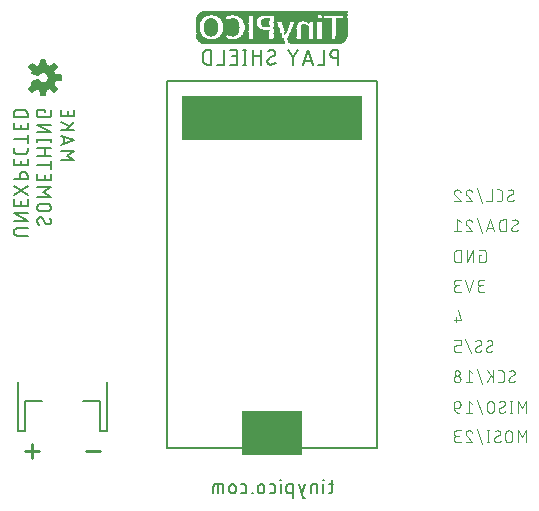
<source format=gbo>
G75*
%MOIN*%
%OFA0B0*%
%FSLAX25Y25*%
%IPPOS*%
%LPD*%
%AMOC8*
5,1,8,0,0,1.08239X$1,22.5*
%
%ADD10C,0.00600*%
%ADD11C,0.00400*%
%ADD12R,0.15260X0.00028*%
%ADD13R,0.27104X0.00028*%
%ADD14R,0.15540X0.00028*%
%ADD15R,0.00868X0.00028*%
%ADD16R,0.27384X0.00028*%
%ADD17R,0.16772X0.00028*%
%ADD18R,0.27496X0.00028*%
%ADD19R,0.16996X0.00028*%
%ADD20R,0.27580X0.00028*%
%ADD21R,0.17164X0.00028*%
%ADD22R,0.27664X0.00028*%
%ADD23R,0.17304X0.00028*%
%ADD24R,0.27720X0.00028*%
%ADD25R,0.17444X0.00028*%
%ADD26R,0.27804X0.00028*%
%ADD27R,0.17556X0.00028*%
%ADD28R,0.27860X0.00028*%
%ADD29R,0.17668X0.00028*%
%ADD30R,0.27916X0.00028*%
%ADD31R,0.17752X0.00028*%
%ADD32R,0.27944X0.00028*%
%ADD33R,0.17836X0.00028*%
%ADD34R,0.28000X0.00028*%
%ADD35R,0.17948X0.00028*%
%ADD36R,0.28028X0.00028*%
%ADD37R,0.18032X0.00028*%
%ADD38R,0.28084X0.00028*%
%ADD39R,0.18060X0.00028*%
%ADD40R,0.28084X0.00028*%
%ADD41R,0.18144X0.00028*%
%ADD42R,0.28140X0.00028*%
%ADD43R,0.18200X0.00028*%
%ADD44R,0.28168X0.00028*%
%ADD45R,0.18284X0.00028*%
%ADD46R,0.28196X0.00028*%
%ADD47R,0.18340X0.00028*%
%ADD48R,0.18396X0.00028*%
%ADD49R,0.28252X0.00028*%
%ADD50R,0.18452X0.00028*%
%ADD51R,0.28280X0.00028*%
%ADD52R,0.18508X0.00028*%
%ADD53R,0.28308X0.00028*%
%ADD54R,0.18564X0.00028*%
%ADD55R,0.28336X0.00028*%
%ADD56R,0.18620X0.00028*%
%ADD57R,0.18648X0.00028*%
%ADD58R,0.28364X0.00028*%
%ADD59R,0.18704X0.00028*%
%ADD60R,0.28364X0.00028*%
%ADD61R,0.18760X0.00028*%
%ADD62R,0.28392X0.00028*%
%ADD63R,0.18788X0.00028*%
%ADD64R,0.18816X0.00028*%
%ADD65R,0.28448X0.00028*%
%ADD66R,0.18872X0.00028*%
%ADD67R,0.28476X0.00028*%
%ADD68R,0.18900X0.00028*%
%ADD69R,0.28448X0.00028*%
%ADD70R,0.18956X0.00028*%
%ADD71R,0.28476X0.00028*%
%ADD72R,0.18984X0.00028*%
%ADD73R,0.28504X0.00028*%
%ADD74R,0.19040X0.00028*%
%ADD75R,0.19068X0.00028*%
%ADD76R,0.28532X0.00028*%
%ADD77R,0.19096X0.00028*%
%ADD78R,0.19152X0.00028*%
%ADD79R,0.28560X0.00028*%
%ADD80R,0.28588X0.00028*%
%ADD81R,0.19208X0.00028*%
%ADD82R,0.28560X0.00028*%
%ADD83R,0.19236X0.00028*%
%ADD84R,0.19264X0.00028*%
%ADD85R,0.19292X0.00028*%
%ADD86R,0.28616X0.00028*%
%ADD87R,0.19320X0.00028*%
%ADD88R,0.19348X0.00028*%
%ADD89R,0.19404X0.00028*%
%ADD90R,0.28644X0.00028*%
%ADD91R,0.19404X0.00028*%
%ADD92R,0.28644X0.00028*%
%ADD93R,0.19432X0.00028*%
%ADD94R,0.19460X0.00028*%
%ADD95R,0.19488X0.00028*%
%ADD96R,0.16352X0.00028*%
%ADD97R,0.06244X0.00028*%
%ADD98R,0.04200X0.00028*%
%ADD99R,0.19516X0.00028*%
%ADD100R,0.16128X0.00028*%
%ADD101R,0.05740X0.00028*%
%ADD102R,0.04004X0.00028*%
%ADD103R,0.19544X0.00028*%
%ADD104R,0.15932X0.00028*%
%ADD105R,0.05348X0.00028*%
%ADD106R,0.03780X0.00028*%
%ADD107R,0.19572X0.00028*%
%ADD108R,0.15764X0.00028*%
%ADD109R,0.05068X0.00028*%
%ADD110R,0.03696X0.00028*%
%ADD111R,0.03556X0.00028*%
%ADD112R,0.03164X0.00028*%
%ADD113R,0.01512X0.00028*%
%ADD114R,0.02576X0.00028*%
%ADD115R,0.02996X0.00028*%
%ADD116R,0.03136X0.00028*%
%ADD117R,0.05432X0.00028*%
%ADD118R,0.04172X0.00028*%
%ADD119R,0.04816X0.00028*%
%ADD120R,0.03556X0.00028*%
%ADD121R,0.03584X0.00028*%
%ADD122R,0.03024X0.00028*%
%ADD123R,0.04032X0.00028*%
%ADD124R,0.04592X0.00028*%
%ADD125R,0.03472X0.00028*%
%ADD126R,0.03108X0.00028*%
%ADD127R,0.03948X0.00028*%
%ADD128R,0.04396X0.00028*%
%ADD129R,0.03388X0.00028*%
%ADD130R,0.03612X0.00028*%
%ADD131R,0.03864X0.00028*%
%ADD132R,0.03332X0.00028*%
%ADD133R,0.03612X0.00028*%
%ADD134R,0.03164X0.00028*%
%ADD135R,0.01512X0.00028*%
%ADD136R,0.02576X0.00028*%
%ADD137R,0.03024X0.00028*%
%ADD138R,0.03080X0.00028*%
%ADD139R,0.05432X0.00028*%
%ADD140R,0.04032X0.00028*%
%ADD141R,0.03248X0.00028*%
%ADD142R,0.03640X0.00028*%
%ADD143R,0.03080X0.00028*%
%ADD144R,0.03192X0.00028*%
%ADD145R,0.03640X0.00028*%
%ADD146R,0.03724X0.00028*%
%ADD147R,0.03668X0.00028*%
%ADD148R,0.03052X0.00028*%
%ADD149R,0.03500X0.00028*%
%ADD150R,0.02968X0.00028*%
%ADD151R,0.03444X0.00028*%
%ADD152R,0.03220X0.00028*%
%ADD153R,0.02940X0.00028*%
%ADD154R,0.03696X0.00028*%
%ADD155R,0.02968X0.00028*%
%ADD156R,0.03332X0.00028*%
%ADD157R,0.03108X0.00028*%
%ADD158R,0.02884X0.00028*%
%ADD159R,0.03276X0.00028*%
%ADD160R,0.02856X0.00028*%
%ADD161R,0.03248X0.00028*%
%ADD162R,0.02800X0.00028*%
%ADD163R,0.02912X0.00028*%
%ADD164R,0.02828X0.00028*%
%ADD165R,0.02744X0.00028*%
%ADD166R,0.03752X0.00028*%
%ADD167R,0.02716X0.00028*%
%ADD168R,0.02884X0.00028*%
%ADD169R,0.02660X0.00028*%
%ADD170R,0.02688X0.00028*%
%ADD171R,0.03752X0.00028*%
%ADD172R,0.02940X0.00028*%
%ADD173R,0.03052X0.00028*%
%ADD174R,0.02660X0.00028*%
%ADD175R,0.02632X0.00028*%
%ADD176R,0.02604X0.00028*%
%ADD177R,0.03780X0.00028*%
%ADD178R,0.02940X0.00028*%
%ADD179R,0.02548X0.00028*%
%ADD180R,0.02548X0.00028*%
%ADD181R,0.02828X0.00028*%
%ADD182R,0.02912X0.00028*%
%ADD183R,0.02492X0.00028*%
%ADD184R,0.02520X0.00028*%
%ADD185R,0.02856X0.00028*%
%ADD186R,0.02464X0.00028*%
%ADD187R,0.03808X0.00028*%
%ADD188R,0.02828X0.00028*%
%ADD189R,0.02828X0.00028*%
%ADD190R,0.02464X0.00028*%
%ADD191R,0.03808X0.00028*%
%ADD192R,0.02408X0.00028*%
%ADD193R,0.02436X0.00028*%
%ADD194R,0.02772X0.00028*%
%ADD195R,0.02380X0.00028*%
%ADD196R,0.02352X0.00028*%
%ADD197R,0.03836X0.00028*%
%ADD198R,0.02324X0.00028*%
%ADD199R,0.02296X0.00028*%
%ADD200R,0.03836X0.00028*%
%ADD201R,0.02744X0.00028*%
%ADD202R,0.02296X0.00028*%
%ADD203R,0.02268X0.00028*%
%ADD204R,0.02212X0.00028*%
%ADD205R,0.02240X0.00028*%
%ADD206R,0.02184X0.00028*%
%ADD207R,0.02212X0.00028*%
%ADD208R,0.02156X0.00028*%
%ADD209R,0.02128X0.00028*%
%ADD210R,0.02128X0.00028*%
%ADD211R,0.03864X0.00028*%
%ADD212R,0.02436X0.00028*%
%ADD213R,0.02100X0.00028*%
%ADD214R,0.02128X0.00028*%
%ADD215R,0.02100X0.00028*%
%ADD216R,0.02632X0.00028*%
%ADD217R,0.02072X0.00028*%
%ADD218R,0.00728X0.00028*%
%ADD219R,0.02044X0.00028*%
%ADD220R,0.00616X0.00028*%
%ADD221R,0.01148X0.00028*%
%ADD222R,0.02016X0.00028*%
%ADD223R,0.01008X0.00028*%
%ADD224R,0.01428X0.00028*%
%ADD225R,0.01288X0.00028*%
%ADD226R,0.02604X0.00028*%
%ADD227R,0.02688X0.00028*%
%ADD228R,0.01680X0.00028*%
%ADD229R,0.01988X0.00028*%
%ADD230R,0.02576X0.00028*%
%ADD231R,0.01876X0.00028*%
%ADD232R,0.01960X0.00028*%
%ADD233R,0.01680X0.00028*%
%ADD234R,0.01848X0.00028*%
%ADD235R,0.01932X0.00028*%
%ADD236R,0.01904X0.00028*%
%ADD237R,0.02184X0.00028*%
%ADD238R,0.02240X0.00028*%
%ADD239R,0.02520X0.00028*%
%ADD240R,0.02184X0.00028*%
%ADD241R,0.01904X0.00028*%
%ADD242R,0.02352X0.00028*%
%ADD243R,0.01848X0.00028*%
%ADD244R,0.02520X0.00028*%
%ADD245R,0.02156X0.00028*%
%ADD246R,0.01848X0.00028*%
%ADD247R,0.01820X0.00028*%
%ADD248R,0.02492X0.00028*%
%ADD249R,0.01792X0.00028*%
%ADD250R,0.01820X0.00028*%
%ADD251R,0.02464X0.00028*%
%ADD252R,0.03192X0.00028*%
%ADD253R,0.01764X0.00028*%
%ADD254R,0.02464X0.00028*%
%ADD255R,0.02576X0.00028*%
%ADD256R,0.02072X0.00028*%
%ADD257R,0.03304X0.00028*%
%ADD258R,0.01820X0.00028*%
%ADD259R,0.02856X0.00028*%
%ADD260R,0.01736X0.00028*%
%ADD261R,0.01792X0.00028*%
%ADD262R,0.01736X0.00028*%
%ADD263R,0.05264X0.00028*%
%ADD264R,0.01708X0.00028*%
%ADD265R,0.05292X0.00028*%
%ADD266R,0.01988X0.00028*%
%ADD267R,0.05320X0.00028*%
%ADD268R,0.05348X0.00028*%
%ADD269R,0.01652X0.00028*%
%ADD270R,0.02380X0.00028*%
%ADD271R,0.00028X0.00028*%
%ADD272R,0.02492X0.00028*%
%ADD273R,0.01960X0.00028*%
%ADD274R,0.05376X0.00028*%
%ADD275R,0.01624X0.00028*%
%ADD276R,0.00084X0.00028*%
%ADD277R,0.05348X0.00028*%
%ADD278R,0.03360X0.00028*%
%ADD279R,0.01624X0.00028*%
%ADD280R,0.05376X0.00028*%
%ADD281R,0.03416X0.00028*%
%ADD282R,0.01596X0.00028*%
%ADD283R,0.00112X0.00028*%
%ADD284R,0.05376X0.00028*%
%ADD285R,0.05404X0.00028*%
%ADD286R,0.01568X0.00028*%
%ADD287R,0.00140X0.00028*%
%ADD288R,0.01876X0.00028*%
%ADD289R,0.03528X0.00028*%
%ADD290R,0.02324X0.00028*%
%ADD291R,0.00168X0.00028*%
%ADD292R,0.01876X0.00028*%
%ADD293R,0.03584X0.00028*%
%ADD294R,0.01540X0.00028*%
%ADD295R,0.00168X0.00028*%
%ADD296R,0.01540X0.00028*%
%ADD297R,0.00196X0.00028*%
%ADD298R,0.01512X0.00028*%
%ADD299R,0.00224X0.00028*%
%ADD300R,0.05460X0.00028*%
%ADD301R,0.01484X0.00028*%
%ADD302R,0.00252X0.00028*%
%ADD303R,0.02240X0.00028*%
%ADD304R,0.00280X0.00028*%
%ADD305R,0.01792X0.00028*%
%ADD306R,0.05460X0.00028*%
%ADD307R,0.01456X0.00028*%
%ADD308R,0.00280X0.00028*%
%ADD309R,0.05488X0.00028*%
%ADD310R,0.01456X0.00028*%
%ADD311R,0.00336X0.00028*%
%ADD312R,0.01764X0.00028*%
%ADD313R,0.03920X0.00028*%
%ADD314R,0.01428X0.00028*%
%ADD315R,0.00364X0.00028*%
%ADD316R,0.03976X0.00028*%
%ADD317R,0.01400X0.00028*%
%ADD318R,0.02184X0.00028*%
%ADD319R,0.00392X0.00028*%
%ADD320R,0.05488X0.00028*%
%ADD321R,0.03976X0.00028*%
%ADD322R,0.01400X0.00028*%
%ADD323R,0.00392X0.00028*%
%ADD324R,0.00420X0.00028*%
%ADD325R,0.05516X0.00028*%
%ADD326R,0.01372X0.00028*%
%ADD327R,0.00448X0.00028*%
%ADD328R,0.04088X0.00028*%
%ADD329R,0.00476X0.00028*%
%ADD330R,0.04144X0.00028*%
%ADD331R,0.01344X0.00028*%
%ADD332R,0.00504X0.00028*%
%ADD333R,0.00532X0.00028*%
%ADD334R,0.02212X0.00028*%
%ADD335R,0.05516X0.00028*%
%ADD336R,0.04172X0.00028*%
%ADD337R,0.01344X0.00028*%
%ADD338R,0.00532X0.00028*%
%ADD339R,0.01316X0.00028*%
%ADD340R,0.05544X0.00028*%
%ADD341R,0.00588X0.00028*%
%ADD342R,0.04256X0.00028*%
%ADD343R,0.02016X0.00028*%
%ADD344R,0.00644X0.00028*%
%ADD345R,0.02156X0.00028*%
%ADD346R,0.05544X0.00028*%
%ADD347R,0.04312X0.00028*%
%ADD348R,0.01288X0.00028*%
%ADD349R,0.00644X0.00028*%
%ADD350R,0.04312X0.00028*%
%ADD351R,0.01260X0.00028*%
%ADD352R,0.00700X0.00028*%
%ADD353R,0.04368X0.00028*%
%ADD354R,0.00756X0.00028*%
%ADD355R,0.01568X0.00028*%
%ADD356R,0.04424X0.00028*%
%ADD357R,0.01232X0.00028*%
%ADD358R,0.00756X0.00028*%
%ADD359R,0.04424X0.00028*%
%ADD360R,0.01232X0.00028*%
%ADD361R,0.00784X0.00028*%
%ADD362R,0.05572X0.00028*%
%ADD363R,0.00812X0.00028*%
%ADD364R,0.04480X0.00028*%
%ADD365R,0.00840X0.00028*%
%ADD366R,0.01540X0.00028*%
%ADD367R,0.01876X0.00028*%
%ADD368R,0.00868X0.00028*%
%ADD369R,0.02044X0.00028*%
%ADD370R,0.01540X0.00028*%
%ADD371R,0.05572X0.00028*%
%ADD372R,0.04480X0.00028*%
%ADD373R,0.01204X0.00028*%
%ADD374R,0.01204X0.00028*%
%ADD375R,0.00896X0.00028*%
%ADD376R,0.04508X0.00028*%
%ADD377R,0.00924X0.00028*%
%ADD378R,0.04536X0.00028*%
%ADD379R,0.00952X0.00028*%
%ADD380R,0.01176X0.00028*%
%ADD381R,0.04228X0.00028*%
%ADD382R,0.00980X0.00028*%
%ADD383R,0.01820X0.00028*%
%ADD384R,0.01008X0.00028*%
%ADD385R,0.03220X0.00028*%
%ADD386R,0.04564X0.00028*%
%ADD387R,0.01176X0.00028*%
%ADD388R,0.04592X0.00028*%
%ADD389R,0.01036X0.00028*%
%ADD390R,0.01064X0.00028*%
%ADD391R,0.01484X0.00028*%
%ADD392R,0.01092X0.00028*%
%ADD393R,0.01120X0.00028*%
%ADD394R,0.01484X0.00028*%
%ADD395R,0.04620X0.00028*%
%ADD396R,0.01148X0.00028*%
%ADD397R,0.01120X0.00028*%
%ADD398R,0.04620X0.00028*%
%ADD399R,0.04648X0.00028*%
%ADD400R,0.02212X0.00028*%
%ADD401R,0.04648X0.00028*%
%ADD402R,0.01456X0.00028*%
%ADD403R,0.04676X0.00028*%
%ADD404R,0.02548X0.00028*%
%ADD405R,0.01596X0.00028*%
%ADD406R,0.01764X0.00028*%
%ADD407R,0.01456X0.00028*%
%ADD408R,0.04704X0.00028*%
%ADD409R,0.04704X0.00028*%
%ADD410R,0.05600X0.00028*%
%ADD411R,0.02520X0.00028*%
%ADD412R,0.01512X0.00028*%
%ADD413R,0.05600X0.00028*%
%ADD414R,0.01372X0.00028*%
%ADD415R,0.01428X0.00028*%
%ADD416R,0.02156X0.00028*%
%ADD417R,0.01260X0.00028*%
%ADD418R,0.02716X0.00028*%
%ADD419R,0.04564X0.00028*%
%ADD420R,0.02772X0.00028*%
%ADD421R,0.04508X0.00028*%
%ADD422R,0.04452X0.00028*%
%ADD423R,0.02492X0.00028*%
%ADD424R,0.00028X0.00028*%
%ADD425R,0.00112X0.00028*%
%ADD426R,0.01148X0.00028*%
%ADD427R,0.04340X0.00028*%
%ADD428R,0.00196X0.00028*%
%ADD429R,0.01092X0.00028*%
%ADD430R,0.01148X0.00028*%
%ADD431R,0.00392X0.00028*%
%ADD432R,0.00420X0.00028*%
%ADD433R,0.01036X0.00028*%
%ADD434R,0.04200X0.00028*%
%ADD435R,0.01316X0.00028*%
%ADD436R,0.04116X0.00028*%
%ADD437R,0.00700X0.00028*%
%ADD438R,0.01428X0.00028*%
%ADD439R,0.00980X0.00028*%
%ADD440R,0.01708X0.00028*%
%ADD441R,0.01120X0.00028*%
%ADD442R,0.00896X0.00028*%
%ADD443R,0.02800X0.00028*%
%ADD444R,0.05404X0.00028*%
%ADD445R,0.08652X0.00028*%
%ADD446R,0.08848X0.00028*%
%ADD447R,0.08764X0.00028*%
%ADD448R,0.08932X0.00028*%
%ADD449R,0.08876X0.00028*%
%ADD450R,0.09072X0.00028*%
%ADD451R,0.03612X0.00028*%
%ADD452R,0.09016X0.00028*%
%ADD453R,0.09212X0.00028*%
%ADD454R,0.09268X0.00028*%
%ADD455R,0.09464X0.00028*%
%ADD456R,0.19124X0.00028*%
%ADD457R,0.05320X0.00028*%
%ADD458R,0.19124X0.00028*%
%ADD459R,0.05320X0.00028*%
%ADD460R,0.03360X0.00028*%
%ADD461R,0.03304X0.00028*%
%ADD462R,0.05292X0.00028*%
%ADD463R,0.03192X0.00028*%
%ADD464R,0.02884X0.00028*%
%ADD465R,0.01904X0.00028*%
%ADD466R,0.16800X0.00028*%
%ADD467R,0.01176X0.00028*%
%ADD468R,0.14532X0.00028*%
%ADD469R,0.00812X0.00028*%
%ADD470R,0.14504X0.00028*%
%ADD471R,0.00840X0.00028*%
%ADD472R,0.14504X0.00028*%
%ADD473R,0.01652X0.00028*%
%ADD474R,0.02128X0.00028*%
%ADD475R,0.01848X0.00028*%
%ADD476R,0.02268X0.00028*%
%ADD477R,0.02548X0.00028*%
%ADD478R,0.03220X0.00028*%
%ADD479R,0.03248X0.00028*%
%ADD480R,0.03612X0.00028*%
%ADD481R,0.03724X0.00028*%
%ADD482R,0.03920X0.00028*%
%ADD483R,0.04060X0.00028*%
%ADD484R,0.04256X0.00028*%
%ADD485R,0.04284X0.00028*%
%ADD486R,0.08512X0.00028*%
%ADD487R,0.09828X0.00028*%
%ADD488R,0.05096X0.00028*%
%ADD489R,0.08512X0.00028*%
%ADD490R,0.27356X0.00028*%
%ADD491R,0.27608X0.00028*%
%ADD492R,0.08540X0.00028*%
%ADD493R,0.06300X0.00028*%
%ADD494R,0.49840X0.00028*%
%ADD495R,0.49812X0.00028*%
%ADD496R,0.49784X0.00028*%
%ADD497R,0.49756X0.00028*%
%ADD498R,0.49728X0.00028*%
%ADD499R,0.49700X0.00028*%
%ADD500R,0.49672X0.00028*%
%ADD501R,0.49644X0.00028*%
%ADD502R,0.49616X0.00028*%
%ADD503R,0.49588X0.00028*%
%ADD504R,0.49560X0.00028*%
%ADD505R,0.49532X0.00028*%
%ADD506R,0.49504X0.00028*%
%ADD507R,0.49448X0.00028*%
%ADD508R,0.49420X0.00028*%
%ADD509R,0.49392X0.00028*%
%ADD510R,0.49364X0.00028*%
%ADD511R,0.49336X0.00028*%
%ADD512R,0.49308X0.00028*%
%ADD513R,0.49252X0.00028*%
%ADD514R,0.49224X0.00028*%
%ADD515R,0.49196X0.00028*%
%ADD516R,0.49140X0.00028*%
%ADD517R,0.49112X0.00028*%
%ADD518R,0.49056X0.00028*%
%ADD519R,0.49000X0.00028*%
%ADD520R,0.48972X0.00028*%
%ADD521R,0.48916X0.00028*%
%ADD522R,0.48860X0.00028*%
%ADD523R,0.48804X0.00028*%
%ADD524R,0.48748X0.00028*%
%ADD525R,0.48692X0.00028*%
%ADD526R,0.48608X0.00028*%
%ADD527R,0.48524X0.00028*%
%ADD528R,0.48468X0.00028*%
%ADD529R,0.48356X0.00028*%
%ADD530R,0.48244X0.00028*%
%ADD531R,0.48104X0.00028*%
%ADD532R,0.47908X0.00028*%
%ADD533C,0.00500*%
%ADD534C,0.01000*%
%ADD535C,0.00800*%
%ADD536R,0.60000X0.15000*%
%ADD537R,0.20000X0.15000*%
%ADD538C,0.00591*%
D10*
X0084304Y0011450D02*
X0084304Y0013750D01*
X0084306Y0013805D01*
X0084312Y0013859D01*
X0084322Y0013913D01*
X0084335Y0013966D01*
X0084352Y0014018D01*
X0084373Y0014069D01*
X0084398Y0014118D01*
X0084426Y0014165D01*
X0084457Y0014210D01*
X0084491Y0014252D01*
X0084529Y0014292D01*
X0084569Y0014330D01*
X0084611Y0014364D01*
X0084656Y0014395D01*
X0084703Y0014423D01*
X0084752Y0014448D01*
X0084803Y0014469D01*
X0084855Y0014486D01*
X0084908Y0014499D01*
X0084962Y0014509D01*
X0085016Y0014515D01*
X0085071Y0014517D01*
X0087371Y0014517D01*
X0087371Y0011450D01*
X0085837Y0011450D02*
X0085837Y0014517D01*
X0089651Y0013494D02*
X0089651Y0012472D01*
X0089653Y0012409D01*
X0089659Y0012346D01*
X0089668Y0012284D01*
X0089682Y0012223D01*
X0089699Y0012162D01*
X0089720Y0012103D01*
X0089745Y0012045D01*
X0089773Y0011988D01*
X0089804Y0011934D01*
X0089839Y0011882D01*
X0089877Y0011831D01*
X0089918Y0011783D01*
X0089962Y0011738D01*
X0090008Y0011696D01*
X0090057Y0011656D01*
X0090108Y0011620D01*
X0090162Y0011587D01*
X0090217Y0011557D01*
X0090275Y0011531D01*
X0090333Y0011508D01*
X0090393Y0011489D01*
X0090454Y0011474D01*
X0090516Y0011462D01*
X0090579Y0011454D01*
X0090642Y0011450D01*
X0090704Y0011450D01*
X0090767Y0011454D01*
X0090830Y0011462D01*
X0090892Y0011474D01*
X0090953Y0011489D01*
X0091013Y0011508D01*
X0091071Y0011531D01*
X0091129Y0011557D01*
X0091184Y0011587D01*
X0091238Y0011620D01*
X0091289Y0011656D01*
X0091338Y0011696D01*
X0091384Y0011738D01*
X0091428Y0011783D01*
X0091469Y0011831D01*
X0091507Y0011882D01*
X0091542Y0011934D01*
X0091573Y0011988D01*
X0091601Y0012045D01*
X0091626Y0012103D01*
X0091647Y0012162D01*
X0091664Y0012223D01*
X0091678Y0012284D01*
X0091687Y0012346D01*
X0091693Y0012409D01*
X0091695Y0012472D01*
X0091696Y0012472D02*
X0091696Y0013494D01*
X0091695Y0013494D02*
X0091693Y0013557D01*
X0091687Y0013620D01*
X0091678Y0013682D01*
X0091664Y0013743D01*
X0091647Y0013804D01*
X0091626Y0013863D01*
X0091601Y0013921D01*
X0091573Y0013978D01*
X0091542Y0014032D01*
X0091507Y0014084D01*
X0091469Y0014135D01*
X0091428Y0014183D01*
X0091384Y0014228D01*
X0091338Y0014270D01*
X0091289Y0014310D01*
X0091238Y0014346D01*
X0091184Y0014379D01*
X0091129Y0014409D01*
X0091071Y0014435D01*
X0091013Y0014458D01*
X0090953Y0014477D01*
X0090892Y0014492D01*
X0090830Y0014504D01*
X0090767Y0014512D01*
X0090704Y0014516D01*
X0090642Y0014516D01*
X0090579Y0014512D01*
X0090516Y0014504D01*
X0090454Y0014492D01*
X0090393Y0014477D01*
X0090333Y0014458D01*
X0090275Y0014435D01*
X0090217Y0014409D01*
X0090162Y0014379D01*
X0090108Y0014346D01*
X0090057Y0014310D01*
X0090008Y0014270D01*
X0089962Y0014228D01*
X0089918Y0014183D01*
X0089877Y0014135D01*
X0089839Y0014084D01*
X0089804Y0014032D01*
X0089773Y0013978D01*
X0089745Y0013921D01*
X0089720Y0013863D01*
X0089699Y0013804D01*
X0089682Y0013743D01*
X0089668Y0013682D01*
X0089659Y0013620D01*
X0089653Y0013557D01*
X0089651Y0013494D01*
X0093488Y0014517D02*
X0094510Y0014517D01*
X0094565Y0014515D01*
X0094619Y0014509D01*
X0094673Y0014499D01*
X0094726Y0014486D01*
X0094778Y0014469D01*
X0094829Y0014448D01*
X0094878Y0014423D01*
X0094925Y0014395D01*
X0094970Y0014364D01*
X0095012Y0014330D01*
X0095052Y0014292D01*
X0095090Y0014252D01*
X0095124Y0014210D01*
X0095155Y0014165D01*
X0095183Y0014118D01*
X0095208Y0014069D01*
X0095229Y0014018D01*
X0095246Y0013966D01*
X0095259Y0013913D01*
X0095269Y0013859D01*
X0095275Y0013805D01*
X0095277Y0013750D01*
X0095277Y0012217D01*
X0095275Y0012162D01*
X0095269Y0012108D01*
X0095259Y0012054D01*
X0095246Y0012001D01*
X0095229Y0011949D01*
X0095208Y0011898D01*
X0095183Y0011849D01*
X0095155Y0011802D01*
X0095124Y0011757D01*
X0095090Y0011715D01*
X0095052Y0011675D01*
X0095012Y0011637D01*
X0094970Y0011603D01*
X0094925Y0011572D01*
X0094878Y0011544D01*
X0094829Y0011519D01*
X0094778Y0011498D01*
X0094726Y0011481D01*
X0094673Y0011468D01*
X0094619Y0011458D01*
X0094565Y0011452D01*
X0094510Y0011450D01*
X0093488Y0011450D01*
X0097098Y0011450D02*
X0097353Y0011450D01*
X0097353Y0011706D01*
X0097098Y0011706D01*
X0097098Y0011450D01*
X0099167Y0012472D02*
X0099167Y0013494D01*
X0099169Y0013557D01*
X0099175Y0013620D01*
X0099184Y0013682D01*
X0099198Y0013743D01*
X0099215Y0013804D01*
X0099236Y0013863D01*
X0099261Y0013921D01*
X0099289Y0013978D01*
X0099320Y0014032D01*
X0099355Y0014084D01*
X0099393Y0014135D01*
X0099434Y0014183D01*
X0099478Y0014228D01*
X0099524Y0014270D01*
X0099573Y0014310D01*
X0099624Y0014346D01*
X0099678Y0014379D01*
X0099733Y0014409D01*
X0099791Y0014435D01*
X0099849Y0014458D01*
X0099909Y0014477D01*
X0099970Y0014492D01*
X0100032Y0014504D01*
X0100095Y0014512D01*
X0100158Y0014516D01*
X0100220Y0014516D01*
X0100283Y0014512D01*
X0100346Y0014504D01*
X0100408Y0014492D01*
X0100469Y0014477D01*
X0100529Y0014458D01*
X0100587Y0014435D01*
X0100645Y0014409D01*
X0100700Y0014379D01*
X0100754Y0014346D01*
X0100805Y0014310D01*
X0100854Y0014270D01*
X0100900Y0014228D01*
X0100944Y0014183D01*
X0100985Y0014135D01*
X0101023Y0014084D01*
X0101058Y0014032D01*
X0101089Y0013978D01*
X0101117Y0013921D01*
X0101142Y0013863D01*
X0101163Y0013804D01*
X0101180Y0013743D01*
X0101194Y0013682D01*
X0101203Y0013620D01*
X0101209Y0013557D01*
X0101211Y0013494D01*
X0101211Y0012472D01*
X0101209Y0012409D01*
X0101203Y0012346D01*
X0101194Y0012284D01*
X0101180Y0012223D01*
X0101163Y0012162D01*
X0101142Y0012103D01*
X0101117Y0012045D01*
X0101089Y0011988D01*
X0101058Y0011934D01*
X0101023Y0011882D01*
X0100985Y0011831D01*
X0100944Y0011783D01*
X0100900Y0011738D01*
X0100854Y0011696D01*
X0100805Y0011656D01*
X0100754Y0011620D01*
X0100700Y0011587D01*
X0100645Y0011557D01*
X0100587Y0011531D01*
X0100529Y0011508D01*
X0100469Y0011489D01*
X0100408Y0011474D01*
X0100346Y0011462D01*
X0100283Y0011454D01*
X0100220Y0011450D01*
X0100158Y0011450D01*
X0100095Y0011454D01*
X0100032Y0011462D01*
X0099970Y0011474D01*
X0099909Y0011489D01*
X0099849Y0011508D01*
X0099791Y0011531D01*
X0099733Y0011557D01*
X0099678Y0011587D01*
X0099624Y0011620D01*
X0099573Y0011656D01*
X0099524Y0011696D01*
X0099478Y0011738D01*
X0099434Y0011783D01*
X0099393Y0011831D01*
X0099355Y0011882D01*
X0099320Y0011934D01*
X0099289Y0011988D01*
X0099261Y0012045D01*
X0099236Y0012103D01*
X0099215Y0012162D01*
X0099198Y0012223D01*
X0099184Y0012284D01*
X0099175Y0012346D01*
X0099169Y0012409D01*
X0099167Y0012472D01*
X0103004Y0011450D02*
X0104026Y0011450D01*
X0104081Y0011452D01*
X0104135Y0011458D01*
X0104189Y0011468D01*
X0104242Y0011481D01*
X0104294Y0011498D01*
X0104345Y0011519D01*
X0104394Y0011544D01*
X0104441Y0011572D01*
X0104486Y0011603D01*
X0104528Y0011637D01*
X0104568Y0011675D01*
X0104606Y0011715D01*
X0104640Y0011757D01*
X0104671Y0011802D01*
X0104699Y0011849D01*
X0104724Y0011898D01*
X0104745Y0011949D01*
X0104762Y0012001D01*
X0104775Y0012054D01*
X0104785Y0012108D01*
X0104791Y0012162D01*
X0104793Y0012217D01*
X0104793Y0013750D01*
X0104791Y0013805D01*
X0104785Y0013859D01*
X0104775Y0013913D01*
X0104762Y0013966D01*
X0104745Y0014018D01*
X0104724Y0014069D01*
X0104699Y0014118D01*
X0104671Y0014165D01*
X0104640Y0014210D01*
X0104606Y0014252D01*
X0104568Y0014292D01*
X0104528Y0014330D01*
X0104486Y0014364D01*
X0104441Y0014395D01*
X0104394Y0014423D01*
X0104345Y0014448D01*
X0104294Y0014469D01*
X0104242Y0014486D01*
X0104189Y0014499D01*
X0104135Y0014509D01*
X0104081Y0014515D01*
X0104026Y0014517D01*
X0103004Y0014517D01*
X0106741Y0014517D02*
X0106741Y0011450D01*
X0108654Y0012217D02*
X0108654Y0013750D01*
X0108653Y0013750D02*
X0108655Y0013805D01*
X0108661Y0013859D01*
X0108671Y0013913D01*
X0108684Y0013966D01*
X0108701Y0014018D01*
X0108722Y0014069D01*
X0108747Y0014118D01*
X0108775Y0014165D01*
X0108806Y0014210D01*
X0108840Y0014252D01*
X0108878Y0014292D01*
X0108918Y0014330D01*
X0108960Y0014364D01*
X0109005Y0014395D01*
X0109052Y0014423D01*
X0109101Y0014448D01*
X0109152Y0014469D01*
X0109204Y0014486D01*
X0109257Y0014499D01*
X0109311Y0014509D01*
X0109365Y0014515D01*
X0109420Y0014517D01*
X0110698Y0014517D01*
X0110698Y0009917D01*
X0110698Y0011450D02*
X0109420Y0011450D01*
X0109368Y0011452D01*
X0109316Y0011457D01*
X0109264Y0011466D01*
X0109213Y0011478D01*
X0109163Y0011494D01*
X0109114Y0011513D01*
X0109067Y0011536D01*
X0109021Y0011562D01*
X0108978Y0011590D01*
X0108936Y0011622D01*
X0108896Y0011656D01*
X0108859Y0011693D01*
X0108825Y0011733D01*
X0108793Y0011775D01*
X0108765Y0011818D01*
X0108739Y0011864D01*
X0108717Y0011911D01*
X0108697Y0011960D01*
X0108681Y0012010D01*
X0108669Y0012061D01*
X0108660Y0012113D01*
X0108655Y0012165D01*
X0108653Y0012217D01*
X0112739Y0014517D02*
X0114272Y0009917D01*
X0114783Y0009917D01*
X0113761Y0011450D02*
X0114783Y0014517D01*
X0116795Y0013750D02*
X0116795Y0011450D01*
X0118839Y0011450D02*
X0118839Y0014517D01*
X0117562Y0014517D01*
X0117507Y0014515D01*
X0117453Y0014509D01*
X0117399Y0014499D01*
X0117346Y0014486D01*
X0117294Y0014469D01*
X0117243Y0014448D01*
X0117194Y0014423D01*
X0117147Y0014395D01*
X0117102Y0014364D01*
X0117060Y0014330D01*
X0117020Y0014292D01*
X0116982Y0014252D01*
X0116948Y0014210D01*
X0116917Y0014165D01*
X0116889Y0014118D01*
X0116864Y0014069D01*
X0116843Y0014018D01*
X0116826Y0013966D01*
X0116813Y0013913D01*
X0116803Y0013859D01*
X0116797Y0013805D01*
X0116795Y0013750D01*
X0120937Y0014517D02*
X0120937Y0011450D01*
X0122713Y0011450D02*
X0122968Y0011450D01*
X0123023Y0011452D01*
X0123077Y0011458D01*
X0123131Y0011468D01*
X0123184Y0011481D01*
X0123236Y0011498D01*
X0123287Y0011519D01*
X0123336Y0011544D01*
X0123383Y0011572D01*
X0123428Y0011603D01*
X0123470Y0011637D01*
X0123510Y0011675D01*
X0123548Y0011715D01*
X0123582Y0011757D01*
X0123613Y0011802D01*
X0123641Y0011849D01*
X0123666Y0011898D01*
X0123687Y0011949D01*
X0123704Y0012001D01*
X0123717Y0012054D01*
X0123727Y0012108D01*
X0123733Y0012162D01*
X0123735Y0012217D01*
X0123735Y0016050D01*
X0124246Y0014517D02*
X0122713Y0014517D01*
X0121065Y0015794D02*
X0120809Y0015794D01*
X0120809Y0016050D01*
X0121065Y0016050D01*
X0121065Y0015794D01*
X0106869Y0015794D02*
X0106613Y0015794D01*
X0106613Y0016050D01*
X0106869Y0016050D01*
X0106869Y0015794D01*
X0022350Y0097352D02*
X0019028Y0097352D01*
X0019028Y0097351D02*
X0018958Y0097353D01*
X0018887Y0097359D01*
X0018818Y0097368D01*
X0018749Y0097382D01*
X0018680Y0097399D01*
X0018613Y0097420D01*
X0018547Y0097445D01*
X0018483Y0097473D01*
X0018420Y0097505D01*
X0018359Y0097540D01*
X0018300Y0097579D01*
X0018243Y0097620D01*
X0018189Y0097665D01*
X0018137Y0097713D01*
X0018088Y0097763D01*
X0018041Y0097817D01*
X0017998Y0097872D01*
X0017958Y0097930D01*
X0017921Y0097990D01*
X0017888Y0098052D01*
X0017858Y0098116D01*
X0017831Y0098181D01*
X0017808Y0098247D01*
X0017789Y0098315D01*
X0017774Y0098384D01*
X0017762Y0098453D01*
X0017754Y0098523D01*
X0017750Y0098594D01*
X0017750Y0098664D01*
X0017754Y0098735D01*
X0017762Y0098805D01*
X0017774Y0098874D01*
X0017789Y0098943D01*
X0017808Y0099011D01*
X0017831Y0099077D01*
X0017858Y0099142D01*
X0017888Y0099206D01*
X0017921Y0099268D01*
X0017958Y0099328D01*
X0017998Y0099386D01*
X0018041Y0099441D01*
X0018088Y0099495D01*
X0018137Y0099545D01*
X0018189Y0099593D01*
X0018243Y0099638D01*
X0018300Y0099679D01*
X0018359Y0099718D01*
X0018420Y0099753D01*
X0018483Y0099785D01*
X0018547Y0099813D01*
X0018613Y0099838D01*
X0018680Y0099859D01*
X0018749Y0099876D01*
X0018818Y0099890D01*
X0018887Y0099899D01*
X0018958Y0099905D01*
X0019028Y0099907D01*
X0022350Y0099907D01*
X0022350Y0102344D02*
X0017750Y0102344D01*
X0017750Y0104899D02*
X0022350Y0104899D01*
X0022350Y0107347D02*
X0017750Y0107347D01*
X0017750Y0109391D01*
X0017750Y0110980D02*
X0022350Y0114047D01*
X0022350Y0116156D02*
X0017750Y0116156D01*
X0019794Y0116156D02*
X0019794Y0117434D01*
X0019796Y0117504D01*
X0019802Y0117575D01*
X0019811Y0117644D01*
X0019825Y0117713D01*
X0019842Y0117782D01*
X0019863Y0117849D01*
X0019888Y0117915D01*
X0019916Y0117979D01*
X0019948Y0118042D01*
X0019983Y0118103D01*
X0020022Y0118162D01*
X0020063Y0118219D01*
X0020108Y0118273D01*
X0020156Y0118325D01*
X0020206Y0118374D01*
X0020260Y0118421D01*
X0020315Y0118464D01*
X0020373Y0118504D01*
X0020433Y0118541D01*
X0020495Y0118574D01*
X0020559Y0118604D01*
X0020624Y0118631D01*
X0020690Y0118654D01*
X0020758Y0118673D01*
X0020827Y0118688D01*
X0020896Y0118700D01*
X0020966Y0118708D01*
X0021037Y0118712D01*
X0021107Y0118712D01*
X0021178Y0118708D01*
X0021248Y0118700D01*
X0021317Y0118688D01*
X0021386Y0118673D01*
X0021454Y0118654D01*
X0021520Y0118631D01*
X0021585Y0118604D01*
X0021649Y0118574D01*
X0021711Y0118541D01*
X0021771Y0118504D01*
X0021829Y0118464D01*
X0021884Y0118421D01*
X0021938Y0118374D01*
X0021988Y0118325D01*
X0022036Y0118273D01*
X0022081Y0118219D01*
X0022122Y0118162D01*
X0022161Y0118103D01*
X0022196Y0118042D01*
X0022228Y0117979D01*
X0022256Y0117915D01*
X0022281Y0117849D01*
X0022302Y0117782D01*
X0022319Y0117713D01*
X0022333Y0117644D01*
X0022342Y0117575D01*
X0022348Y0117504D01*
X0022350Y0117434D01*
X0022350Y0116156D01*
X0017750Y0114047D02*
X0022350Y0110980D01*
X0022350Y0109391D02*
X0022350Y0107347D01*
X0020306Y0107347D02*
X0020306Y0108880D01*
X0017750Y0104899D02*
X0022350Y0102344D01*
X0026572Y0103495D02*
X0026635Y0103493D01*
X0026698Y0103487D01*
X0026761Y0103478D01*
X0026823Y0103464D01*
X0026884Y0103447D01*
X0026944Y0103426D01*
X0027002Y0103402D01*
X0027059Y0103374D01*
X0027114Y0103342D01*
X0027167Y0103307D01*
X0027218Y0103269D01*
X0027266Y0103228D01*
X0027312Y0103185D01*
X0027355Y0103138D01*
X0027395Y0103089D01*
X0027432Y0103038D01*
X0027466Y0102984D01*
X0027467Y0102984D02*
X0028233Y0101578D01*
X0030150Y0102090D02*
X0030148Y0102172D01*
X0030143Y0102254D01*
X0030134Y0102336D01*
X0030122Y0102417D01*
X0030106Y0102498D01*
X0030087Y0102578D01*
X0030064Y0102657D01*
X0030038Y0102735D01*
X0030009Y0102812D01*
X0029976Y0102887D01*
X0029940Y0102961D01*
X0029902Y0103034D01*
X0029860Y0103105D01*
X0029815Y0103173D01*
X0029767Y0103240D01*
X0028234Y0101578D02*
X0028268Y0101524D01*
X0028305Y0101473D01*
X0028345Y0101424D01*
X0028388Y0101377D01*
X0028434Y0101334D01*
X0028482Y0101293D01*
X0028533Y0101255D01*
X0028586Y0101220D01*
X0028641Y0101188D01*
X0028698Y0101160D01*
X0028756Y0101136D01*
X0028816Y0101115D01*
X0028877Y0101098D01*
X0028939Y0101084D01*
X0029002Y0101075D01*
X0029065Y0101069D01*
X0029128Y0101067D01*
X0029128Y0101068D02*
X0029190Y0101070D01*
X0029251Y0101075D01*
X0029312Y0101085D01*
X0029373Y0101098D01*
X0029432Y0101114D01*
X0029490Y0101134D01*
X0029547Y0101158D01*
X0029603Y0101185D01*
X0029657Y0101215D01*
X0029709Y0101249D01*
X0029758Y0101286D01*
X0029806Y0101325D01*
X0029851Y0101367D01*
X0029893Y0101412D01*
X0029933Y0101460D01*
X0029969Y0101509D01*
X0030003Y0101561D01*
X0030033Y0101615D01*
X0030060Y0101671D01*
X0030084Y0101728D01*
X0030104Y0101786D01*
X0030120Y0101845D01*
X0030133Y0101906D01*
X0030143Y0101967D01*
X0030148Y0102028D01*
X0030150Y0102090D01*
X0026189Y0100940D02*
X0026126Y0101004D01*
X0026067Y0101072D01*
X0026010Y0101141D01*
X0025956Y0101213D01*
X0025905Y0101287D01*
X0025857Y0101363D01*
X0025813Y0101440D01*
X0025772Y0101520D01*
X0025734Y0101601D01*
X0025699Y0101684D01*
X0025668Y0101768D01*
X0025641Y0101854D01*
X0025617Y0101940D01*
X0025596Y0102028D01*
X0025580Y0102116D01*
X0025567Y0102205D01*
X0025557Y0102294D01*
X0025552Y0102383D01*
X0025550Y0102473D01*
X0025552Y0102535D01*
X0025557Y0102596D01*
X0025567Y0102657D01*
X0025580Y0102718D01*
X0025596Y0102777D01*
X0025616Y0102835D01*
X0025640Y0102892D01*
X0025667Y0102948D01*
X0025697Y0103002D01*
X0025731Y0103054D01*
X0025767Y0103103D01*
X0025807Y0103151D01*
X0025849Y0103196D01*
X0025894Y0103238D01*
X0025942Y0103278D01*
X0025991Y0103314D01*
X0026043Y0103348D01*
X0026097Y0103378D01*
X0026153Y0103405D01*
X0026210Y0103429D01*
X0026268Y0103449D01*
X0026327Y0103465D01*
X0026388Y0103478D01*
X0026449Y0103488D01*
X0026510Y0103493D01*
X0026572Y0103495D01*
X0026828Y0105464D02*
X0028872Y0105464D01*
X0028872Y0105463D02*
X0028942Y0105465D01*
X0029013Y0105471D01*
X0029082Y0105480D01*
X0029151Y0105494D01*
X0029220Y0105511D01*
X0029287Y0105532D01*
X0029353Y0105557D01*
X0029417Y0105585D01*
X0029480Y0105617D01*
X0029541Y0105652D01*
X0029600Y0105691D01*
X0029657Y0105732D01*
X0029711Y0105777D01*
X0029763Y0105825D01*
X0029812Y0105875D01*
X0029859Y0105929D01*
X0029902Y0105984D01*
X0029942Y0106042D01*
X0029979Y0106102D01*
X0030012Y0106164D01*
X0030042Y0106228D01*
X0030069Y0106293D01*
X0030092Y0106359D01*
X0030111Y0106427D01*
X0030126Y0106496D01*
X0030138Y0106565D01*
X0030146Y0106635D01*
X0030150Y0106706D01*
X0030150Y0106776D01*
X0030146Y0106847D01*
X0030138Y0106917D01*
X0030126Y0106986D01*
X0030111Y0107055D01*
X0030092Y0107123D01*
X0030069Y0107189D01*
X0030042Y0107254D01*
X0030012Y0107318D01*
X0029979Y0107380D01*
X0029942Y0107440D01*
X0029902Y0107498D01*
X0029859Y0107553D01*
X0029812Y0107607D01*
X0029763Y0107657D01*
X0029711Y0107705D01*
X0029657Y0107750D01*
X0029600Y0107791D01*
X0029541Y0107830D01*
X0029480Y0107865D01*
X0029417Y0107897D01*
X0029353Y0107925D01*
X0029287Y0107950D01*
X0029220Y0107971D01*
X0029151Y0107988D01*
X0029082Y0108002D01*
X0029013Y0108011D01*
X0028942Y0108017D01*
X0028872Y0108019D01*
X0026828Y0108019D01*
X0026758Y0108017D01*
X0026687Y0108011D01*
X0026618Y0108002D01*
X0026549Y0107988D01*
X0026480Y0107971D01*
X0026413Y0107950D01*
X0026347Y0107925D01*
X0026283Y0107897D01*
X0026220Y0107865D01*
X0026159Y0107830D01*
X0026100Y0107791D01*
X0026043Y0107750D01*
X0025989Y0107705D01*
X0025937Y0107657D01*
X0025888Y0107607D01*
X0025841Y0107553D01*
X0025798Y0107498D01*
X0025758Y0107440D01*
X0025721Y0107380D01*
X0025688Y0107318D01*
X0025658Y0107254D01*
X0025631Y0107189D01*
X0025608Y0107123D01*
X0025589Y0107055D01*
X0025574Y0106986D01*
X0025562Y0106917D01*
X0025554Y0106847D01*
X0025550Y0106776D01*
X0025550Y0106706D01*
X0025554Y0106635D01*
X0025562Y0106565D01*
X0025574Y0106496D01*
X0025589Y0106427D01*
X0025608Y0106359D01*
X0025631Y0106293D01*
X0025658Y0106228D01*
X0025688Y0106164D01*
X0025721Y0106102D01*
X0025758Y0106042D01*
X0025798Y0105984D01*
X0025841Y0105929D01*
X0025888Y0105875D01*
X0025937Y0105825D01*
X0025989Y0105777D01*
X0026043Y0105732D01*
X0026100Y0105691D01*
X0026159Y0105652D01*
X0026220Y0105617D01*
X0026283Y0105585D01*
X0026347Y0105557D01*
X0026413Y0105532D01*
X0026480Y0105511D01*
X0026549Y0105494D01*
X0026618Y0105480D01*
X0026687Y0105471D01*
X0026758Y0105465D01*
X0026828Y0105463D01*
X0025550Y0110356D02*
X0030150Y0110356D01*
X0027594Y0111889D01*
X0030150Y0113423D01*
X0025550Y0113423D01*
X0025550Y0115927D02*
X0030150Y0115927D01*
X0030150Y0117971D01*
X0030150Y0119503D02*
X0030150Y0122059D01*
X0030150Y0120781D02*
X0025550Y0120781D01*
X0025550Y0117971D02*
X0025550Y0115927D01*
X0028106Y0115927D02*
X0028106Y0117460D01*
X0022350Y0120763D02*
X0022350Y0122807D01*
X0022350Y0120763D02*
X0017750Y0120763D01*
X0017750Y0122807D01*
X0018772Y0124635D02*
X0021328Y0124635D01*
X0021390Y0124637D01*
X0021451Y0124642D01*
X0021512Y0124652D01*
X0021573Y0124665D01*
X0021632Y0124681D01*
X0021690Y0124701D01*
X0021747Y0124725D01*
X0021803Y0124752D01*
X0021857Y0124782D01*
X0021909Y0124816D01*
X0021958Y0124852D01*
X0022006Y0124892D01*
X0022051Y0124934D01*
X0022093Y0124979D01*
X0022132Y0125027D01*
X0022169Y0125076D01*
X0022203Y0125128D01*
X0022233Y0125182D01*
X0022260Y0125238D01*
X0022284Y0125295D01*
X0022304Y0125353D01*
X0022320Y0125412D01*
X0022333Y0125473D01*
X0022343Y0125534D01*
X0022348Y0125595D01*
X0022350Y0125657D01*
X0022350Y0126679D01*
X0022350Y0128239D02*
X0022350Y0130795D01*
X0022350Y0129517D02*
X0017750Y0129517D01*
X0017750Y0126679D02*
X0017750Y0125657D01*
X0017752Y0125595D01*
X0017757Y0125534D01*
X0017767Y0125473D01*
X0017780Y0125412D01*
X0017796Y0125353D01*
X0017816Y0125295D01*
X0017840Y0125238D01*
X0017867Y0125182D01*
X0017897Y0125128D01*
X0017931Y0125076D01*
X0017967Y0125027D01*
X0018007Y0124979D01*
X0018049Y0124934D01*
X0018094Y0124892D01*
X0018142Y0124852D01*
X0018191Y0124816D01*
X0018243Y0124782D01*
X0018297Y0124752D01*
X0018353Y0124725D01*
X0018410Y0124701D01*
X0018468Y0124681D01*
X0018527Y0124665D01*
X0018588Y0124652D01*
X0018649Y0124642D01*
X0018710Y0124637D01*
X0018772Y0124635D01*
X0020306Y0122296D02*
X0020306Y0120763D01*
X0025550Y0124027D02*
X0030150Y0124027D01*
X0028106Y0124027D02*
X0028106Y0126583D01*
X0030150Y0126583D02*
X0025550Y0126583D01*
X0025550Y0128694D02*
X0025550Y0129716D01*
X0025550Y0129205D02*
X0030150Y0129205D01*
X0030150Y0128694D02*
X0030150Y0129716D01*
X0030150Y0131827D02*
X0025550Y0134383D01*
X0030150Y0134383D01*
X0029128Y0136819D02*
X0026572Y0136819D01*
X0026572Y0136820D02*
X0026510Y0136822D01*
X0026449Y0136827D01*
X0026388Y0136837D01*
X0026327Y0136850D01*
X0026268Y0136866D01*
X0026210Y0136886D01*
X0026153Y0136910D01*
X0026097Y0136937D01*
X0026043Y0136967D01*
X0025991Y0137001D01*
X0025942Y0137037D01*
X0025894Y0137077D01*
X0025849Y0137119D01*
X0025807Y0137164D01*
X0025767Y0137212D01*
X0025731Y0137261D01*
X0025697Y0137313D01*
X0025667Y0137367D01*
X0025640Y0137423D01*
X0025616Y0137480D01*
X0025596Y0137538D01*
X0025580Y0137597D01*
X0025567Y0137658D01*
X0025557Y0137719D01*
X0025552Y0137780D01*
X0025550Y0137842D01*
X0025550Y0139375D01*
X0028106Y0139375D01*
X0028106Y0138608D01*
X0029128Y0136820D02*
X0029190Y0136822D01*
X0029251Y0136827D01*
X0029312Y0136837D01*
X0029373Y0136850D01*
X0029432Y0136866D01*
X0029490Y0136886D01*
X0029547Y0136910D01*
X0029603Y0136937D01*
X0029657Y0136967D01*
X0029709Y0137001D01*
X0029758Y0137037D01*
X0029806Y0137077D01*
X0029851Y0137119D01*
X0029893Y0137164D01*
X0029932Y0137212D01*
X0029969Y0137261D01*
X0030003Y0137313D01*
X0030033Y0137367D01*
X0030060Y0137423D01*
X0030084Y0137480D01*
X0030104Y0137538D01*
X0030120Y0137597D01*
X0030133Y0137658D01*
X0030143Y0137719D01*
X0030148Y0137780D01*
X0030150Y0137842D01*
X0030150Y0139375D01*
X0033350Y0139375D02*
X0033350Y0137331D01*
X0037950Y0137331D01*
X0037950Y0139375D01*
X0035906Y0138864D02*
X0035906Y0137331D01*
X0037950Y0135280D02*
X0035139Y0132724D01*
X0036161Y0133746D02*
X0033350Y0135280D01*
X0033350Y0132724D02*
X0037950Y0132724D01*
X0034500Y0130231D02*
X0034500Y0127931D01*
X0033350Y0127548D02*
X0037950Y0129081D01*
X0033350Y0130614D01*
X0030150Y0131827D02*
X0025550Y0131827D01*
X0022350Y0132775D02*
X0022350Y0134819D01*
X0022350Y0136819D02*
X0017750Y0136819D01*
X0017750Y0138097D01*
X0017752Y0138166D01*
X0017757Y0138235D01*
X0017767Y0138304D01*
X0017780Y0138372D01*
X0017797Y0138439D01*
X0017817Y0138505D01*
X0017841Y0138570D01*
X0017868Y0138634D01*
X0017899Y0138696D01*
X0017933Y0138756D01*
X0017970Y0138814D01*
X0018011Y0138870D01*
X0018054Y0138924D01*
X0018100Y0138976D01*
X0018149Y0139025D01*
X0018201Y0139071D01*
X0018255Y0139114D01*
X0018311Y0139155D01*
X0018369Y0139192D01*
X0018429Y0139226D01*
X0018491Y0139257D01*
X0018555Y0139284D01*
X0018620Y0139308D01*
X0018686Y0139328D01*
X0018753Y0139345D01*
X0018821Y0139358D01*
X0018890Y0139368D01*
X0018959Y0139373D01*
X0019028Y0139375D01*
X0021072Y0139375D01*
X0021141Y0139373D01*
X0021210Y0139368D01*
X0021279Y0139358D01*
X0021347Y0139345D01*
X0021414Y0139328D01*
X0021480Y0139308D01*
X0021545Y0139284D01*
X0021609Y0139257D01*
X0021671Y0139226D01*
X0021731Y0139192D01*
X0021789Y0139155D01*
X0021845Y0139114D01*
X0021899Y0139071D01*
X0021951Y0139025D01*
X0022000Y0138976D01*
X0022046Y0138924D01*
X0022089Y0138870D01*
X0022130Y0138814D01*
X0022167Y0138756D01*
X0022201Y0138696D01*
X0022232Y0138634D01*
X0022259Y0138570D01*
X0022283Y0138505D01*
X0022303Y0138439D01*
X0022320Y0138372D01*
X0022333Y0138304D01*
X0022343Y0138235D01*
X0022348Y0138166D01*
X0022350Y0138097D01*
X0022350Y0136819D01*
X0020306Y0134308D02*
X0020306Y0132775D01*
X0022350Y0132775D02*
X0017750Y0132775D01*
X0017750Y0134819D01*
X0033350Y0125466D02*
X0037950Y0125466D01*
X0035394Y0123933D01*
X0037950Y0122400D01*
X0033350Y0122400D01*
D11*
X0164450Y0108725D02*
X0166672Y0108725D01*
X0164783Y0110947D01*
X0165450Y0112725D02*
X0165520Y0112723D01*
X0165590Y0112717D01*
X0165660Y0112708D01*
X0165729Y0112694D01*
X0165797Y0112677D01*
X0165864Y0112656D01*
X0165930Y0112632D01*
X0165994Y0112604D01*
X0166057Y0112573D01*
X0166118Y0112538D01*
X0166177Y0112499D01*
X0166234Y0112458D01*
X0166288Y0112414D01*
X0166340Y0112367D01*
X0166390Y0112316D01*
X0166436Y0112264D01*
X0166480Y0112209D01*
X0166520Y0112151D01*
X0166557Y0112092D01*
X0166591Y0112030D01*
X0166622Y0111967D01*
X0166649Y0111902D01*
X0166672Y0111836D01*
X0164783Y0110947D02*
X0164740Y0110991D01*
X0164698Y0111038D01*
X0164660Y0111087D01*
X0164625Y0111138D01*
X0164592Y0111191D01*
X0164563Y0111246D01*
X0164537Y0111302D01*
X0164514Y0111360D01*
X0164495Y0111419D01*
X0164479Y0111479D01*
X0164466Y0111540D01*
X0164457Y0111601D01*
X0164452Y0111663D01*
X0164450Y0111725D01*
X0164452Y0111785D01*
X0164457Y0111846D01*
X0164466Y0111905D01*
X0164479Y0111964D01*
X0164495Y0112023D01*
X0164515Y0112080D01*
X0164538Y0112135D01*
X0164565Y0112190D01*
X0164594Y0112242D01*
X0164627Y0112293D01*
X0164663Y0112342D01*
X0164701Y0112388D01*
X0164743Y0112432D01*
X0164787Y0112474D01*
X0164833Y0112512D01*
X0164882Y0112548D01*
X0164933Y0112581D01*
X0164985Y0112610D01*
X0165040Y0112637D01*
X0165095Y0112660D01*
X0165152Y0112680D01*
X0165211Y0112696D01*
X0165270Y0112709D01*
X0165329Y0112718D01*
X0165390Y0112723D01*
X0165450Y0112725D01*
X0168743Y0110947D02*
X0170632Y0108725D01*
X0168410Y0108725D01*
X0170632Y0111836D02*
X0170609Y0111902D01*
X0170582Y0111967D01*
X0170551Y0112030D01*
X0170517Y0112092D01*
X0170480Y0112151D01*
X0170440Y0112209D01*
X0170396Y0112264D01*
X0170350Y0112316D01*
X0170300Y0112367D01*
X0170248Y0112414D01*
X0170194Y0112458D01*
X0170137Y0112499D01*
X0170078Y0112538D01*
X0170017Y0112573D01*
X0169954Y0112604D01*
X0169890Y0112632D01*
X0169824Y0112656D01*
X0169757Y0112677D01*
X0169689Y0112694D01*
X0169620Y0112708D01*
X0169550Y0112717D01*
X0169480Y0112723D01*
X0169410Y0112725D01*
X0169350Y0112723D01*
X0169289Y0112718D01*
X0169230Y0112709D01*
X0169171Y0112696D01*
X0169112Y0112680D01*
X0169055Y0112660D01*
X0169000Y0112637D01*
X0168945Y0112610D01*
X0168893Y0112581D01*
X0168842Y0112548D01*
X0168793Y0112512D01*
X0168747Y0112474D01*
X0168703Y0112432D01*
X0168661Y0112388D01*
X0168623Y0112342D01*
X0168587Y0112293D01*
X0168554Y0112242D01*
X0168525Y0112190D01*
X0168498Y0112135D01*
X0168475Y0112080D01*
X0168455Y0112023D01*
X0168439Y0111964D01*
X0168426Y0111905D01*
X0168417Y0111846D01*
X0168412Y0111785D01*
X0168410Y0111725D01*
X0168412Y0111663D01*
X0168417Y0111601D01*
X0168426Y0111540D01*
X0168439Y0111479D01*
X0168455Y0111419D01*
X0168474Y0111360D01*
X0168497Y0111302D01*
X0168523Y0111246D01*
X0168552Y0111191D01*
X0168585Y0111138D01*
X0168620Y0111087D01*
X0168658Y0111038D01*
X0168700Y0110991D01*
X0168743Y0110947D01*
X0172196Y0113169D02*
X0173974Y0108281D01*
X0175314Y0108725D02*
X0177092Y0108725D01*
X0177092Y0112725D01*
X0178767Y0112725D02*
X0179656Y0112725D01*
X0179714Y0112723D01*
X0179772Y0112717D01*
X0179829Y0112708D01*
X0179886Y0112695D01*
X0179942Y0112678D01*
X0179996Y0112657D01*
X0180049Y0112633D01*
X0180101Y0112606D01*
X0180150Y0112575D01*
X0180197Y0112541D01*
X0180242Y0112504D01*
X0180285Y0112465D01*
X0180324Y0112422D01*
X0180361Y0112377D01*
X0180395Y0112330D01*
X0180426Y0112281D01*
X0180453Y0112229D01*
X0180477Y0112176D01*
X0180498Y0112122D01*
X0180515Y0112066D01*
X0180528Y0112009D01*
X0180537Y0111952D01*
X0180543Y0111894D01*
X0180545Y0111836D01*
X0180544Y0111836D02*
X0180544Y0109614D01*
X0180545Y0109614D02*
X0180543Y0109556D01*
X0180537Y0109498D01*
X0180528Y0109441D01*
X0180515Y0109384D01*
X0180498Y0109328D01*
X0180477Y0109274D01*
X0180453Y0109221D01*
X0180426Y0109170D01*
X0180395Y0109120D01*
X0180361Y0109073D01*
X0180324Y0109028D01*
X0180285Y0108985D01*
X0180242Y0108946D01*
X0180197Y0108909D01*
X0180150Y0108875D01*
X0180101Y0108844D01*
X0180049Y0108817D01*
X0179996Y0108793D01*
X0179942Y0108772D01*
X0179886Y0108755D01*
X0179829Y0108742D01*
X0179772Y0108733D01*
X0179714Y0108727D01*
X0179656Y0108725D01*
X0178767Y0108725D01*
X0182582Y0110392D02*
X0183805Y0111058D01*
X0183360Y0112725D02*
X0183283Y0112723D01*
X0183207Y0112718D01*
X0183131Y0112709D01*
X0183055Y0112697D01*
X0182980Y0112681D01*
X0182906Y0112662D01*
X0182833Y0112639D01*
X0182761Y0112614D01*
X0182690Y0112584D01*
X0182620Y0112552D01*
X0182553Y0112516D01*
X0182486Y0112478D01*
X0182422Y0112436D01*
X0182360Y0112392D01*
X0183804Y0111058D02*
X0183854Y0111089D01*
X0183901Y0111124D01*
X0183946Y0111161D01*
X0183989Y0111202D01*
X0184029Y0111245D01*
X0184065Y0111290D01*
X0184099Y0111338D01*
X0184130Y0111388D01*
X0184157Y0111440D01*
X0184181Y0111493D01*
X0184202Y0111548D01*
X0184219Y0111604D01*
X0184232Y0111661D01*
X0184241Y0111719D01*
X0184247Y0111777D01*
X0184249Y0111836D01*
X0184247Y0111894D01*
X0184241Y0111952D01*
X0184232Y0112009D01*
X0184219Y0112066D01*
X0184202Y0112122D01*
X0184181Y0112176D01*
X0184157Y0112229D01*
X0184130Y0112281D01*
X0184099Y0112330D01*
X0184065Y0112377D01*
X0184028Y0112422D01*
X0183989Y0112465D01*
X0183946Y0112504D01*
X0183901Y0112541D01*
X0183854Y0112575D01*
X0183805Y0112606D01*
X0183753Y0112633D01*
X0183700Y0112657D01*
X0183646Y0112678D01*
X0183590Y0112695D01*
X0183533Y0112708D01*
X0183476Y0112717D01*
X0183418Y0112723D01*
X0183360Y0112725D01*
X0184360Y0109281D02*
X0184301Y0109223D01*
X0184239Y0109169D01*
X0184175Y0109117D01*
X0184109Y0109068D01*
X0184041Y0109022D01*
X0183971Y0108979D01*
X0183898Y0108939D01*
X0183825Y0108903D01*
X0183749Y0108869D01*
X0183673Y0108839D01*
X0183595Y0108813D01*
X0183516Y0108790D01*
X0183436Y0108770D01*
X0183355Y0108754D01*
X0183273Y0108741D01*
X0183192Y0108732D01*
X0183109Y0108727D01*
X0183027Y0108725D01*
X0182969Y0108727D01*
X0182911Y0108733D01*
X0182854Y0108742D01*
X0182797Y0108755D01*
X0182741Y0108772D01*
X0182687Y0108793D01*
X0182634Y0108817D01*
X0182583Y0108844D01*
X0182533Y0108875D01*
X0182486Y0108909D01*
X0182441Y0108946D01*
X0182398Y0108985D01*
X0182359Y0109028D01*
X0182322Y0109073D01*
X0182288Y0109120D01*
X0182257Y0109169D01*
X0182230Y0109221D01*
X0182206Y0109274D01*
X0182185Y0109328D01*
X0182168Y0109384D01*
X0182155Y0109441D01*
X0182146Y0109498D01*
X0182140Y0109556D01*
X0182138Y0109614D01*
X0182140Y0109673D01*
X0182146Y0109731D01*
X0182155Y0109789D01*
X0182168Y0109846D01*
X0182185Y0109902D01*
X0182206Y0109957D01*
X0182230Y0110010D01*
X0182257Y0110062D01*
X0182288Y0110112D01*
X0182322Y0110160D01*
X0182358Y0110205D01*
X0182398Y0110248D01*
X0182441Y0110289D01*
X0182486Y0110326D01*
X0182533Y0110361D01*
X0182583Y0110392D01*
X0181852Y0102725D02*
X0180741Y0102725D01*
X0180676Y0102723D01*
X0180612Y0102717D01*
X0180548Y0102708D01*
X0180485Y0102695D01*
X0180422Y0102678D01*
X0180361Y0102658D01*
X0180301Y0102634D01*
X0180242Y0102607D01*
X0180186Y0102576D01*
X0180130Y0102542D01*
X0180078Y0102505D01*
X0180027Y0102465D01*
X0179979Y0102422D01*
X0179933Y0102376D01*
X0179890Y0102328D01*
X0179850Y0102277D01*
X0179813Y0102225D01*
X0179779Y0102170D01*
X0179748Y0102113D01*
X0179721Y0102054D01*
X0179697Y0101994D01*
X0179677Y0101933D01*
X0179660Y0101870D01*
X0179647Y0101807D01*
X0179638Y0101743D01*
X0179632Y0101679D01*
X0179630Y0101614D01*
X0179630Y0099836D01*
X0179632Y0099771D01*
X0179638Y0099707D01*
X0179647Y0099643D01*
X0179660Y0099580D01*
X0179677Y0099517D01*
X0179697Y0099456D01*
X0179721Y0099396D01*
X0179748Y0099337D01*
X0179779Y0099281D01*
X0179813Y0099225D01*
X0179850Y0099173D01*
X0179890Y0099122D01*
X0179933Y0099074D01*
X0179979Y0099028D01*
X0180027Y0098985D01*
X0180078Y0098945D01*
X0180130Y0098908D01*
X0180186Y0098874D01*
X0180242Y0098843D01*
X0180301Y0098816D01*
X0180361Y0098792D01*
X0180422Y0098772D01*
X0180485Y0098755D01*
X0180548Y0098742D01*
X0180612Y0098733D01*
X0180676Y0098727D01*
X0180741Y0098725D01*
X0181852Y0098725D01*
X0181852Y0102725D01*
X0185256Y0101058D02*
X0185306Y0101089D01*
X0185353Y0101124D01*
X0185398Y0101161D01*
X0185441Y0101202D01*
X0185481Y0101245D01*
X0185517Y0101290D01*
X0185551Y0101338D01*
X0185582Y0101388D01*
X0185609Y0101440D01*
X0185633Y0101493D01*
X0185654Y0101548D01*
X0185671Y0101604D01*
X0185684Y0101661D01*
X0185693Y0101719D01*
X0185699Y0101777D01*
X0185701Y0101836D01*
X0185699Y0101894D01*
X0185693Y0101952D01*
X0185684Y0102009D01*
X0185671Y0102066D01*
X0185654Y0102122D01*
X0185633Y0102176D01*
X0185609Y0102229D01*
X0185582Y0102281D01*
X0185551Y0102330D01*
X0185517Y0102377D01*
X0185480Y0102422D01*
X0185441Y0102465D01*
X0185398Y0102504D01*
X0185353Y0102541D01*
X0185306Y0102575D01*
X0185257Y0102606D01*
X0185205Y0102633D01*
X0185152Y0102657D01*
X0185098Y0102678D01*
X0185042Y0102695D01*
X0184985Y0102708D01*
X0184928Y0102717D01*
X0184870Y0102723D01*
X0184812Y0102725D01*
X0184735Y0102723D01*
X0184659Y0102718D01*
X0184583Y0102709D01*
X0184507Y0102697D01*
X0184432Y0102681D01*
X0184358Y0102662D01*
X0184285Y0102639D01*
X0184213Y0102614D01*
X0184142Y0102584D01*
X0184072Y0102552D01*
X0184005Y0102516D01*
X0183938Y0102478D01*
X0183874Y0102436D01*
X0183812Y0102392D01*
X0185812Y0099281D02*
X0185753Y0099223D01*
X0185691Y0099169D01*
X0185627Y0099117D01*
X0185561Y0099068D01*
X0185493Y0099022D01*
X0185423Y0098979D01*
X0185350Y0098939D01*
X0185277Y0098903D01*
X0185201Y0098869D01*
X0185125Y0098839D01*
X0185047Y0098813D01*
X0184968Y0098790D01*
X0184888Y0098770D01*
X0184807Y0098754D01*
X0184725Y0098741D01*
X0184644Y0098732D01*
X0184561Y0098727D01*
X0184479Y0098725D01*
X0184421Y0098727D01*
X0184363Y0098733D01*
X0184306Y0098742D01*
X0184249Y0098755D01*
X0184193Y0098772D01*
X0184139Y0098793D01*
X0184086Y0098817D01*
X0184035Y0098844D01*
X0183985Y0098875D01*
X0183938Y0098909D01*
X0183893Y0098946D01*
X0183850Y0098985D01*
X0183811Y0099028D01*
X0183774Y0099073D01*
X0183740Y0099120D01*
X0183709Y0099169D01*
X0183682Y0099221D01*
X0183658Y0099274D01*
X0183637Y0099328D01*
X0183620Y0099384D01*
X0183607Y0099441D01*
X0183598Y0099498D01*
X0183592Y0099556D01*
X0183590Y0099614D01*
X0184034Y0100392D02*
X0185257Y0101058D01*
X0184035Y0100392D02*
X0183985Y0100361D01*
X0183938Y0100326D01*
X0183893Y0100289D01*
X0183850Y0100248D01*
X0183810Y0100205D01*
X0183774Y0100160D01*
X0183740Y0100112D01*
X0183709Y0100062D01*
X0183682Y0100010D01*
X0183658Y0099957D01*
X0183637Y0099902D01*
X0183620Y0099846D01*
X0183607Y0099789D01*
X0183598Y0099731D01*
X0183592Y0099673D01*
X0183590Y0099614D01*
X0177982Y0098725D02*
X0176649Y0102725D01*
X0175316Y0098725D01*
X0175649Y0099725D02*
X0177649Y0099725D01*
X0173974Y0098281D02*
X0172196Y0103169D01*
X0168410Y0101725D02*
X0168412Y0101663D01*
X0168417Y0101601D01*
X0168426Y0101540D01*
X0168439Y0101479D01*
X0168455Y0101419D01*
X0168474Y0101360D01*
X0168497Y0101302D01*
X0168523Y0101246D01*
X0168552Y0101191D01*
X0168585Y0101138D01*
X0168620Y0101087D01*
X0168658Y0101038D01*
X0168700Y0100991D01*
X0168743Y0100947D01*
X0170632Y0098725D01*
X0168410Y0098725D01*
X0166672Y0098725D02*
X0164450Y0098725D01*
X0165561Y0098725D02*
X0165561Y0102725D01*
X0166672Y0101836D01*
X0168410Y0101725D02*
X0168412Y0101785D01*
X0168417Y0101846D01*
X0168426Y0101905D01*
X0168439Y0101964D01*
X0168455Y0102023D01*
X0168475Y0102080D01*
X0168498Y0102135D01*
X0168525Y0102190D01*
X0168554Y0102242D01*
X0168587Y0102293D01*
X0168623Y0102342D01*
X0168661Y0102388D01*
X0168703Y0102432D01*
X0168747Y0102474D01*
X0168793Y0102512D01*
X0168842Y0102548D01*
X0168893Y0102581D01*
X0168945Y0102610D01*
X0169000Y0102637D01*
X0169055Y0102660D01*
X0169112Y0102680D01*
X0169171Y0102696D01*
X0169230Y0102709D01*
X0169289Y0102718D01*
X0169350Y0102723D01*
X0169410Y0102725D01*
X0169480Y0102723D01*
X0169550Y0102717D01*
X0169620Y0102708D01*
X0169689Y0102694D01*
X0169757Y0102677D01*
X0169824Y0102656D01*
X0169890Y0102632D01*
X0169954Y0102604D01*
X0170017Y0102573D01*
X0170078Y0102538D01*
X0170137Y0102499D01*
X0170194Y0102458D01*
X0170248Y0102414D01*
X0170300Y0102367D01*
X0170350Y0102316D01*
X0170396Y0102264D01*
X0170440Y0102209D01*
X0170480Y0102151D01*
X0170517Y0102092D01*
X0170551Y0102030D01*
X0170582Y0101967D01*
X0170609Y0101902D01*
X0170632Y0101836D01*
X0170896Y0092525D02*
X0168674Y0088525D01*
X0168674Y0092525D01*
X0166672Y0092525D02*
X0165561Y0092525D01*
X0165496Y0092523D01*
X0165432Y0092517D01*
X0165368Y0092508D01*
X0165305Y0092495D01*
X0165242Y0092478D01*
X0165181Y0092458D01*
X0165121Y0092434D01*
X0165062Y0092407D01*
X0165006Y0092376D01*
X0164950Y0092342D01*
X0164898Y0092305D01*
X0164847Y0092265D01*
X0164799Y0092222D01*
X0164753Y0092176D01*
X0164710Y0092128D01*
X0164670Y0092077D01*
X0164633Y0092025D01*
X0164599Y0091970D01*
X0164568Y0091913D01*
X0164541Y0091854D01*
X0164517Y0091794D01*
X0164497Y0091733D01*
X0164480Y0091670D01*
X0164467Y0091607D01*
X0164458Y0091543D01*
X0164452Y0091479D01*
X0164450Y0091414D01*
X0164450Y0089636D01*
X0164452Y0089571D01*
X0164458Y0089507D01*
X0164467Y0089443D01*
X0164480Y0089380D01*
X0164497Y0089317D01*
X0164517Y0089256D01*
X0164541Y0089196D01*
X0164568Y0089137D01*
X0164599Y0089081D01*
X0164633Y0089025D01*
X0164670Y0088973D01*
X0164710Y0088922D01*
X0164753Y0088874D01*
X0164799Y0088828D01*
X0164847Y0088785D01*
X0164898Y0088745D01*
X0164950Y0088708D01*
X0165006Y0088674D01*
X0165062Y0088643D01*
X0165121Y0088616D01*
X0165181Y0088592D01*
X0165242Y0088572D01*
X0165305Y0088555D01*
X0165368Y0088542D01*
X0165432Y0088533D01*
X0165496Y0088527D01*
X0165561Y0088525D01*
X0166672Y0088525D01*
X0166672Y0092525D01*
X0170896Y0092525D02*
X0170896Y0088525D01*
X0172898Y0088525D02*
X0172898Y0090747D01*
X0173565Y0090747D01*
X0175120Y0091636D02*
X0175118Y0091694D01*
X0175112Y0091752D01*
X0175103Y0091809D01*
X0175090Y0091866D01*
X0175073Y0091922D01*
X0175052Y0091976D01*
X0175028Y0092029D01*
X0175001Y0092081D01*
X0174970Y0092130D01*
X0174936Y0092177D01*
X0174899Y0092222D01*
X0174860Y0092265D01*
X0174817Y0092304D01*
X0174772Y0092341D01*
X0174725Y0092375D01*
X0174676Y0092406D01*
X0174624Y0092433D01*
X0174571Y0092457D01*
X0174517Y0092478D01*
X0174461Y0092495D01*
X0174404Y0092508D01*
X0174347Y0092517D01*
X0174289Y0092523D01*
X0174231Y0092525D01*
X0172898Y0092525D01*
X0175120Y0091636D02*
X0175120Y0089414D01*
X0175118Y0089356D01*
X0175112Y0089298D01*
X0175103Y0089241D01*
X0175090Y0089184D01*
X0175073Y0089128D01*
X0175052Y0089074D01*
X0175028Y0089021D01*
X0175001Y0088970D01*
X0174970Y0088920D01*
X0174936Y0088873D01*
X0174899Y0088828D01*
X0174860Y0088785D01*
X0174817Y0088746D01*
X0174772Y0088709D01*
X0174725Y0088675D01*
X0174676Y0088644D01*
X0174624Y0088617D01*
X0174571Y0088593D01*
X0174517Y0088572D01*
X0174461Y0088555D01*
X0174404Y0088542D01*
X0174347Y0088533D01*
X0174289Y0088527D01*
X0174231Y0088525D01*
X0172898Y0088525D01*
X0173259Y0082525D02*
X0174592Y0082525D01*
X0173259Y0082525D02*
X0173201Y0082523D01*
X0173143Y0082517D01*
X0173086Y0082508D01*
X0173029Y0082495D01*
X0172973Y0082478D01*
X0172919Y0082457D01*
X0172866Y0082433D01*
X0172815Y0082406D01*
X0172765Y0082375D01*
X0172718Y0082341D01*
X0172673Y0082304D01*
X0172630Y0082265D01*
X0172591Y0082222D01*
X0172554Y0082177D01*
X0172520Y0082130D01*
X0172489Y0082081D01*
X0172462Y0082029D01*
X0172438Y0081976D01*
X0172417Y0081922D01*
X0172400Y0081866D01*
X0172387Y0081809D01*
X0172378Y0081752D01*
X0172372Y0081694D01*
X0172370Y0081636D01*
X0172372Y0081578D01*
X0172378Y0081520D01*
X0172387Y0081463D01*
X0172400Y0081406D01*
X0172417Y0081350D01*
X0172438Y0081296D01*
X0172462Y0081243D01*
X0172489Y0081192D01*
X0172520Y0081142D01*
X0172554Y0081095D01*
X0172591Y0081050D01*
X0172630Y0081007D01*
X0172673Y0080968D01*
X0172718Y0080931D01*
X0172765Y0080897D01*
X0172815Y0080866D01*
X0172866Y0080839D01*
X0172919Y0080815D01*
X0172973Y0080794D01*
X0173029Y0080777D01*
X0173086Y0080764D01*
X0173143Y0080755D01*
X0173201Y0080749D01*
X0173259Y0080747D01*
X0174148Y0080747D01*
X0173481Y0080747D02*
X0173415Y0080745D01*
X0173350Y0080739D01*
X0173284Y0080729D01*
X0173220Y0080716D01*
X0173157Y0080699D01*
X0173094Y0080677D01*
X0173033Y0080653D01*
X0172974Y0080624D01*
X0172916Y0080593D01*
X0172860Y0080557D01*
X0172807Y0080519D01*
X0172756Y0080478D01*
X0172707Y0080433D01*
X0172661Y0080386D01*
X0172618Y0080336D01*
X0172578Y0080284D01*
X0172542Y0080229D01*
X0172508Y0080172D01*
X0172478Y0080114D01*
X0172451Y0080054D01*
X0172429Y0079992D01*
X0172409Y0079929D01*
X0172394Y0079865D01*
X0172382Y0079800D01*
X0172374Y0079735D01*
X0172370Y0079669D01*
X0172370Y0079603D01*
X0172374Y0079537D01*
X0172382Y0079472D01*
X0172394Y0079407D01*
X0172409Y0079343D01*
X0172429Y0079280D01*
X0172451Y0079218D01*
X0172478Y0079158D01*
X0172508Y0079100D01*
X0172542Y0079043D01*
X0172578Y0078988D01*
X0172618Y0078936D01*
X0172661Y0078886D01*
X0172707Y0078839D01*
X0172756Y0078794D01*
X0172807Y0078753D01*
X0172860Y0078715D01*
X0172916Y0078679D01*
X0172974Y0078648D01*
X0173033Y0078619D01*
X0173094Y0078595D01*
X0173157Y0078573D01*
X0173220Y0078556D01*
X0173284Y0078543D01*
X0173350Y0078533D01*
X0173415Y0078527D01*
X0173481Y0078525D01*
X0174592Y0078525D01*
X0169521Y0078525D02*
X0168188Y0082525D01*
X0166672Y0082525D02*
X0165339Y0082525D01*
X0165281Y0082523D01*
X0165223Y0082517D01*
X0165166Y0082508D01*
X0165109Y0082495D01*
X0165053Y0082478D01*
X0164999Y0082457D01*
X0164946Y0082433D01*
X0164895Y0082406D01*
X0164845Y0082375D01*
X0164798Y0082341D01*
X0164753Y0082304D01*
X0164710Y0082265D01*
X0164671Y0082222D01*
X0164634Y0082177D01*
X0164600Y0082130D01*
X0164569Y0082081D01*
X0164542Y0082029D01*
X0164518Y0081976D01*
X0164497Y0081922D01*
X0164480Y0081866D01*
X0164467Y0081809D01*
X0164458Y0081752D01*
X0164452Y0081694D01*
X0164450Y0081636D01*
X0164452Y0081578D01*
X0164458Y0081520D01*
X0164467Y0081463D01*
X0164480Y0081406D01*
X0164497Y0081350D01*
X0164518Y0081296D01*
X0164542Y0081243D01*
X0164569Y0081192D01*
X0164600Y0081142D01*
X0164634Y0081095D01*
X0164671Y0081050D01*
X0164710Y0081007D01*
X0164753Y0080968D01*
X0164798Y0080931D01*
X0164845Y0080897D01*
X0164895Y0080866D01*
X0164946Y0080839D01*
X0164999Y0080815D01*
X0165053Y0080794D01*
X0165109Y0080777D01*
X0165166Y0080764D01*
X0165223Y0080755D01*
X0165281Y0080749D01*
X0165339Y0080747D01*
X0166228Y0080747D01*
X0165561Y0080747D02*
X0165495Y0080745D01*
X0165430Y0080739D01*
X0165364Y0080729D01*
X0165300Y0080716D01*
X0165237Y0080699D01*
X0165174Y0080677D01*
X0165113Y0080653D01*
X0165054Y0080624D01*
X0164996Y0080593D01*
X0164940Y0080557D01*
X0164887Y0080519D01*
X0164836Y0080478D01*
X0164787Y0080433D01*
X0164741Y0080386D01*
X0164698Y0080336D01*
X0164658Y0080284D01*
X0164622Y0080229D01*
X0164588Y0080172D01*
X0164558Y0080114D01*
X0164531Y0080054D01*
X0164509Y0079992D01*
X0164489Y0079929D01*
X0164474Y0079865D01*
X0164462Y0079800D01*
X0164454Y0079735D01*
X0164450Y0079669D01*
X0164450Y0079603D01*
X0164454Y0079537D01*
X0164462Y0079472D01*
X0164474Y0079407D01*
X0164489Y0079343D01*
X0164509Y0079280D01*
X0164531Y0079218D01*
X0164558Y0079158D01*
X0164588Y0079100D01*
X0164622Y0079043D01*
X0164658Y0078988D01*
X0164698Y0078936D01*
X0164741Y0078886D01*
X0164787Y0078839D01*
X0164836Y0078794D01*
X0164887Y0078753D01*
X0164940Y0078715D01*
X0164996Y0078679D01*
X0165054Y0078648D01*
X0165113Y0078619D01*
X0165174Y0078595D01*
X0165237Y0078573D01*
X0165300Y0078556D01*
X0165364Y0078543D01*
X0165430Y0078533D01*
X0165495Y0078527D01*
X0165561Y0078525D01*
X0166672Y0078525D01*
X0169521Y0078525D02*
X0170854Y0082525D01*
X0165783Y0072425D02*
X0166672Y0069314D01*
X0164450Y0069314D01*
X0165117Y0070203D02*
X0165117Y0068425D01*
X0164450Y0062525D02*
X0166672Y0062525D01*
X0166672Y0060747D01*
X0165339Y0060747D01*
X0165281Y0060745D01*
X0165223Y0060739D01*
X0165166Y0060730D01*
X0165109Y0060717D01*
X0165053Y0060700D01*
X0164999Y0060679D01*
X0164946Y0060655D01*
X0164895Y0060628D01*
X0164845Y0060597D01*
X0164798Y0060563D01*
X0164753Y0060526D01*
X0164710Y0060487D01*
X0164671Y0060444D01*
X0164634Y0060399D01*
X0164600Y0060352D01*
X0164569Y0060303D01*
X0164542Y0060251D01*
X0164518Y0060198D01*
X0164497Y0060144D01*
X0164480Y0060088D01*
X0164467Y0060031D01*
X0164458Y0059974D01*
X0164452Y0059916D01*
X0164450Y0059858D01*
X0164450Y0059414D01*
X0164452Y0059356D01*
X0164458Y0059298D01*
X0164467Y0059241D01*
X0164480Y0059184D01*
X0164497Y0059128D01*
X0164518Y0059074D01*
X0164542Y0059021D01*
X0164569Y0058969D01*
X0164600Y0058920D01*
X0164634Y0058873D01*
X0164671Y0058828D01*
X0164710Y0058785D01*
X0164753Y0058746D01*
X0164798Y0058709D01*
X0164845Y0058675D01*
X0164895Y0058644D01*
X0164946Y0058617D01*
X0164999Y0058593D01*
X0165053Y0058572D01*
X0165109Y0058555D01*
X0165166Y0058542D01*
X0165223Y0058533D01*
X0165281Y0058527D01*
X0165339Y0058525D01*
X0166672Y0058525D01*
X0170014Y0058081D02*
X0168236Y0062969D01*
X0171890Y0060192D02*
X0173113Y0060858D01*
X0172668Y0062525D02*
X0172591Y0062523D01*
X0172515Y0062518D01*
X0172439Y0062509D01*
X0172363Y0062497D01*
X0172288Y0062481D01*
X0172214Y0062462D01*
X0172141Y0062439D01*
X0172069Y0062414D01*
X0171998Y0062384D01*
X0171928Y0062352D01*
X0171861Y0062316D01*
X0171794Y0062278D01*
X0171730Y0062236D01*
X0171668Y0062192D01*
X0173112Y0060858D02*
X0173162Y0060889D01*
X0173209Y0060924D01*
X0173254Y0060961D01*
X0173297Y0061002D01*
X0173337Y0061045D01*
X0173373Y0061090D01*
X0173407Y0061138D01*
X0173438Y0061188D01*
X0173465Y0061240D01*
X0173489Y0061293D01*
X0173510Y0061348D01*
X0173527Y0061404D01*
X0173540Y0061461D01*
X0173549Y0061519D01*
X0173555Y0061577D01*
X0173557Y0061636D01*
X0173555Y0061694D01*
X0173549Y0061752D01*
X0173540Y0061809D01*
X0173527Y0061866D01*
X0173510Y0061922D01*
X0173489Y0061976D01*
X0173465Y0062029D01*
X0173438Y0062081D01*
X0173407Y0062130D01*
X0173373Y0062177D01*
X0173336Y0062222D01*
X0173297Y0062265D01*
X0173254Y0062304D01*
X0173209Y0062341D01*
X0173162Y0062375D01*
X0173113Y0062406D01*
X0173061Y0062433D01*
X0173008Y0062457D01*
X0172954Y0062478D01*
X0172898Y0062495D01*
X0172841Y0062508D01*
X0172784Y0062517D01*
X0172726Y0062523D01*
X0172668Y0062525D01*
X0173668Y0059081D02*
X0173609Y0059023D01*
X0173547Y0058969D01*
X0173483Y0058917D01*
X0173417Y0058868D01*
X0173349Y0058822D01*
X0173279Y0058779D01*
X0173206Y0058739D01*
X0173133Y0058703D01*
X0173057Y0058669D01*
X0172981Y0058639D01*
X0172903Y0058613D01*
X0172824Y0058590D01*
X0172744Y0058570D01*
X0172663Y0058554D01*
X0172581Y0058541D01*
X0172500Y0058532D01*
X0172417Y0058527D01*
X0172335Y0058525D01*
X0172277Y0058527D01*
X0172219Y0058533D01*
X0172162Y0058542D01*
X0172105Y0058555D01*
X0172049Y0058572D01*
X0171995Y0058593D01*
X0171942Y0058617D01*
X0171891Y0058644D01*
X0171841Y0058675D01*
X0171794Y0058709D01*
X0171749Y0058746D01*
X0171706Y0058785D01*
X0171667Y0058828D01*
X0171630Y0058873D01*
X0171596Y0058920D01*
X0171565Y0058969D01*
X0171538Y0059021D01*
X0171514Y0059074D01*
X0171493Y0059128D01*
X0171476Y0059184D01*
X0171463Y0059241D01*
X0171454Y0059298D01*
X0171448Y0059356D01*
X0171446Y0059414D01*
X0171448Y0059473D01*
X0171454Y0059531D01*
X0171463Y0059589D01*
X0171476Y0059646D01*
X0171493Y0059702D01*
X0171514Y0059757D01*
X0171538Y0059810D01*
X0171565Y0059862D01*
X0171596Y0059912D01*
X0171630Y0059960D01*
X0171666Y0060005D01*
X0171706Y0060048D01*
X0171749Y0060089D01*
X0171794Y0060126D01*
X0171841Y0060161D01*
X0171891Y0060192D01*
X0175586Y0060192D02*
X0176809Y0060858D01*
X0176364Y0062525D02*
X0176287Y0062523D01*
X0176211Y0062518D01*
X0176135Y0062509D01*
X0176059Y0062497D01*
X0175984Y0062481D01*
X0175910Y0062462D01*
X0175837Y0062439D01*
X0175765Y0062414D01*
X0175694Y0062384D01*
X0175624Y0062352D01*
X0175557Y0062316D01*
X0175490Y0062278D01*
X0175426Y0062236D01*
X0175364Y0062192D01*
X0176808Y0060858D02*
X0176858Y0060889D01*
X0176905Y0060924D01*
X0176950Y0060961D01*
X0176993Y0061002D01*
X0177033Y0061045D01*
X0177069Y0061090D01*
X0177103Y0061138D01*
X0177134Y0061188D01*
X0177161Y0061240D01*
X0177185Y0061293D01*
X0177206Y0061348D01*
X0177223Y0061404D01*
X0177236Y0061461D01*
X0177245Y0061519D01*
X0177251Y0061577D01*
X0177253Y0061636D01*
X0177251Y0061694D01*
X0177245Y0061752D01*
X0177236Y0061809D01*
X0177223Y0061866D01*
X0177206Y0061922D01*
X0177185Y0061976D01*
X0177161Y0062029D01*
X0177134Y0062081D01*
X0177103Y0062130D01*
X0177069Y0062177D01*
X0177032Y0062222D01*
X0176993Y0062265D01*
X0176950Y0062304D01*
X0176905Y0062341D01*
X0176858Y0062375D01*
X0176809Y0062406D01*
X0176757Y0062433D01*
X0176704Y0062457D01*
X0176650Y0062478D01*
X0176594Y0062495D01*
X0176537Y0062508D01*
X0176480Y0062517D01*
X0176422Y0062523D01*
X0176364Y0062525D01*
X0177364Y0059081D02*
X0177305Y0059023D01*
X0177243Y0058969D01*
X0177179Y0058917D01*
X0177113Y0058868D01*
X0177045Y0058822D01*
X0176975Y0058779D01*
X0176902Y0058739D01*
X0176829Y0058703D01*
X0176753Y0058669D01*
X0176677Y0058639D01*
X0176599Y0058613D01*
X0176520Y0058590D01*
X0176440Y0058570D01*
X0176359Y0058554D01*
X0176277Y0058541D01*
X0176196Y0058532D01*
X0176113Y0058527D01*
X0176031Y0058525D01*
X0175973Y0058527D01*
X0175915Y0058533D01*
X0175858Y0058542D01*
X0175801Y0058555D01*
X0175745Y0058572D01*
X0175691Y0058593D01*
X0175638Y0058617D01*
X0175587Y0058644D01*
X0175537Y0058675D01*
X0175490Y0058709D01*
X0175445Y0058746D01*
X0175402Y0058785D01*
X0175363Y0058828D01*
X0175326Y0058873D01*
X0175292Y0058920D01*
X0175261Y0058969D01*
X0175234Y0059021D01*
X0175210Y0059074D01*
X0175189Y0059128D01*
X0175172Y0059184D01*
X0175159Y0059241D01*
X0175150Y0059298D01*
X0175144Y0059356D01*
X0175142Y0059414D01*
X0175144Y0059473D01*
X0175150Y0059531D01*
X0175159Y0059589D01*
X0175172Y0059646D01*
X0175189Y0059702D01*
X0175210Y0059757D01*
X0175234Y0059810D01*
X0175261Y0059862D01*
X0175292Y0059912D01*
X0175326Y0059960D01*
X0175362Y0060005D01*
X0175402Y0060048D01*
X0175445Y0060089D01*
X0175490Y0060126D01*
X0175537Y0060161D01*
X0175587Y0060192D01*
X0172196Y0052869D02*
X0173974Y0047981D01*
X0175343Y0048425D02*
X0176677Y0050869D01*
X0177566Y0049981D02*
X0175343Y0052425D01*
X0177566Y0052425D02*
X0177566Y0048425D01*
X0179295Y0048425D02*
X0180184Y0048425D01*
X0180242Y0048427D01*
X0180300Y0048433D01*
X0180357Y0048442D01*
X0180414Y0048455D01*
X0180470Y0048472D01*
X0180524Y0048493D01*
X0180577Y0048517D01*
X0180629Y0048544D01*
X0180678Y0048575D01*
X0180725Y0048609D01*
X0180770Y0048646D01*
X0180813Y0048685D01*
X0180852Y0048728D01*
X0180889Y0048773D01*
X0180923Y0048820D01*
X0180954Y0048870D01*
X0180981Y0048921D01*
X0181005Y0048974D01*
X0181026Y0049028D01*
X0181043Y0049084D01*
X0181056Y0049141D01*
X0181065Y0049198D01*
X0181071Y0049256D01*
X0181073Y0049314D01*
X0181072Y0049314D02*
X0181072Y0051536D01*
X0181073Y0051536D02*
X0181071Y0051594D01*
X0181065Y0051652D01*
X0181056Y0051709D01*
X0181043Y0051766D01*
X0181026Y0051822D01*
X0181005Y0051876D01*
X0180981Y0051929D01*
X0180954Y0051981D01*
X0180923Y0052030D01*
X0180889Y0052077D01*
X0180852Y0052122D01*
X0180813Y0052165D01*
X0180770Y0052204D01*
X0180725Y0052241D01*
X0180678Y0052275D01*
X0180629Y0052306D01*
X0180577Y0052333D01*
X0180524Y0052357D01*
X0180470Y0052378D01*
X0180414Y0052395D01*
X0180357Y0052408D01*
X0180300Y0052417D01*
X0180242Y0052423D01*
X0180184Y0052425D01*
X0179295Y0052425D01*
X0183110Y0050092D02*
X0184333Y0050758D01*
X0183888Y0052425D02*
X0183811Y0052423D01*
X0183735Y0052418D01*
X0183659Y0052409D01*
X0183583Y0052397D01*
X0183508Y0052381D01*
X0183434Y0052362D01*
X0183361Y0052339D01*
X0183289Y0052314D01*
X0183218Y0052284D01*
X0183148Y0052252D01*
X0183081Y0052216D01*
X0183014Y0052178D01*
X0182950Y0052136D01*
X0182888Y0052092D01*
X0184332Y0050758D02*
X0184382Y0050789D01*
X0184429Y0050824D01*
X0184474Y0050861D01*
X0184517Y0050902D01*
X0184557Y0050945D01*
X0184593Y0050990D01*
X0184627Y0051038D01*
X0184658Y0051088D01*
X0184685Y0051140D01*
X0184709Y0051193D01*
X0184730Y0051248D01*
X0184747Y0051304D01*
X0184760Y0051361D01*
X0184769Y0051419D01*
X0184775Y0051477D01*
X0184777Y0051536D01*
X0184775Y0051594D01*
X0184769Y0051652D01*
X0184760Y0051709D01*
X0184747Y0051766D01*
X0184730Y0051822D01*
X0184709Y0051876D01*
X0184685Y0051929D01*
X0184658Y0051981D01*
X0184627Y0052030D01*
X0184593Y0052077D01*
X0184556Y0052122D01*
X0184517Y0052165D01*
X0184474Y0052204D01*
X0184429Y0052241D01*
X0184382Y0052275D01*
X0184333Y0052306D01*
X0184281Y0052333D01*
X0184228Y0052357D01*
X0184174Y0052378D01*
X0184118Y0052395D01*
X0184061Y0052408D01*
X0184004Y0052417D01*
X0183946Y0052423D01*
X0183888Y0052425D01*
X0184888Y0048981D02*
X0184829Y0048923D01*
X0184767Y0048869D01*
X0184703Y0048817D01*
X0184637Y0048768D01*
X0184569Y0048722D01*
X0184499Y0048679D01*
X0184426Y0048639D01*
X0184353Y0048603D01*
X0184277Y0048569D01*
X0184201Y0048539D01*
X0184123Y0048513D01*
X0184044Y0048490D01*
X0183964Y0048470D01*
X0183883Y0048454D01*
X0183801Y0048441D01*
X0183720Y0048432D01*
X0183637Y0048427D01*
X0183555Y0048425D01*
X0183497Y0048427D01*
X0183439Y0048433D01*
X0183382Y0048442D01*
X0183325Y0048455D01*
X0183269Y0048472D01*
X0183215Y0048493D01*
X0183162Y0048517D01*
X0183111Y0048544D01*
X0183061Y0048575D01*
X0183014Y0048609D01*
X0182969Y0048646D01*
X0182926Y0048685D01*
X0182887Y0048728D01*
X0182850Y0048773D01*
X0182816Y0048820D01*
X0182785Y0048869D01*
X0182758Y0048921D01*
X0182734Y0048974D01*
X0182713Y0049028D01*
X0182696Y0049084D01*
X0182683Y0049141D01*
X0182674Y0049198D01*
X0182668Y0049256D01*
X0182666Y0049314D01*
X0182668Y0049373D01*
X0182674Y0049431D01*
X0182683Y0049489D01*
X0182696Y0049546D01*
X0182713Y0049602D01*
X0182734Y0049657D01*
X0182758Y0049710D01*
X0182785Y0049762D01*
X0182816Y0049812D01*
X0182850Y0049860D01*
X0182886Y0049905D01*
X0182926Y0049948D01*
X0182969Y0049989D01*
X0183014Y0050026D01*
X0183061Y0050061D01*
X0183111Y0050092D01*
X0183069Y0042225D02*
X0183957Y0042225D01*
X0183513Y0042225D02*
X0183513Y0038225D01*
X0183957Y0038225D02*
X0183069Y0038225D01*
X0185744Y0038225D02*
X0185744Y0042225D01*
X0187077Y0040003D01*
X0188410Y0042225D01*
X0188410Y0038225D01*
X0188410Y0032425D02*
X0187077Y0030203D01*
X0185744Y0032425D01*
X0185744Y0028425D01*
X0183832Y0029536D02*
X0183832Y0031314D01*
X0183830Y0031380D01*
X0183824Y0031445D01*
X0183814Y0031511D01*
X0183801Y0031575D01*
X0183784Y0031638D01*
X0183762Y0031701D01*
X0183738Y0031762D01*
X0183709Y0031821D01*
X0183678Y0031879D01*
X0183642Y0031935D01*
X0183604Y0031988D01*
X0183563Y0032039D01*
X0183518Y0032088D01*
X0183471Y0032134D01*
X0183421Y0032177D01*
X0183369Y0032217D01*
X0183314Y0032253D01*
X0183257Y0032287D01*
X0183199Y0032317D01*
X0183139Y0032344D01*
X0183077Y0032366D01*
X0183014Y0032386D01*
X0182950Y0032401D01*
X0182885Y0032413D01*
X0182820Y0032421D01*
X0182754Y0032425D01*
X0182688Y0032425D01*
X0182622Y0032421D01*
X0182557Y0032413D01*
X0182492Y0032401D01*
X0182428Y0032386D01*
X0182365Y0032366D01*
X0182303Y0032344D01*
X0182243Y0032317D01*
X0182185Y0032287D01*
X0182128Y0032253D01*
X0182073Y0032217D01*
X0182021Y0032177D01*
X0181971Y0032134D01*
X0181924Y0032088D01*
X0181879Y0032039D01*
X0181838Y0031988D01*
X0181800Y0031935D01*
X0181764Y0031879D01*
X0181733Y0031821D01*
X0181704Y0031762D01*
X0181680Y0031701D01*
X0181658Y0031638D01*
X0181641Y0031575D01*
X0181628Y0031511D01*
X0181618Y0031445D01*
X0181612Y0031380D01*
X0181610Y0031314D01*
X0181610Y0029536D01*
X0181612Y0029470D01*
X0181618Y0029405D01*
X0181628Y0029339D01*
X0181641Y0029275D01*
X0181658Y0029212D01*
X0181680Y0029149D01*
X0181704Y0029088D01*
X0181733Y0029029D01*
X0181764Y0028971D01*
X0181800Y0028915D01*
X0181838Y0028862D01*
X0181879Y0028811D01*
X0181924Y0028762D01*
X0181971Y0028716D01*
X0182021Y0028673D01*
X0182073Y0028633D01*
X0182128Y0028597D01*
X0182185Y0028563D01*
X0182243Y0028533D01*
X0182303Y0028506D01*
X0182365Y0028484D01*
X0182428Y0028464D01*
X0182492Y0028449D01*
X0182557Y0028437D01*
X0182622Y0028429D01*
X0182688Y0028425D01*
X0182754Y0028425D01*
X0182820Y0028429D01*
X0182885Y0028437D01*
X0182950Y0028449D01*
X0183014Y0028464D01*
X0183077Y0028484D01*
X0183139Y0028506D01*
X0183199Y0028533D01*
X0183257Y0028563D01*
X0183314Y0028597D01*
X0183369Y0028633D01*
X0183421Y0028673D01*
X0183471Y0028716D01*
X0183518Y0028762D01*
X0183563Y0028811D01*
X0183604Y0028862D01*
X0183642Y0028915D01*
X0183678Y0028971D01*
X0183709Y0029029D01*
X0183738Y0029088D01*
X0183762Y0029149D01*
X0183784Y0029212D01*
X0183801Y0029275D01*
X0183814Y0029339D01*
X0183824Y0029405D01*
X0183830Y0029470D01*
X0183832Y0029536D01*
X0179449Y0030758D02*
X0178226Y0030092D01*
X0178671Y0028425D02*
X0178753Y0028427D01*
X0178836Y0028432D01*
X0178917Y0028441D01*
X0178999Y0028454D01*
X0179080Y0028470D01*
X0179160Y0028490D01*
X0179239Y0028513D01*
X0179317Y0028539D01*
X0179393Y0028569D01*
X0179469Y0028603D01*
X0179542Y0028639D01*
X0179615Y0028679D01*
X0179685Y0028722D01*
X0179753Y0028768D01*
X0179819Y0028817D01*
X0179883Y0028869D01*
X0179945Y0028923D01*
X0180004Y0028981D01*
X0178227Y0030092D02*
X0178177Y0030061D01*
X0178130Y0030026D01*
X0178085Y0029989D01*
X0178042Y0029948D01*
X0178002Y0029905D01*
X0177966Y0029860D01*
X0177932Y0029812D01*
X0177901Y0029762D01*
X0177874Y0029710D01*
X0177850Y0029657D01*
X0177829Y0029602D01*
X0177812Y0029546D01*
X0177799Y0029489D01*
X0177790Y0029431D01*
X0177784Y0029373D01*
X0177782Y0029314D01*
X0177784Y0029256D01*
X0177790Y0029198D01*
X0177799Y0029141D01*
X0177812Y0029084D01*
X0177829Y0029028D01*
X0177850Y0028974D01*
X0177874Y0028921D01*
X0177901Y0028869D01*
X0177932Y0028820D01*
X0177966Y0028773D01*
X0178003Y0028728D01*
X0178042Y0028685D01*
X0178085Y0028646D01*
X0178130Y0028609D01*
X0178177Y0028575D01*
X0178227Y0028544D01*
X0178278Y0028517D01*
X0178331Y0028493D01*
X0178385Y0028472D01*
X0178441Y0028455D01*
X0178498Y0028442D01*
X0178555Y0028433D01*
X0178613Y0028427D01*
X0178671Y0028425D01*
X0178004Y0032092D02*
X0178066Y0032136D01*
X0178130Y0032178D01*
X0178197Y0032216D01*
X0178264Y0032252D01*
X0178334Y0032284D01*
X0178405Y0032314D01*
X0178477Y0032339D01*
X0178550Y0032362D01*
X0178624Y0032381D01*
X0178699Y0032397D01*
X0178775Y0032409D01*
X0178851Y0032418D01*
X0178927Y0032423D01*
X0179004Y0032425D01*
X0179062Y0032423D01*
X0179120Y0032417D01*
X0179177Y0032408D01*
X0179234Y0032395D01*
X0179290Y0032378D01*
X0179344Y0032357D01*
X0179397Y0032333D01*
X0179449Y0032306D01*
X0179498Y0032275D01*
X0179545Y0032241D01*
X0179590Y0032204D01*
X0179633Y0032165D01*
X0179672Y0032122D01*
X0179709Y0032077D01*
X0179743Y0032030D01*
X0179774Y0031981D01*
X0179801Y0031929D01*
X0179825Y0031876D01*
X0179846Y0031822D01*
X0179863Y0031766D01*
X0179876Y0031709D01*
X0179885Y0031652D01*
X0179891Y0031594D01*
X0179893Y0031536D01*
X0179891Y0031477D01*
X0179885Y0031419D01*
X0179876Y0031361D01*
X0179863Y0031304D01*
X0179846Y0031248D01*
X0179825Y0031193D01*
X0179801Y0031140D01*
X0179774Y0031088D01*
X0179743Y0031038D01*
X0179709Y0030990D01*
X0179673Y0030945D01*
X0179633Y0030902D01*
X0179590Y0030861D01*
X0179545Y0030824D01*
X0179498Y0030789D01*
X0179448Y0030758D01*
X0176302Y0032425D02*
X0175413Y0032425D01*
X0175857Y0032425D02*
X0175857Y0028425D01*
X0175413Y0028425D02*
X0176302Y0028425D01*
X0173974Y0027981D02*
X0172196Y0032869D01*
X0168410Y0031425D02*
X0168412Y0031363D01*
X0168417Y0031301D01*
X0168426Y0031240D01*
X0168439Y0031179D01*
X0168455Y0031119D01*
X0168474Y0031060D01*
X0168497Y0031002D01*
X0168523Y0030946D01*
X0168552Y0030891D01*
X0168585Y0030838D01*
X0168620Y0030787D01*
X0168658Y0030738D01*
X0168700Y0030691D01*
X0168743Y0030647D01*
X0170632Y0028425D01*
X0168410Y0028425D01*
X0166672Y0028425D02*
X0165561Y0028425D01*
X0165495Y0028427D01*
X0165430Y0028433D01*
X0165364Y0028443D01*
X0165300Y0028456D01*
X0165237Y0028473D01*
X0165174Y0028495D01*
X0165113Y0028519D01*
X0165054Y0028548D01*
X0164996Y0028579D01*
X0164940Y0028615D01*
X0164887Y0028653D01*
X0164836Y0028694D01*
X0164787Y0028739D01*
X0164741Y0028786D01*
X0164698Y0028836D01*
X0164658Y0028888D01*
X0164622Y0028943D01*
X0164588Y0029000D01*
X0164558Y0029058D01*
X0164531Y0029118D01*
X0164509Y0029180D01*
X0164489Y0029243D01*
X0164474Y0029307D01*
X0164462Y0029372D01*
X0164454Y0029437D01*
X0164450Y0029503D01*
X0164450Y0029569D01*
X0164454Y0029635D01*
X0164462Y0029700D01*
X0164474Y0029765D01*
X0164489Y0029829D01*
X0164509Y0029892D01*
X0164531Y0029954D01*
X0164558Y0030014D01*
X0164588Y0030072D01*
X0164622Y0030129D01*
X0164658Y0030184D01*
X0164698Y0030236D01*
X0164741Y0030286D01*
X0164787Y0030333D01*
X0164836Y0030378D01*
X0164887Y0030419D01*
X0164940Y0030457D01*
X0164996Y0030493D01*
X0165054Y0030524D01*
X0165113Y0030553D01*
X0165174Y0030577D01*
X0165237Y0030599D01*
X0165300Y0030616D01*
X0165364Y0030629D01*
X0165430Y0030639D01*
X0165495Y0030645D01*
X0165561Y0030647D01*
X0165339Y0030647D02*
X0166228Y0030647D01*
X0165339Y0030647D02*
X0165281Y0030649D01*
X0165223Y0030655D01*
X0165166Y0030664D01*
X0165109Y0030677D01*
X0165053Y0030694D01*
X0164999Y0030715D01*
X0164946Y0030739D01*
X0164895Y0030766D01*
X0164845Y0030797D01*
X0164798Y0030831D01*
X0164753Y0030868D01*
X0164710Y0030907D01*
X0164671Y0030950D01*
X0164634Y0030995D01*
X0164600Y0031042D01*
X0164569Y0031092D01*
X0164542Y0031143D01*
X0164518Y0031196D01*
X0164497Y0031250D01*
X0164480Y0031306D01*
X0164467Y0031363D01*
X0164458Y0031420D01*
X0164452Y0031478D01*
X0164450Y0031536D01*
X0164452Y0031594D01*
X0164458Y0031652D01*
X0164467Y0031709D01*
X0164480Y0031766D01*
X0164497Y0031822D01*
X0164518Y0031876D01*
X0164542Y0031929D01*
X0164569Y0031981D01*
X0164600Y0032030D01*
X0164634Y0032077D01*
X0164671Y0032122D01*
X0164710Y0032165D01*
X0164753Y0032204D01*
X0164798Y0032241D01*
X0164845Y0032275D01*
X0164895Y0032306D01*
X0164946Y0032333D01*
X0164999Y0032357D01*
X0165053Y0032378D01*
X0165109Y0032395D01*
X0165166Y0032408D01*
X0165223Y0032417D01*
X0165281Y0032423D01*
X0165339Y0032425D01*
X0166672Y0032425D01*
X0168410Y0031425D02*
X0168412Y0031485D01*
X0168417Y0031546D01*
X0168426Y0031605D01*
X0168439Y0031664D01*
X0168455Y0031723D01*
X0168475Y0031780D01*
X0168498Y0031835D01*
X0168525Y0031890D01*
X0168554Y0031942D01*
X0168587Y0031993D01*
X0168623Y0032042D01*
X0168661Y0032088D01*
X0168703Y0032132D01*
X0168747Y0032174D01*
X0168793Y0032212D01*
X0168842Y0032248D01*
X0168893Y0032281D01*
X0168945Y0032310D01*
X0169000Y0032337D01*
X0169055Y0032360D01*
X0169112Y0032380D01*
X0169171Y0032396D01*
X0169230Y0032409D01*
X0169289Y0032418D01*
X0169350Y0032423D01*
X0169410Y0032425D01*
X0169480Y0032423D01*
X0169550Y0032417D01*
X0169620Y0032408D01*
X0169689Y0032394D01*
X0169757Y0032377D01*
X0169824Y0032356D01*
X0169890Y0032332D01*
X0169954Y0032304D01*
X0170017Y0032273D01*
X0170078Y0032238D01*
X0170137Y0032199D01*
X0170194Y0032158D01*
X0170248Y0032114D01*
X0170300Y0032067D01*
X0170350Y0032016D01*
X0170396Y0031964D01*
X0170440Y0031909D01*
X0170480Y0031851D01*
X0170517Y0031792D01*
X0170551Y0031730D01*
X0170582Y0031667D01*
X0170609Y0031602D01*
X0170632Y0031536D01*
X0170632Y0038225D02*
X0168410Y0038225D01*
X0169521Y0038225D02*
X0169521Y0042225D01*
X0170632Y0041336D01*
X0172196Y0042669D02*
X0173974Y0037781D01*
X0175538Y0039336D02*
X0175538Y0041114D01*
X0175540Y0041180D01*
X0175546Y0041245D01*
X0175556Y0041311D01*
X0175569Y0041375D01*
X0175586Y0041438D01*
X0175608Y0041501D01*
X0175632Y0041562D01*
X0175661Y0041621D01*
X0175692Y0041679D01*
X0175728Y0041735D01*
X0175766Y0041788D01*
X0175807Y0041839D01*
X0175852Y0041888D01*
X0175899Y0041934D01*
X0175949Y0041977D01*
X0176001Y0042017D01*
X0176056Y0042053D01*
X0176113Y0042087D01*
X0176171Y0042117D01*
X0176231Y0042144D01*
X0176293Y0042166D01*
X0176356Y0042186D01*
X0176420Y0042201D01*
X0176485Y0042213D01*
X0176550Y0042221D01*
X0176616Y0042225D01*
X0176682Y0042225D01*
X0176748Y0042221D01*
X0176813Y0042213D01*
X0176878Y0042201D01*
X0176942Y0042186D01*
X0177005Y0042166D01*
X0177067Y0042144D01*
X0177127Y0042117D01*
X0177185Y0042087D01*
X0177242Y0042053D01*
X0177297Y0042017D01*
X0177349Y0041977D01*
X0177399Y0041934D01*
X0177446Y0041888D01*
X0177491Y0041839D01*
X0177532Y0041788D01*
X0177570Y0041735D01*
X0177606Y0041679D01*
X0177637Y0041621D01*
X0177666Y0041562D01*
X0177690Y0041501D01*
X0177712Y0041438D01*
X0177729Y0041375D01*
X0177742Y0041311D01*
X0177752Y0041245D01*
X0177758Y0041180D01*
X0177760Y0041114D01*
X0177760Y0039336D01*
X0177758Y0039270D01*
X0177752Y0039205D01*
X0177742Y0039139D01*
X0177729Y0039075D01*
X0177712Y0039012D01*
X0177690Y0038949D01*
X0177666Y0038888D01*
X0177637Y0038829D01*
X0177606Y0038771D01*
X0177570Y0038715D01*
X0177532Y0038662D01*
X0177491Y0038611D01*
X0177446Y0038562D01*
X0177399Y0038516D01*
X0177349Y0038473D01*
X0177297Y0038433D01*
X0177242Y0038397D01*
X0177185Y0038363D01*
X0177127Y0038333D01*
X0177067Y0038306D01*
X0177005Y0038284D01*
X0176942Y0038264D01*
X0176878Y0038249D01*
X0176813Y0038237D01*
X0176748Y0038229D01*
X0176682Y0038225D01*
X0176616Y0038225D01*
X0176550Y0038229D01*
X0176485Y0038237D01*
X0176420Y0038249D01*
X0176356Y0038264D01*
X0176293Y0038284D01*
X0176231Y0038306D01*
X0176171Y0038333D01*
X0176113Y0038363D01*
X0176056Y0038397D01*
X0176001Y0038433D01*
X0175949Y0038473D01*
X0175899Y0038516D01*
X0175852Y0038562D01*
X0175807Y0038611D01*
X0175766Y0038662D01*
X0175728Y0038715D01*
X0175692Y0038771D01*
X0175661Y0038829D01*
X0175632Y0038888D01*
X0175608Y0038949D01*
X0175586Y0039012D01*
X0175569Y0039075D01*
X0175556Y0039139D01*
X0175546Y0039205D01*
X0175540Y0039270D01*
X0175538Y0039336D01*
X0179810Y0039892D02*
X0181033Y0040558D01*
X0180588Y0042225D02*
X0180511Y0042223D01*
X0180435Y0042218D01*
X0180359Y0042209D01*
X0180283Y0042197D01*
X0180208Y0042181D01*
X0180134Y0042162D01*
X0180061Y0042139D01*
X0179989Y0042114D01*
X0179918Y0042084D01*
X0179848Y0042052D01*
X0179781Y0042016D01*
X0179714Y0041978D01*
X0179650Y0041936D01*
X0179588Y0041892D01*
X0181032Y0040558D02*
X0181082Y0040589D01*
X0181129Y0040624D01*
X0181174Y0040661D01*
X0181217Y0040702D01*
X0181257Y0040745D01*
X0181293Y0040790D01*
X0181327Y0040838D01*
X0181358Y0040888D01*
X0181385Y0040940D01*
X0181409Y0040993D01*
X0181430Y0041048D01*
X0181447Y0041104D01*
X0181460Y0041161D01*
X0181469Y0041219D01*
X0181475Y0041277D01*
X0181477Y0041336D01*
X0181475Y0041394D01*
X0181469Y0041452D01*
X0181460Y0041509D01*
X0181447Y0041566D01*
X0181430Y0041622D01*
X0181409Y0041676D01*
X0181385Y0041729D01*
X0181358Y0041781D01*
X0181327Y0041830D01*
X0181293Y0041877D01*
X0181256Y0041922D01*
X0181217Y0041965D01*
X0181174Y0042004D01*
X0181129Y0042041D01*
X0181082Y0042075D01*
X0181033Y0042106D01*
X0180981Y0042133D01*
X0180928Y0042157D01*
X0180874Y0042178D01*
X0180818Y0042195D01*
X0180761Y0042208D01*
X0180704Y0042217D01*
X0180646Y0042223D01*
X0180588Y0042225D01*
X0181588Y0038781D02*
X0181529Y0038723D01*
X0181467Y0038669D01*
X0181403Y0038617D01*
X0181337Y0038568D01*
X0181269Y0038522D01*
X0181199Y0038479D01*
X0181126Y0038439D01*
X0181053Y0038403D01*
X0180977Y0038369D01*
X0180901Y0038339D01*
X0180823Y0038313D01*
X0180744Y0038290D01*
X0180664Y0038270D01*
X0180583Y0038254D01*
X0180501Y0038241D01*
X0180420Y0038232D01*
X0180337Y0038227D01*
X0180255Y0038225D01*
X0180197Y0038227D01*
X0180139Y0038233D01*
X0180082Y0038242D01*
X0180025Y0038255D01*
X0179969Y0038272D01*
X0179915Y0038293D01*
X0179862Y0038317D01*
X0179811Y0038344D01*
X0179761Y0038375D01*
X0179714Y0038409D01*
X0179669Y0038446D01*
X0179626Y0038485D01*
X0179587Y0038528D01*
X0179550Y0038573D01*
X0179516Y0038620D01*
X0179485Y0038669D01*
X0179458Y0038721D01*
X0179434Y0038774D01*
X0179413Y0038828D01*
X0179396Y0038884D01*
X0179383Y0038941D01*
X0179374Y0038998D01*
X0179368Y0039056D01*
X0179366Y0039114D01*
X0179368Y0039173D01*
X0179374Y0039231D01*
X0179383Y0039289D01*
X0179396Y0039346D01*
X0179413Y0039402D01*
X0179434Y0039457D01*
X0179458Y0039510D01*
X0179485Y0039562D01*
X0179516Y0039612D01*
X0179550Y0039660D01*
X0179586Y0039705D01*
X0179626Y0039748D01*
X0179669Y0039789D01*
X0179714Y0039826D01*
X0179761Y0039861D01*
X0179811Y0039892D01*
X0188410Y0032425D02*
X0188410Y0028425D01*
X0166228Y0038225D02*
X0166146Y0038227D01*
X0166064Y0038233D01*
X0165982Y0038242D01*
X0165901Y0038255D01*
X0165821Y0038272D01*
X0165741Y0038293D01*
X0165663Y0038317D01*
X0165586Y0038345D01*
X0165510Y0038376D01*
X0165435Y0038411D01*
X0165363Y0038450D01*
X0165292Y0038491D01*
X0165223Y0038536D01*
X0165157Y0038584D01*
X0165092Y0038635D01*
X0165030Y0038689D01*
X0164971Y0038746D01*
X0164914Y0038805D01*
X0164860Y0038867D01*
X0164809Y0038932D01*
X0164761Y0038998D01*
X0164716Y0039067D01*
X0164675Y0039138D01*
X0164636Y0039210D01*
X0164601Y0039285D01*
X0164570Y0039361D01*
X0164542Y0039438D01*
X0164518Y0039516D01*
X0164497Y0039596D01*
X0164480Y0039676D01*
X0164467Y0039757D01*
X0164458Y0039839D01*
X0164452Y0039921D01*
X0164450Y0040003D01*
X0164450Y0041114D01*
X0164452Y0041180D01*
X0164458Y0041245D01*
X0164468Y0041311D01*
X0164481Y0041375D01*
X0164498Y0041438D01*
X0164520Y0041501D01*
X0164544Y0041562D01*
X0164573Y0041621D01*
X0164604Y0041679D01*
X0164640Y0041735D01*
X0164678Y0041788D01*
X0164719Y0041839D01*
X0164764Y0041888D01*
X0164811Y0041934D01*
X0164861Y0041977D01*
X0164913Y0042017D01*
X0164968Y0042053D01*
X0165025Y0042087D01*
X0165083Y0042117D01*
X0165143Y0042144D01*
X0165205Y0042166D01*
X0165268Y0042186D01*
X0165332Y0042201D01*
X0165397Y0042213D01*
X0165462Y0042221D01*
X0165528Y0042225D01*
X0165594Y0042225D01*
X0165660Y0042221D01*
X0165725Y0042213D01*
X0165790Y0042201D01*
X0165854Y0042186D01*
X0165917Y0042166D01*
X0165979Y0042144D01*
X0166039Y0042117D01*
X0166097Y0042087D01*
X0166154Y0042053D01*
X0166209Y0042017D01*
X0166261Y0041977D01*
X0166311Y0041934D01*
X0166358Y0041888D01*
X0166403Y0041839D01*
X0166444Y0041788D01*
X0166482Y0041735D01*
X0166518Y0041679D01*
X0166549Y0041621D01*
X0166578Y0041562D01*
X0166602Y0041501D01*
X0166624Y0041438D01*
X0166641Y0041375D01*
X0166654Y0041311D01*
X0166664Y0041245D01*
X0166670Y0041180D01*
X0166672Y0041114D01*
X0166672Y0040892D01*
X0166670Y0040834D01*
X0166664Y0040776D01*
X0166655Y0040719D01*
X0166642Y0040662D01*
X0166625Y0040606D01*
X0166604Y0040552D01*
X0166580Y0040499D01*
X0166553Y0040448D01*
X0166522Y0040398D01*
X0166488Y0040351D01*
X0166451Y0040306D01*
X0166412Y0040263D01*
X0166369Y0040224D01*
X0166324Y0040187D01*
X0166277Y0040153D01*
X0166228Y0040122D01*
X0166176Y0040095D01*
X0166123Y0040071D01*
X0166069Y0040050D01*
X0166013Y0040033D01*
X0165956Y0040020D01*
X0165899Y0040011D01*
X0165841Y0040005D01*
X0165783Y0040003D01*
X0164450Y0040003D01*
X0168410Y0048425D02*
X0170632Y0048425D01*
X0169521Y0048425D02*
X0169521Y0052425D01*
X0170632Y0051536D01*
X0166450Y0051536D02*
X0166448Y0051478D01*
X0166442Y0051420D01*
X0166433Y0051363D01*
X0166420Y0051306D01*
X0166403Y0051250D01*
X0166382Y0051196D01*
X0166358Y0051143D01*
X0166331Y0051092D01*
X0166300Y0051042D01*
X0166266Y0050995D01*
X0166229Y0050950D01*
X0166190Y0050907D01*
X0166147Y0050868D01*
X0166102Y0050831D01*
X0166055Y0050797D01*
X0166006Y0050766D01*
X0165954Y0050739D01*
X0165901Y0050715D01*
X0165847Y0050694D01*
X0165791Y0050677D01*
X0165734Y0050664D01*
X0165677Y0050655D01*
X0165619Y0050649D01*
X0165561Y0050647D01*
X0165503Y0050649D01*
X0165445Y0050655D01*
X0165388Y0050664D01*
X0165331Y0050677D01*
X0165275Y0050694D01*
X0165221Y0050715D01*
X0165168Y0050739D01*
X0165117Y0050766D01*
X0165067Y0050797D01*
X0165020Y0050831D01*
X0164975Y0050868D01*
X0164932Y0050907D01*
X0164893Y0050950D01*
X0164856Y0050995D01*
X0164822Y0051042D01*
X0164791Y0051092D01*
X0164764Y0051143D01*
X0164740Y0051196D01*
X0164719Y0051250D01*
X0164702Y0051306D01*
X0164689Y0051363D01*
X0164680Y0051420D01*
X0164674Y0051478D01*
X0164672Y0051536D01*
X0164674Y0051594D01*
X0164680Y0051652D01*
X0164689Y0051709D01*
X0164702Y0051766D01*
X0164719Y0051822D01*
X0164740Y0051876D01*
X0164764Y0051929D01*
X0164791Y0051981D01*
X0164822Y0052030D01*
X0164856Y0052077D01*
X0164893Y0052122D01*
X0164932Y0052165D01*
X0164975Y0052204D01*
X0165020Y0052241D01*
X0165067Y0052275D01*
X0165117Y0052306D01*
X0165168Y0052333D01*
X0165221Y0052357D01*
X0165275Y0052378D01*
X0165331Y0052395D01*
X0165388Y0052408D01*
X0165445Y0052417D01*
X0165503Y0052423D01*
X0165561Y0052425D01*
X0165619Y0052423D01*
X0165677Y0052417D01*
X0165734Y0052408D01*
X0165791Y0052395D01*
X0165847Y0052378D01*
X0165901Y0052357D01*
X0165954Y0052333D01*
X0166006Y0052306D01*
X0166055Y0052275D01*
X0166102Y0052241D01*
X0166147Y0052204D01*
X0166190Y0052165D01*
X0166229Y0052122D01*
X0166266Y0052077D01*
X0166300Y0052030D01*
X0166331Y0051981D01*
X0166358Y0051929D01*
X0166382Y0051876D01*
X0166403Y0051822D01*
X0166420Y0051766D01*
X0166433Y0051709D01*
X0166442Y0051652D01*
X0166448Y0051594D01*
X0166450Y0051536D01*
X0166672Y0049536D02*
X0166670Y0049470D01*
X0166664Y0049405D01*
X0166654Y0049339D01*
X0166641Y0049275D01*
X0166624Y0049212D01*
X0166602Y0049149D01*
X0166578Y0049088D01*
X0166549Y0049029D01*
X0166518Y0048971D01*
X0166482Y0048915D01*
X0166444Y0048862D01*
X0166403Y0048811D01*
X0166358Y0048762D01*
X0166311Y0048716D01*
X0166261Y0048673D01*
X0166209Y0048633D01*
X0166154Y0048597D01*
X0166097Y0048563D01*
X0166039Y0048533D01*
X0165979Y0048506D01*
X0165917Y0048484D01*
X0165854Y0048464D01*
X0165790Y0048449D01*
X0165725Y0048437D01*
X0165660Y0048429D01*
X0165594Y0048425D01*
X0165528Y0048425D01*
X0165462Y0048429D01*
X0165397Y0048437D01*
X0165332Y0048449D01*
X0165268Y0048464D01*
X0165205Y0048484D01*
X0165143Y0048506D01*
X0165083Y0048533D01*
X0165025Y0048563D01*
X0164968Y0048597D01*
X0164913Y0048633D01*
X0164861Y0048673D01*
X0164811Y0048716D01*
X0164764Y0048762D01*
X0164719Y0048811D01*
X0164678Y0048862D01*
X0164640Y0048915D01*
X0164604Y0048971D01*
X0164573Y0049029D01*
X0164544Y0049088D01*
X0164520Y0049149D01*
X0164498Y0049212D01*
X0164481Y0049275D01*
X0164468Y0049339D01*
X0164458Y0049405D01*
X0164452Y0049470D01*
X0164450Y0049536D01*
X0164452Y0049602D01*
X0164458Y0049667D01*
X0164468Y0049733D01*
X0164481Y0049797D01*
X0164498Y0049860D01*
X0164520Y0049923D01*
X0164544Y0049984D01*
X0164573Y0050043D01*
X0164604Y0050101D01*
X0164640Y0050157D01*
X0164678Y0050210D01*
X0164719Y0050261D01*
X0164764Y0050310D01*
X0164811Y0050356D01*
X0164861Y0050399D01*
X0164913Y0050439D01*
X0164968Y0050475D01*
X0165025Y0050509D01*
X0165083Y0050539D01*
X0165143Y0050566D01*
X0165205Y0050588D01*
X0165268Y0050608D01*
X0165332Y0050623D01*
X0165397Y0050635D01*
X0165462Y0050643D01*
X0165528Y0050647D01*
X0165594Y0050647D01*
X0165660Y0050643D01*
X0165725Y0050635D01*
X0165790Y0050623D01*
X0165854Y0050608D01*
X0165917Y0050588D01*
X0165979Y0050566D01*
X0166039Y0050539D01*
X0166097Y0050509D01*
X0166154Y0050475D01*
X0166209Y0050439D01*
X0166261Y0050399D01*
X0166311Y0050356D01*
X0166358Y0050310D01*
X0166403Y0050261D01*
X0166444Y0050210D01*
X0166482Y0050157D01*
X0166518Y0050101D01*
X0166549Y0050043D01*
X0166578Y0049984D01*
X0166602Y0049923D01*
X0166624Y0049860D01*
X0166641Y0049797D01*
X0166654Y0049733D01*
X0166664Y0049667D01*
X0166670Y0049602D01*
X0166672Y0049536D01*
D12*
X0118816Y0161183D03*
D13*
X0094666Y0161183D03*
D14*
X0118928Y0161211D03*
D15*
X0115876Y0168407D03*
X0108344Y0165551D03*
X0104900Y0168575D03*
X0110668Y0161211D03*
D16*
X0094526Y0161211D03*
D17*
X0118480Y0161239D03*
D18*
X0094442Y0161239D03*
D19*
X0118480Y0161267D03*
D20*
X0094372Y0161267D03*
D21*
X0118480Y0161295D03*
D22*
X0094330Y0161295D03*
D23*
X0118494Y0161323D03*
D24*
X0094274Y0161323D03*
D25*
X0118508Y0161351D03*
D26*
X0094232Y0161351D03*
D27*
X0118508Y0161379D03*
D28*
X0105096Y0170703D03*
X0094176Y0161379D03*
D29*
X0118536Y0161407D03*
D30*
X0094148Y0161407D03*
D31*
X0118550Y0161435D03*
D32*
X0094106Y0161435D03*
D33*
X0118564Y0161463D03*
D34*
X0094078Y0161463D03*
D35*
X0118564Y0161491D03*
D36*
X0094036Y0161491D03*
D37*
X0118578Y0161519D03*
D38*
X0094008Y0161519D03*
D39*
X0118592Y0161547D03*
D40*
X0093980Y0161547D03*
D41*
X0118606Y0161575D03*
D42*
X0093952Y0161575D03*
D43*
X0118606Y0161603D03*
D44*
X0093910Y0161603D03*
D45*
X0118620Y0161631D03*
D46*
X0093896Y0161631D03*
X0093868Y0161659D03*
D47*
X0118620Y0161659D03*
D48*
X0118648Y0161687D03*
D49*
X0093840Y0161687D03*
D50*
X0118648Y0161715D03*
D51*
X0093826Y0161715D03*
D52*
X0118648Y0161743D03*
D53*
X0093784Y0161743D03*
D54*
X0118676Y0161771D03*
D55*
X0093770Y0161771D03*
X0093742Y0161799D03*
D56*
X0118676Y0161799D03*
D57*
X0118690Y0161827D03*
D58*
X0093728Y0161827D03*
D59*
X0118690Y0161855D03*
D60*
X0093700Y0161855D03*
D61*
X0118690Y0161883D03*
D62*
X0093686Y0161883D03*
X0093658Y0161911D03*
D63*
X0118704Y0161911D03*
D64*
X0118718Y0161939D03*
D65*
X0093630Y0161939D03*
D66*
X0118718Y0161967D03*
D67*
X0093616Y0161967D03*
D68*
X0118732Y0161995D03*
D69*
X0093602Y0161995D03*
D70*
X0118732Y0162023D03*
D71*
X0093588Y0162023D03*
D72*
X0118746Y0162051D03*
D73*
X0093574Y0162051D03*
X0093546Y0162079D03*
D74*
X0118746Y0162079D03*
D75*
X0118760Y0162107D03*
D76*
X0093532Y0162107D03*
X0093504Y0162135D03*
D77*
X0114014Y0169415D03*
X0118774Y0162135D03*
D78*
X0118774Y0162163D03*
X0118774Y0162191D03*
D79*
X0093490Y0162163D03*
D80*
X0093476Y0162191D03*
X0093448Y0162247D03*
X0093420Y0162275D03*
D81*
X0118774Y0162219D03*
D82*
X0093462Y0162219D03*
D83*
X0118788Y0162247D03*
D84*
X0118802Y0162275D03*
D85*
X0118788Y0162303D03*
D86*
X0093406Y0162303D03*
X0093406Y0162331D03*
X0093378Y0162359D03*
D87*
X0118802Y0162331D03*
D88*
X0118816Y0162359D03*
D89*
X0118816Y0162387D03*
D90*
X0093364Y0162387D03*
D91*
X0118816Y0162415D03*
D92*
X0093364Y0162415D03*
X0093336Y0162443D03*
X0093336Y0162471D03*
D93*
X0118830Y0162443D03*
D94*
X0118816Y0162471D03*
D95*
X0118830Y0162499D03*
D96*
X0099454Y0162499D03*
D97*
X0087232Y0162499D03*
D98*
X0087190Y0162695D03*
X0083634Y0165047D03*
X0083634Y0165075D03*
X0083634Y0168127D03*
X0081086Y0162499D03*
D99*
X0118844Y0162527D03*
D100*
X0099566Y0162527D03*
D101*
X0087204Y0162527D03*
X0087176Y0170675D03*
D102*
X0080960Y0162527D03*
D103*
X0118830Y0162555D03*
D104*
X0099664Y0162555D03*
D105*
X0087204Y0162555D03*
D106*
X0080848Y0162555D03*
X0094204Y0162723D03*
D107*
X0118844Y0162583D03*
D108*
X0099720Y0162583D03*
D109*
X0087204Y0162583D03*
D110*
X0083634Y0164571D03*
X0080778Y0162583D03*
X0083634Y0168631D03*
X0094246Y0162751D03*
X0126922Y0162891D03*
X0126922Y0162947D03*
D111*
X0126852Y0162611D03*
D112*
X0122008Y0162611D03*
X0122008Y0162639D03*
X0122008Y0162667D03*
X0122008Y0162695D03*
X0122008Y0162751D03*
X0122008Y0162779D03*
X0122008Y0162807D03*
X0122008Y0162835D03*
X0122008Y0162863D03*
X0122008Y0162891D03*
X0122008Y0162947D03*
X0122008Y0162975D03*
X0122008Y0163003D03*
X0122008Y0163031D03*
X0122008Y0163059D03*
X0122008Y0163115D03*
X0122008Y0163143D03*
X0122008Y0163171D03*
X0122008Y0163199D03*
X0122008Y0163227D03*
X0122008Y0163283D03*
X0122008Y0163311D03*
X0122008Y0163339D03*
X0122008Y0163367D03*
X0122008Y0163395D03*
X0122008Y0163451D03*
X0122008Y0163479D03*
X0122008Y0163507D03*
X0122008Y0163535D03*
X0122008Y0163563D03*
X0122008Y0163591D03*
X0122008Y0163647D03*
X0122008Y0163675D03*
X0122008Y0163703D03*
X0122008Y0163731D03*
X0122008Y0163759D03*
X0122008Y0163815D03*
X0122008Y0163843D03*
X0122008Y0163871D03*
X0122008Y0163899D03*
X0122008Y0163927D03*
X0122008Y0163983D03*
X0122008Y0164011D03*
X0122008Y0164039D03*
X0122008Y0164067D03*
X0122008Y0164095D03*
X0122008Y0164151D03*
X0122008Y0164179D03*
X0122008Y0164207D03*
X0122008Y0164235D03*
X0122008Y0164263D03*
X0122008Y0164291D03*
X0122008Y0164347D03*
X0122008Y0164375D03*
X0122008Y0164403D03*
X0122008Y0164431D03*
X0122008Y0164459D03*
X0122008Y0164515D03*
X0122008Y0164543D03*
X0122008Y0164571D03*
X0122008Y0164599D03*
X0122008Y0164627D03*
X0122008Y0164683D03*
X0122008Y0164711D03*
X0122008Y0164739D03*
X0122008Y0164767D03*
X0122008Y0164795D03*
X0122008Y0164851D03*
X0122008Y0164879D03*
X0122008Y0164907D03*
X0122008Y0164935D03*
X0122008Y0164963D03*
X0122008Y0164991D03*
X0122008Y0165047D03*
X0122008Y0165075D03*
X0122008Y0165103D03*
X0122008Y0165131D03*
X0122008Y0165159D03*
X0122008Y0165215D03*
X0122008Y0165243D03*
X0122008Y0165271D03*
X0122008Y0165299D03*
X0122008Y0165327D03*
X0122008Y0165383D03*
X0122008Y0165411D03*
X0122008Y0165439D03*
X0122008Y0165467D03*
X0122008Y0165495D03*
X0122008Y0165551D03*
X0122008Y0165579D03*
X0122008Y0165607D03*
X0122008Y0165635D03*
X0122008Y0165663D03*
X0122008Y0165691D03*
X0122008Y0165747D03*
X0122008Y0165775D03*
X0122008Y0165803D03*
X0122008Y0165831D03*
X0122008Y0165859D03*
X0122008Y0165915D03*
X0122008Y0165943D03*
X0122008Y0165971D03*
X0122008Y0165999D03*
X0122008Y0166027D03*
X0122008Y0166083D03*
X0122008Y0166111D03*
X0122008Y0166139D03*
X0122008Y0166167D03*
X0122008Y0166195D03*
X0122008Y0166251D03*
X0122008Y0166279D03*
X0122008Y0166307D03*
X0122008Y0166335D03*
X0122008Y0166363D03*
X0122008Y0166391D03*
X0122008Y0166447D03*
X0122008Y0166475D03*
X0122008Y0166503D03*
X0122008Y0166531D03*
X0122008Y0166559D03*
X0122008Y0166615D03*
X0122008Y0166643D03*
X0122008Y0166671D03*
X0122008Y0166699D03*
X0122008Y0166727D03*
X0122008Y0166783D03*
X0122008Y0166811D03*
X0122008Y0166839D03*
X0122008Y0166867D03*
X0122008Y0166895D03*
X0122008Y0166951D03*
X0122008Y0166979D03*
X0122008Y0167007D03*
X0122008Y0167035D03*
X0122008Y0167063D03*
X0122008Y0167091D03*
X0122008Y0167147D03*
X0122008Y0167175D03*
X0122008Y0167203D03*
X0122008Y0167231D03*
X0122008Y0167259D03*
X0122008Y0167315D03*
X0122008Y0167343D03*
X0122008Y0167371D03*
X0122008Y0167399D03*
X0122008Y0167427D03*
X0122008Y0167483D03*
X0122008Y0167511D03*
X0122008Y0167539D03*
X0122008Y0167567D03*
X0122008Y0167595D03*
X0122008Y0167651D03*
X0122008Y0167679D03*
X0122008Y0167707D03*
X0122008Y0167735D03*
X0122008Y0167763D03*
X0122008Y0167791D03*
X0122008Y0167847D03*
X0122008Y0167875D03*
X0122008Y0167903D03*
X0122008Y0167931D03*
X0122008Y0167959D03*
X0122008Y0168015D03*
X0122008Y0168043D03*
X0122008Y0168071D03*
X0122008Y0168099D03*
X0122008Y0168127D03*
X0122008Y0168183D03*
X0122008Y0168211D03*
X0122008Y0168239D03*
X0122008Y0168267D03*
X0122008Y0168295D03*
X0122008Y0168351D03*
X0122008Y0168379D03*
X0122008Y0168407D03*
X0122008Y0168435D03*
X0122008Y0168463D03*
X0122008Y0168491D03*
X0122008Y0168547D03*
X0122008Y0168575D03*
D113*
X0118242Y0168575D03*
X0118242Y0168547D03*
X0118242Y0168491D03*
X0118242Y0168463D03*
X0118242Y0168435D03*
X0118242Y0168407D03*
X0118242Y0168379D03*
X0118242Y0168351D03*
X0118242Y0168295D03*
X0118242Y0168267D03*
X0118242Y0168239D03*
X0118242Y0168211D03*
X0118242Y0168183D03*
X0118242Y0168127D03*
X0118242Y0168099D03*
X0118242Y0168071D03*
X0118242Y0168043D03*
X0118242Y0168015D03*
X0118242Y0167959D03*
X0118242Y0167931D03*
X0118242Y0167903D03*
X0118242Y0167875D03*
X0118242Y0167847D03*
X0118242Y0167791D03*
X0118242Y0167763D03*
X0118242Y0167735D03*
X0118242Y0167707D03*
X0118242Y0167679D03*
X0118242Y0167651D03*
X0118242Y0167595D03*
X0118242Y0167567D03*
X0118242Y0167539D03*
X0118242Y0167511D03*
X0118242Y0167483D03*
X0118242Y0167427D03*
X0118242Y0167399D03*
X0118242Y0167371D03*
X0118242Y0167343D03*
X0118242Y0167315D03*
X0118242Y0167259D03*
X0118242Y0167231D03*
X0118242Y0167203D03*
X0118242Y0167175D03*
X0118242Y0167147D03*
X0118242Y0167091D03*
X0118242Y0167063D03*
X0118242Y0167035D03*
X0118242Y0167007D03*
X0118242Y0166979D03*
X0118242Y0166951D03*
X0118242Y0166895D03*
X0118242Y0166867D03*
X0118242Y0166839D03*
X0118242Y0166811D03*
X0118242Y0166783D03*
X0118242Y0166727D03*
X0118242Y0166699D03*
X0118242Y0166671D03*
X0118242Y0166643D03*
X0118242Y0166615D03*
X0118242Y0166559D03*
X0118242Y0166531D03*
X0118242Y0166503D03*
X0118242Y0166475D03*
X0118242Y0166447D03*
X0118242Y0166391D03*
X0118242Y0166363D03*
X0118242Y0166335D03*
X0118242Y0166307D03*
X0118242Y0166279D03*
X0118242Y0166251D03*
X0118242Y0166195D03*
X0118242Y0166167D03*
X0118242Y0166139D03*
X0118242Y0166111D03*
X0118242Y0166083D03*
X0118242Y0166027D03*
X0118242Y0165999D03*
X0118242Y0165971D03*
X0118242Y0165943D03*
X0118242Y0165915D03*
X0118242Y0165859D03*
X0118242Y0165831D03*
X0118242Y0165803D03*
X0118242Y0165775D03*
X0118242Y0165747D03*
X0118242Y0165691D03*
X0118242Y0165663D03*
X0118242Y0165635D03*
X0118242Y0165607D03*
X0118242Y0165579D03*
X0118242Y0165551D03*
X0118242Y0165495D03*
X0118242Y0165467D03*
X0118242Y0165439D03*
X0118242Y0165411D03*
X0118242Y0165383D03*
X0118242Y0165327D03*
X0118242Y0165299D03*
X0118242Y0165271D03*
X0118242Y0165243D03*
X0118242Y0165215D03*
X0118242Y0165159D03*
X0118242Y0165131D03*
X0118242Y0165103D03*
X0118242Y0165075D03*
X0118242Y0165047D03*
X0118242Y0164991D03*
X0118242Y0164963D03*
X0118242Y0164935D03*
X0118242Y0164907D03*
X0118242Y0164879D03*
X0118242Y0164851D03*
X0118242Y0164795D03*
X0118242Y0164767D03*
X0118242Y0164739D03*
X0118242Y0164711D03*
X0118242Y0164683D03*
X0118242Y0164627D03*
X0118242Y0164599D03*
X0118242Y0164571D03*
X0118242Y0164543D03*
X0118242Y0164515D03*
X0118242Y0164459D03*
X0118242Y0164431D03*
X0118242Y0164403D03*
X0118242Y0164375D03*
X0118242Y0164347D03*
X0118242Y0164291D03*
X0118242Y0164263D03*
X0118242Y0164235D03*
X0118242Y0164207D03*
X0118242Y0164179D03*
X0118242Y0164151D03*
X0118242Y0164095D03*
X0118242Y0164067D03*
X0118242Y0164039D03*
X0118242Y0164011D03*
X0118242Y0163983D03*
X0118242Y0163927D03*
X0118242Y0163899D03*
X0118242Y0163871D03*
X0118242Y0163843D03*
X0118242Y0163815D03*
X0118242Y0163759D03*
X0118242Y0163731D03*
X0118242Y0163703D03*
X0118242Y0163675D03*
X0118242Y0163647D03*
X0118242Y0163591D03*
X0118242Y0163563D03*
X0118242Y0163535D03*
X0118242Y0163507D03*
X0118242Y0163479D03*
X0118242Y0163451D03*
X0118242Y0163395D03*
X0118242Y0163367D03*
X0118242Y0163339D03*
X0118242Y0163311D03*
X0118242Y0163283D03*
X0118242Y0163227D03*
X0118242Y0163199D03*
X0118242Y0163171D03*
X0118242Y0163143D03*
X0118242Y0163115D03*
X0118242Y0163059D03*
X0118242Y0163031D03*
X0118242Y0163003D03*
X0118242Y0162975D03*
X0118242Y0162947D03*
X0118242Y0162891D03*
X0118242Y0162863D03*
X0118242Y0162835D03*
X0118242Y0162807D03*
X0118242Y0162779D03*
X0118242Y0162751D03*
X0118242Y0162695D03*
X0118242Y0162667D03*
X0118242Y0162639D03*
X0118242Y0162611D03*
X0112110Y0168407D03*
X0095338Y0167567D03*
X0095338Y0167539D03*
X0095338Y0167511D03*
X0095338Y0167483D03*
X0095338Y0167427D03*
X0095338Y0165803D03*
X0095338Y0165775D03*
X0095338Y0165747D03*
X0095338Y0165691D03*
X0095338Y0165663D03*
X0095338Y0165635D03*
D114*
X0094806Y0163479D03*
X0094806Y0169667D03*
X0087274Y0163143D03*
X0083634Y0169191D03*
X0114770Y0166167D03*
X0114770Y0166139D03*
X0114770Y0166111D03*
X0114770Y0166083D03*
X0114770Y0166027D03*
X0114770Y0165999D03*
X0114770Y0165971D03*
X0114770Y0165943D03*
X0114770Y0165915D03*
X0114770Y0165859D03*
X0114770Y0165831D03*
X0114770Y0165803D03*
X0114770Y0165775D03*
X0114770Y0165747D03*
X0114770Y0165691D03*
X0114770Y0165663D03*
X0114770Y0165635D03*
X0114770Y0165607D03*
X0114770Y0165579D03*
X0114770Y0165551D03*
X0114770Y0165495D03*
X0114770Y0165467D03*
X0114770Y0165439D03*
X0114770Y0165411D03*
X0114770Y0165383D03*
X0114770Y0165327D03*
X0114770Y0165299D03*
X0114770Y0165271D03*
X0114770Y0165243D03*
X0114770Y0165215D03*
X0114770Y0165159D03*
X0114770Y0165131D03*
X0114770Y0165103D03*
X0114770Y0165075D03*
X0114770Y0165047D03*
X0114770Y0164991D03*
X0114770Y0164963D03*
X0114770Y0164935D03*
X0114770Y0164907D03*
X0114770Y0164879D03*
X0114770Y0164851D03*
X0114770Y0164795D03*
X0114770Y0164767D03*
X0114770Y0164739D03*
X0114770Y0164711D03*
X0114770Y0164683D03*
X0114770Y0164627D03*
X0114770Y0164599D03*
X0114770Y0164571D03*
X0114770Y0164543D03*
X0114770Y0164515D03*
X0114770Y0164459D03*
X0114770Y0164431D03*
X0114770Y0164403D03*
X0114770Y0164375D03*
X0114770Y0164347D03*
X0114770Y0164291D03*
X0114770Y0164263D03*
X0114770Y0164235D03*
X0114770Y0164207D03*
X0114770Y0164179D03*
X0114770Y0164151D03*
X0114770Y0164095D03*
X0114770Y0164067D03*
X0114770Y0164039D03*
X0114770Y0164011D03*
X0114770Y0163983D03*
X0114770Y0163927D03*
X0114770Y0163899D03*
X0114770Y0163871D03*
X0114770Y0163843D03*
X0114770Y0163815D03*
X0114770Y0163759D03*
X0114770Y0163731D03*
X0114770Y0163703D03*
X0114770Y0163675D03*
X0114770Y0163647D03*
X0114770Y0163591D03*
X0114770Y0163563D03*
X0114770Y0163535D03*
X0114770Y0163507D03*
X0114770Y0163479D03*
X0114770Y0163451D03*
X0114770Y0163395D03*
X0114770Y0163367D03*
X0114770Y0163339D03*
X0114770Y0163311D03*
X0114770Y0163283D03*
X0114770Y0163227D03*
X0114770Y0163199D03*
X0114770Y0163171D03*
X0114770Y0163143D03*
X0114770Y0163115D03*
X0114770Y0163059D03*
X0114770Y0163031D03*
X0114770Y0163003D03*
X0114770Y0162975D03*
X0114770Y0162947D03*
X0114770Y0162891D03*
X0114770Y0162863D03*
X0114770Y0162835D03*
X0114770Y0162807D03*
X0114770Y0162779D03*
X0114770Y0162751D03*
X0114770Y0162695D03*
X0114770Y0162667D03*
X0114770Y0162639D03*
X0114770Y0162611D03*
D115*
X0110556Y0162611D03*
X0110556Y0162807D03*
X0110556Y0162835D03*
X0105964Y0162947D03*
X0105964Y0162975D03*
X0105964Y0163003D03*
X0108372Y0168547D03*
X0090536Y0164039D03*
X0087176Y0162947D03*
X0080400Y0170395D03*
D116*
X0083634Y0168967D03*
X0087190Y0170283D03*
X0083634Y0164235D03*
X0094526Y0163031D03*
X0094526Y0170115D03*
X0106034Y0162639D03*
X0106034Y0162611D03*
D117*
X0100294Y0162611D03*
X0100294Y0162639D03*
X0100294Y0162667D03*
X0100294Y0162695D03*
X0100294Y0162751D03*
X0100294Y0162779D03*
X0100294Y0162807D03*
X0100294Y0162835D03*
X0100294Y0162863D03*
X0100294Y0162891D03*
X0100294Y0162947D03*
X0100294Y0162975D03*
X0100294Y0163003D03*
X0100294Y0163031D03*
X0100294Y0163059D03*
X0100294Y0163115D03*
X0100294Y0163143D03*
X0100294Y0163171D03*
X0100294Y0163199D03*
X0100294Y0163227D03*
X0100294Y0163283D03*
X0100294Y0163311D03*
X0100294Y0163339D03*
X0100294Y0163367D03*
X0100294Y0163395D03*
X0100294Y0163451D03*
X0100294Y0163479D03*
X0100294Y0163507D03*
X0100294Y0163535D03*
X0100294Y0163563D03*
X0100294Y0163591D03*
X0100294Y0163647D03*
X0100294Y0163675D03*
X0100294Y0163703D03*
X0100294Y0163731D03*
X0100294Y0163759D03*
X0100294Y0163815D03*
X0100294Y0163843D03*
X0100294Y0163871D03*
X0100294Y0163899D03*
X0100294Y0163927D03*
X0100294Y0163983D03*
X0100294Y0164011D03*
X0100294Y0164039D03*
X0100294Y0164067D03*
X0100294Y0164095D03*
X0100294Y0164151D03*
X0100294Y0164179D03*
X0100294Y0164207D03*
X0100294Y0164235D03*
X0100294Y0164263D03*
X0100294Y0164291D03*
X0100294Y0164347D03*
X0100294Y0164375D03*
X0100294Y0164403D03*
X0100294Y0164431D03*
X0100294Y0164459D03*
X0100294Y0164515D03*
X0100294Y0164543D03*
X0100294Y0164571D03*
X0100294Y0164599D03*
X0100294Y0164627D03*
X0100294Y0164683D03*
X0100294Y0164711D03*
X0100294Y0164739D03*
X0100294Y0164767D03*
X0100294Y0164795D03*
X0100294Y0164851D03*
X0100294Y0164879D03*
X0100294Y0164907D03*
X0100294Y0164935D03*
X0100294Y0164963D03*
X0100294Y0164991D03*
X0100294Y0165047D03*
X0100294Y0165075D03*
X0100294Y0165103D03*
X0100294Y0165131D03*
X0100294Y0165159D03*
X0100294Y0165215D03*
X0100294Y0165243D03*
X0100294Y0165271D03*
X0100294Y0165299D03*
X0100294Y0165327D03*
X0100294Y0165383D03*
X0100294Y0165411D03*
X0100294Y0165439D03*
X0100294Y0165467D03*
X0100294Y0165495D03*
X0100294Y0165551D03*
X0100294Y0165579D03*
X0100294Y0165607D03*
X0089906Y0164627D03*
X0089878Y0164571D03*
X0089850Y0164543D03*
X0089990Y0168379D03*
X0089962Y0168435D03*
X0089934Y0168463D03*
X0089934Y0168491D03*
D118*
X0094036Y0162611D03*
D119*
X0087190Y0162611D03*
X0087190Y0170591D03*
D120*
X0080708Y0162611D03*
D121*
X0083634Y0168715D03*
X0094302Y0162807D03*
X0099370Y0170591D03*
X0126866Y0162667D03*
X0126866Y0162639D03*
D122*
X0110542Y0162639D03*
X0110542Y0162667D03*
X0110542Y0162695D03*
X0110542Y0162751D03*
X0110542Y0162779D03*
X0105978Y0162891D03*
X0108386Y0168575D03*
X0094582Y0170031D03*
X0094582Y0163115D03*
X0083634Y0164179D03*
X0080330Y0162835D03*
D123*
X0083634Y0164851D03*
X0083634Y0164879D03*
X0083634Y0168351D03*
X0094078Y0170535D03*
X0094078Y0162639D03*
D124*
X0087190Y0162639D03*
X0087190Y0170563D03*
D125*
X0083634Y0168771D03*
X0083634Y0164431D03*
X0080638Y0162639D03*
X0094358Y0170311D03*
D126*
X0090592Y0169051D03*
X0090536Y0164067D03*
X0094540Y0163059D03*
X0106020Y0162695D03*
X0106020Y0162667D03*
X0108372Y0168603D03*
X0080484Y0170451D03*
X0080400Y0162779D03*
D127*
X0094120Y0162667D03*
X0094120Y0170507D03*
D128*
X0087176Y0162667D03*
X0083648Y0167847D03*
D129*
X0080680Y0170563D03*
X0080596Y0162667D03*
X0090508Y0164151D03*
X0094400Y0162891D03*
X0099272Y0165691D03*
X0090564Y0168967D03*
D130*
X0087176Y0162807D03*
X0083648Y0164515D03*
X0126880Y0162695D03*
D131*
X0127006Y0163563D03*
X0127006Y0163591D03*
X0127006Y0163647D03*
X0127006Y0163675D03*
X0127006Y0163703D03*
X0127006Y0163731D03*
X0127006Y0163759D03*
X0127006Y0163815D03*
X0127006Y0163843D03*
X0127006Y0163871D03*
X0127006Y0163899D03*
X0127006Y0163927D03*
X0127006Y0163983D03*
X0127006Y0164011D03*
X0127006Y0164039D03*
X0127006Y0164067D03*
X0127006Y0164095D03*
X0127006Y0164151D03*
X0127006Y0164179D03*
X0127006Y0164207D03*
X0127006Y0164235D03*
X0127006Y0164263D03*
X0127006Y0164291D03*
X0127006Y0164347D03*
X0127006Y0164375D03*
X0127006Y0164403D03*
X0127006Y0164431D03*
X0127006Y0164459D03*
X0127006Y0164515D03*
X0127006Y0164543D03*
X0127006Y0164571D03*
X0127006Y0164599D03*
X0127006Y0164627D03*
X0127006Y0164683D03*
X0127006Y0164711D03*
X0127006Y0164739D03*
X0127006Y0164767D03*
X0127006Y0164795D03*
X0127006Y0164851D03*
X0127006Y0164879D03*
X0127006Y0164907D03*
X0127006Y0164935D03*
X0127006Y0164963D03*
X0127006Y0164991D03*
X0127006Y0165047D03*
X0127006Y0165075D03*
X0127006Y0165103D03*
X0127006Y0165131D03*
X0127006Y0165159D03*
X0127006Y0165215D03*
X0127006Y0165243D03*
X0127006Y0165271D03*
X0127006Y0165299D03*
X0127006Y0165327D03*
X0127006Y0165383D03*
X0127006Y0165411D03*
X0127006Y0165439D03*
X0127006Y0165467D03*
X0127006Y0165495D03*
X0127006Y0165551D03*
X0127006Y0165579D03*
X0127006Y0165607D03*
X0127006Y0165635D03*
X0127006Y0165663D03*
X0127006Y0165691D03*
X0127006Y0165747D03*
X0127006Y0165775D03*
X0127006Y0165803D03*
X0127006Y0165831D03*
X0127006Y0165859D03*
X0127006Y0165915D03*
X0127006Y0165943D03*
X0127006Y0165971D03*
X0127006Y0165999D03*
X0127006Y0166027D03*
X0127006Y0166083D03*
X0127006Y0166111D03*
X0127006Y0166139D03*
X0127006Y0166167D03*
X0127006Y0166195D03*
X0127006Y0166251D03*
X0127006Y0166279D03*
X0127006Y0166307D03*
X0127006Y0166335D03*
X0127006Y0166363D03*
X0127006Y0166391D03*
X0127006Y0166447D03*
X0127006Y0166475D03*
X0127006Y0166503D03*
X0127006Y0166531D03*
X0127006Y0166559D03*
X0127006Y0166615D03*
X0127006Y0166643D03*
X0127006Y0166671D03*
X0127006Y0166699D03*
X0127006Y0166727D03*
X0127006Y0166783D03*
X0127006Y0166811D03*
X0127006Y0166839D03*
X0127006Y0166867D03*
X0127006Y0166895D03*
X0127006Y0166951D03*
X0127006Y0166979D03*
X0127006Y0167007D03*
X0127006Y0167035D03*
X0127006Y0167063D03*
X0127006Y0167091D03*
X0127006Y0167147D03*
X0127006Y0167175D03*
X0127006Y0167203D03*
X0127006Y0167231D03*
X0127006Y0167259D03*
X0127006Y0167315D03*
X0127006Y0167343D03*
X0127006Y0167371D03*
X0127006Y0167399D03*
X0127006Y0167427D03*
X0127006Y0167483D03*
X0127006Y0167511D03*
X0127006Y0167539D03*
X0127006Y0167567D03*
X0127006Y0167595D03*
X0127006Y0167651D03*
X0127006Y0167679D03*
X0127006Y0167707D03*
X0127006Y0167735D03*
X0127006Y0167763D03*
X0127006Y0167791D03*
X0127006Y0167847D03*
X0127006Y0167875D03*
X0127006Y0167903D03*
X0127006Y0167931D03*
X0127006Y0167959D03*
X0127006Y0168015D03*
X0127006Y0168043D03*
X0127006Y0168071D03*
X0127006Y0168099D03*
X0127006Y0168127D03*
X0127006Y0168183D03*
X0127006Y0168211D03*
X0127006Y0168239D03*
X0127006Y0168267D03*
X0127006Y0168295D03*
X0127006Y0168351D03*
X0127006Y0168379D03*
X0127006Y0168407D03*
X0127006Y0168435D03*
X0127006Y0168463D03*
X0127006Y0168491D03*
X0127006Y0168547D03*
X0127006Y0168575D03*
X0127006Y0168603D03*
X0127006Y0168631D03*
X0127006Y0168659D03*
X0127006Y0168715D03*
X0127006Y0168743D03*
X0127006Y0168771D03*
X0127006Y0168799D03*
X0127006Y0168827D03*
X0127006Y0168883D03*
X0127006Y0168911D03*
X0127006Y0168939D03*
X0127006Y0168967D03*
X0127006Y0168995D03*
X0127006Y0169051D03*
X0127006Y0169079D03*
X0127006Y0169107D03*
X0127006Y0169135D03*
X0127006Y0169163D03*
X0127006Y0169191D03*
X0127006Y0169247D03*
X0127006Y0169275D03*
X0127006Y0169303D03*
X0127006Y0169331D03*
X0127006Y0169359D03*
X0094162Y0170479D03*
X0094162Y0162695D03*
X0087190Y0162751D03*
X0083634Y0164711D03*
X0083634Y0168491D03*
D132*
X0080624Y0170535D03*
X0080540Y0162695D03*
X0087176Y0162863D03*
X0094428Y0170227D03*
X0099244Y0170563D03*
D133*
X0126880Y0162723D03*
D134*
X0122008Y0162723D03*
X0122008Y0162919D03*
X0122008Y0163087D03*
X0122008Y0163255D03*
X0122008Y0163423D03*
X0122008Y0163619D03*
X0122008Y0163787D03*
X0122008Y0163955D03*
X0122008Y0164123D03*
X0122008Y0164319D03*
X0122008Y0164487D03*
X0122008Y0164655D03*
X0122008Y0164823D03*
X0122008Y0165019D03*
X0122008Y0165187D03*
X0122008Y0165355D03*
X0122008Y0165523D03*
X0122008Y0165719D03*
X0122008Y0165887D03*
X0122008Y0166055D03*
X0122008Y0166223D03*
X0122008Y0166419D03*
X0122008Y0166587D03*
X0122008Y0166755D03*
X0122008Y0166923D03*
X0122008Y0167119D03*
X0122008Y0167287D03*
X0122008Y0167455D03*
X0122008Y0167623D03*
X0122008Y0167819D03*
X0122008Y0167987D03*
X0122008Y0168155D03*
X0122008Y0168323D03*
X0122008Y0168519D03*
D135*
X0118242Y0168519D03*
X0118242Y0168323D03*
X0118242Y0168155D03*
X0118242Y0167987D03*
X0118242Y0167819D03*
X0118242Y0167623D03*
X0118242Y0167455D03*
X0118242Y0167287D03*
X0118242Y0167119D03*
X0118242Y0166923D03*
X0118242Y0166755D03*
X0118242Y0166587D03*
X0118242Y0166419D03*
X0118242Y0166223D03*
X0118242Y0166055D03*
X0118242Y0165887D03*
X0118242Y0165719D03*
X0118242Y0165523D03*
X0118242Y0165355D03*
X0118242Y0165187D03*
X0118242Y0165019D03*
X0118242Y0164823D03*
X0118242Y0164655D03*
X0118242Y0164487D03*
X0118242Y0164319D03*
X0118242Y0164123D03*
X0118242Y0163955D03*
X0118242Y0163787D03*
X0118242Y0163619D03*
X0118242Y0163423D03*
X0118242Y0163255D03*
X0118242Y0163087D03*
X0118242Y0162919D03*
X0118242Y0162723D03*
X0114602Y0167455D03*
X0098334Y0166755D03*
X0095338Y0167455D03*
X0095338Y0165719D03*
X0098334Y0169555D03*
X0083634Y0163787D03*
D136*
X0114770Y0163787D03*
X0114770Y0163955D03*
X0114770Y0164123D03*
X0114770Y0164319D03*
X0114770Y0164487D03*
X0114770Y0164655D03*
X0114770Y0164823D03*
X0114770Y0165019D03*
X0114770Y0165187D03*
X0114770Y0165355D03*
X0114770Y0165523D03*
X0114770Y0165719D03*
X0114770Y0165887D03*
X0114770Y0166055D03*
X0114770Y0163619D03*
X0114770Y0163423D03*
X0114770Y0163255D03*
X0114770Y0163087D03*
X0114770Y0162919D03*
X0114770Y0162723D03*
D137*
X0110542Y0162723D03*
X0105978Y0162919D03*
X0087190Y0170255D03*
X0083634Y0169023D03*
D138*
X0094554Y0170087D03*
X0106006Y0162723D03*
D139*
X0100294Y0162723D03*
X0100294Y0162919D03*
X0100294Y0163087D03*
X0100294Y0163255D03*
X0100294Y0163423D03*
X0100294Y0163619D03*
X0100294Y0163787D03*
X0100294Y0163955D03*
X0100294Y0164123D03*
X0100294Y0164319D03*
X0100294Y0164487D03*
X0100294Y0164655D03*
X0100294Y0164823D03*
X0100294Y0165019D03*
X0100294Y0165187D03*
X0100294Y0165355D03*
X0100294Y0165523D03*
X0089822Y0164487D03*
D140*
X0087190Y0162723D03*
X0083634Y0168323D03*
D141*
X0080498Y0162723D03*
D142*
X0083634Y0164543D03*
X0083634Y0168659D03*
X0087190Y0170395D03*
X0099398Y0165663D03*
X0126894Y0162779D03*
X0126894Y0162751D03*
D143*
X0106006Y0162751D03*
X0106006Y0162779D03*
X0083634Y0164207D03*
X0080358Y0162807D03*
X0083634Y0168995D03*
D144*
X0083634Y0168939D03*
X0080526Y0170479D03*
X0083634Y0164263D03*
X0080442Y0162751D03*
X0094498Y0163003D03*
X0094498Y0170143D03*
X0099174Y0170535D03*
X0121994Y0168603D03*
D145*
X0094274Y0162779D03*
D146*
X0087176Y0162779D03*
X0080904Y0170647D03*
X0126936Y0163003D03*
X0126936Y0162975D03*
D147*
X0126908Y0162863D03*
X0126908Y0162835D03*
X0126908Y0162807D03*
X0094260Y0170395D03*
D148*
X0094568Y0170059D03*
X0090592Y0169079D03*
X0099104Y0170507D03*
X0099104Y0165747D03*
X0105992Y0162863D03*
X0105992Y0162835D03*
X0105992Y0162807D03*
D149*
X0094344Y0162835D03*
X0087176Y0162835D03*
X0087176Y0170367D03*
X0080736Y0170591D03*
D150*
X0080358Y0170367D03*
X0080302Y0162863D03*
X0090606Y0169107D03*
X0094610Y0170003D03*
X0094610Y0163143D03*
X0105950Y0163059D03*
X0105950Y0163031D03*
X0110570Y0162891D03*
X0110570Y0162863D03*
D151*
X0094372Y0162863D03*
D152*
X0087176Y0162891D03*
D153*
X0087176Y0162975D03*
X0080260Y0162891D03*
X0087176Y0170227D03*
X0099048Y0165775D03*
X0105936Y0163143D03*
X0105936Y0163115D03*
X0110584Y0162975D03*
X0110584Y0162947D03*
X0108372Y0168463D03*
X0108372Y0168491D03*
D154*
X0126922Y0162919D03*
D155*
X0110570Y0162919D03*
X0108386Y0168519D03*
D156*
X0094428Y0162919D03*
D157*
X0087176Y0162919D03*
D158*
X0080232Y0162919D03*
X0105908Y0163255D03*
X0110612Y0163087D03*
D159*
X0094456Y0162947D03*
X0094456Y0170199D03*
D160*
X0108386Y0168351D03*
X0110626Y0163171D03*
X0110626Y0163143D03*
X0080190Y0162947D03*
D161*
X0083634Y0164291D03*
X0083634Y0168911D03*
X0094470Y0162975D03*
D162*
X0094694Y0163283D03*
X0101610Y0167679D03*
X0101610Y0167707D03*
X0101610Y0167735D03*
X0101610Y0168547D03*
X0101610Y0168575D03*
X0101610Y0168603D03*
X0101610Y0168631D03*
X0105866Y0163507D03*
X0105866Y0163479D03*
X0110654Y0163311D03*
X0110654Y0163283D03*
X0108386Y0168267D03*
X0094694Y0169863D03*
X0083634Y0169107D03*
X0080246Y0170283D03*
X0083634Y0164095D03*
X0080162Y0162975D03*
D163*
X0105922Y0163171D03*
X0105922Y0163199D03*
X0105922Y0163227D03*
X0110598Y0163031D03*
X0110598Y0163003D03*
X0108386Y0168435D03*
D164*
X0105880Y0163451D03*
X0105880Y0163395D03*
X0101596Y0167763D03*
X0101596Y0167791D03*
X0101596Y0167847D03*
X0101596Y0167875D03*
X0101596Y0167903D03*
X0101596Y0167931D03*
X0101596Y0167959D03*
X0101596Y0168351D03*
X0101596Y0168379D03*
X0101596Y0168407D03*
X0101596Y0168435D03*
X0101596Y0168463D03*
X0101596Y0168491D03*
X0098992Y0170451D03*
X0094680Y0169891D03*
X0087176Y0170199D03*
X0087176Y0163003D03*
D165*
X0080134Y0163003D03*
X0080106Y0163031D03*
X0083634Y0169135D03*
X0080190Y0170227D03*
X0087190Y0170171D03*
X0094722Y0169807D03*
X0098950Y0165831D03*
X0101638Y0167511D03*
X0101638Y0167539D03*
X0101638Y0168715D03*
X0101638Y0168743D03*
X0101638Y0168771D03*
X0105838Y0163675D03*
X0105838Y0163647D03*
X0110682Y0163451D03*
X0108386Y0168183D03*
D166*
X0126950Y0163115D03*
X0126950Y0163059D03*
X0126950Y0163031D03*
X0083634Y0164599D03*
X0083634Y0164627D03*
X0083634Y0168575D03*
X0083634Y0168603D03*
D167*
X0087176Y0163031D03*
X0094736Y0163339D03*
X0101652Y0167483D03*
X0101652Y0168799D03*
X0101652Y0168827D03*
X0105824Y0163731D03*
X0105824Y0163703D03*
X0110696Y0163535D03*
X0110696Y0163507D03*
X0110696Y0163479D03*
X0108372Y0168127D03*
X0094736Y0169779D03*
D168*
X0090564Y0164011D03*
X0105908Y0163283D03*
X0110612Y0163115D03*
X0110612Y0163059D03*
X0108372Y0168379D03*
X0108372Y0168407D03*
D169*
X0108372Y0168099D03*
X0108372Y0168071D03*
X0105796Y0163899D03*
X0105796Y0163871D03*
X0105796Y0163843D03*
X0110724Y0163647D03*
X0101680Y0167343D03*
X0101680Y0167371D03*
X0101680Y0168911D03*
X0098908Y0165859D03*
X0094764Y0163395D03*
X0090620Y0169191D03*
X0087204Y0163059D03*
X0080120Y0170171D03*
D170*
X0080162Y0170199D03*
X0083634Y0164067D03*
X0080078Y0163059D03*
X0094750Y0163367D03*
X0101666Y0167399D03*
X0101666Y0167427D03*
X0101666Y0168883D03*
X0105810Y0163815D03*
X0105810Y0163759D03*
X0110710Y0163591D03*
X0110710Y0163563D03*
X0094750Y0169751D03*
D171*
X0087190Y0170423D03*
X0126950Y0163087D03*
D172*
X0105936Y0163087D03*
D173*
X0094568Y0163087D03*
X0080428Y0170423D03*
D174*
X0087232Y0163087D03*
X0090592Y0163955D03*
X0094764Y0169723D03*
X0110724Y0163619D03*
D175*
X0105782Y0163955D03*
X0094778Y0163423D03*
X0080050Y0163087D03*
D176*
X0080036Y0163115D03*
X0080008Y0163143D03*
X0087260Y0163115D03*
X0094792Y0163451D03*
X0101708Y0167259D03*
X0101708Y0168995D03*
X0105768Y0164039D03*
X0105768Y0164011D03*
X0105768Y0163983D03*
X0108372Y0168015D03*
X0110752Y0163759D03*
X0094792Y0169695D03*
X0080064Y0170115D03*
D177*
X0094204Y0170451D03*
X0126964Y0163227D03*
X0126964Y0163199D03*
X0126964Y0163171D03*
X0126964Y0163143D03*
D178*
X0094624Y0163171D03*
X0094624Y0169975D03*
X0083620Y0169051D03*
D179*
X0087288Y0163171D03*
X0094820Y0163507D03*
X0094820Y0169639D03*
X0114756Y0166363D03*
X0114756Y0166335D03*
X0114756Y0166307D03*
X0114756Y0166279D03*
X0114756Y0166251D03*
X0114756Y0166195D03*
D180*
X0110780Y0163927D03*
X0110780Y0163899D03*
X0108372Y0167903D03*
X0108372Y0167931D03*
X0105740Y0164179D03*
X0105740Y0164151D03*
X0101736Y0167175D03*
X0101736Y0167203D03*
X0101736Y0169051D03*
X0087176Y0170115D03*
X0079980Y0163171D03*
D181*
X0108372Y0168295D03*
X0110640Y0163227D03*
X0110640Y0163199D03*
D182*
X0099034Y0170479D03*
X0094638Y0169947D03*
X0094638Y0163199D03*
X0083634Y0164151D03*
D183*
X0087316Y0163199D03*
X0094848Y0163563D03*
X0101764Y0169107D03*
X0098824Y0170339D03*
X0094848Y0169583D03*
X0105712Y0164291D03*
X0114756Y0166503D03*
X0114756Y0166531D03*
X0114756Y0166559D03*
X0114756Y0166615D03*
X0114756Y0166643D03*
X0114756Y0166671D03*
D184*
X0114770Y0166475D03*
X0114770Y0166447D03*
X0114770Y0166391D03*
X0098838Y0165915D03*
X0094834Y0163535D03*
X0090606Y0163927D03*
X0083634Y0164011D03*
X0079966Y0163199D03*
X0079938Y0163227D03*
X0094834Y0169611D03*
D185*
X0090606Y0169135D03*
X0094666Y0163227D03*
X0099006Y0165803D03*
X0101582Y0168015D03*
X0101582Y0168043D03*
X0101582Y0168071D03*
X0101582Y0168099D03*
X0101582Y0168127D03*
X0101582Y0168183D03*
X0101582Y0168211D03*
X0101582Y0168239D03*
X0101582Y0168267D03*
X0101582Y0168295D03*
X0105894Y0163367D03*
X0105894Y0163339D03*
X0105894Y0163311D03*
X0080274Y0170311D03*
D186*
X0079966Y0170003D03*
X0083634Y0163983D03*
X0087330Y0163227D03*
X0094862Y0163591D03*
X0101778Y0169135D03*
X0105698Y0164403D03*
X0105698Y0164375D03*
X0105698Y0164347D03*
X0094862Y0169527D03*
D187*
X0083634Y0168519D03*
X0083634Y0164655D03*
X0126978Y0163255D03*
D188*
X0110640Y0163255D03*
X0108372Y0168323D03*
D189*
X0105880Y0163423D03*
X0101596Y0167819D03*
X0101596Y0167987D03*
X0094680Y0163255D03*
D190*
X0101778Y0167119D03*
X0094862Y0169555D03*
X0087190Y0170087D03*
X0083634Y0169219D03*
X0079910Y0163255D03*
X0087358Y0163255D03*
D191*
X0083634Y0168547D03*
X0126978Y0163339D03*
X0126978Y0163311D03*
X0126978Y0163283D03*
D192*
X0114742Y0166839D03*
X0110850Y0164263D03*
X0110850Y0164235D03*
X0105670Y0164515D03*
X0105670Y0164543D03*
X0101806Y0167063D03*
X0101806Y0169191D03*
X0094890Y0169471D03*
X0094890Y0163675D03*
X0094890Y0163647D03*
X0087386Y0163283D03*
X0079882Y0163311D03*
X0087190Y0170059D03*
D193*
X0090648Y0169247D03*
X0094876Y0169499D03*
X0098796Y0170311D03*
X0101792Y0169163D03*
X0101792Y0167091D03*
X0098796Y0165943D03*
X0105684Y0164459D03*
X0105684Y0164431D03*
X0108372Y0167735D03*
X0108372Y0167763D03*
X0108372Y0167791D03*
X0110836Y0164207D03*
X0110836Y0164179D03*
X0110836Y0164151D03*
X0114756Y0166699D03*
X0114756Y0166727D03*
X0114756Y0166783D03*
X0114756Y0166811D03*
X0079952Y0169975D03*
X0079924Y0169947D03*
X0079896Y0163283D03*
D194*
X0090564Y0163983D03*
X0094708Y0163311D03*
X0090620Y0169163D03*
X0094708Y0169835D03*
X0101624Y0168659D03*
X0101624Y0167651D03*
X0101624Y0167595D03*
X0101624Y0167567D03*
X0105852Y0163591D03*
X0105852Y0163563D03*
X0105852Y0163535D03*
X0110668Y0163395D03*
X0110668Y0163367D03*
X0110668Y0163339D03*
X0108372Y0168211D03*
X0108372Y0168239D03*
D195*
X0108372Y0167707D03*
X0108372Y0167679D03*
X0108372Y0167651D03*
X0105656Y0164627D03*
X0105656Y0164599D03*
X0105656Y0164571D03*
X0101820Y0167035D03*
X0098768Y0165971D03*
X0094904Y0163703D03*
X0090620Y0163899D03*
X0087400Y0163311D03*
X0087204Y0170031D03*
X0083620Y0169247D03*
X0094904Y0169443D03*
X0098768Y0170283D03*
X0110864Y0164347D03*
X0110864Y0164291D03*
X0114756Y0166867D03*
D196*
X0114742Y0166895D03*
X0110878Y0164403D03*
X0110878Y0164375D03*
X0105642Y0164683D03*
X0105642Y0164711D03*
X0101834Y0167007D03*
X0094918Y0169415D03*
X0094918Y0163731D03*
X0087414Y0163339D03*
X0079854Y0163339D03*
X0079826Y0163367D03*
X0079882Y0169891D03*
X0087246Y0170003D03*
D197*
X0083648Y0164683D03*
X0126992Y0163535D03*
X0126992Y0163507D03*
X0126992Y0163479D03*
X0126992Y0163451D03*
X0126992Y0163395D03*
X0126992Y0163367D03*
X0127020Y0169415D03*
D198*
X0114728Y0166951D03*
X0110892Y0164459D03*
X0110892Y0164431D03*
X0108372Y0167567D03*
X0108372Y0167595D03*
X0105628Y0164767D03*
X0105628Y0164739D03*
X0101848Y0169247D03*
X0098740Y0165999D03*
X0094932Y0163759D03*
X0090648Y0169275D03*
X0087288Y0169947D03*
X0087260Y0169975D03*
X0079868Y0169863D03*
X0079840Y0169835D03*
X0079812Y0163395D03*
X0087428Y0163367D03*
D199*
X0087442Y0163395D03*
X0094946Y0169331D03*
X0094946Y0169359D03*
X0101862Y0169275D03*
X0101862Y0166979D03*
X0105614Y0164851D03*
X0105614Y0164795D03*
X0110906Y0164543D03*
X0110906Y0164515D03*
X0079826Y0169807D03*
D200*
X0126992Y0163423D03*
D201*
X0110682Y0163423D03*
X0105838Y0163619D03*
X0098950Y0170423D03*
D202*
X0094946Y0163787D03*
X0087470Y0163423D03*
X0079798Y0163423D03*
X0105614Y0164823D03*
D203*
X0105600Y0164879D03*
X0105600Y0164907D03*
X0105600Y0164935D03*
X0108372Y0167511D03*
X0108372Y0167539D03*
X0110920Y0164627D03*
X0110920Y0164599D03*
X0110920Y0164571D03*
X0114728Y0166979D03*
X0114728Y0167007D03*
X0101876Y0166951D03*
X0098712Y0166027D03*
X0094960Y0163843D03*
X0094960Y0163815D03*
X0094960Y0169303D03*
X0098712Y0170227D03*
X0087484Y0163451D03*
X0079784Y0163451D03*
X0079812Y0169779D03*
X0083620Y0169275D03*
D204*
X0087372Y0169835D03*
X0087400Y0169807D03*
X0087512Y0163479D03*
X0079728Y0163535D03*
X0105572Y0165047D03*
X0105572Y0165075D03*
X0108372Y0167427D03*
X0110948Y0164739D03*
X0110948Y0164711D03*
D205*
X0094974Y0163871D03*
X0094974Y0169275D03*
X0079770Y0163479D03*
D206*
X0079714Y0163563D03*
X0087526Y0163507D03*
X0087414Y0169779D03*
X0090662Y0169303D03*
X0101918Y0169331D03*
X0105558Y0165131D03*
X0105558Y0165103D03*
X0108358Y0167399D03*
X0110962Y0164795D03*
X0110962Y0164767D03*
X0114714Y0167063D03*
D207*
X0098684Y0170199D03*
X0094988Y0169247D03*
X0094988Y0163899D03*
X0090620Y0163871D03*
X0079756Y0163507D03*
X0079756Y0169695D03*
D208*
X0079700Y0163591D03*
X0087540Y0163535D03*
X0108372Y0167343D03*
X0108372Y0167371D03*
X0110976Y0164879D03*
X0110976Y0164851D03*
X0114700Y0167091D03*
D209*
X0110990Y0164963D03*
X0110990Y0164935D03*
X0110990Y0164907D03*
X0087554Y0163563D03*
D210*
X0087582Y0163591D03*
X0083634Y0163899D03*
X0079714Y0169611D03*
X0079714Y0169639D03*
X0087442Y0169751D03*
X0095030Y0169107D03*
X0098642Y0170143D03*
X0098642Y0166111D03*
X0095030Y0164039D03*
X0095030Y0164011D03*
X0101946Y0166895D03*
X0105530Y0165299D03*
X0105530Y0165271D03*
X0105530Y0165243D03*
D211*
X0127006Y0165187D03*
X0127006Y0165355D03*
X0127006Y0165523D03*
X0127006Y0165719D03*
X0127006Y0165887D03*
X0127006Y0166055D03*
X0127006Y0166223D03*
X0127006Y0166419D03*
X0127006Y0166587D03*
X0127006Y0166755D03*
X0127006Y0166923D03*
X0127006Y0167119D03*
X0127006Y0167287D03*
X0127006Y0167455D03*
X0127006Y0167623D03*
X0127006Y0167819D03*
X0127006Y0167987D03*
X0127006Y0168155D03*
X0127006Y0168323D03*
X0127006Y0168519D03*
X0127006Y0168687D03*
X0127006Y0168855D03*
X0127006Y0169023D03*
X0127006Y0169219D03*
X0127006Y0169387D03*
X0127006Y0165019D03*
X0127006Y0164823D03*
X0127006Y0164655D03*
X0127006Y0164487D03*
X0127006Y0164319D03*
X0127006Y0164123D03*
X0127006Y0163955D03*
X0127006Y0163787D03*
X0127006Y0163619D03*
D212*
X0114756Y0166755D03*
X0105684Y0164487D03*
X0094876Y0163619D03*
D213*
X0087596Y0163619D03*
X0105516Y0165355D03*
X0108372Y0167287D03*
X0111004Y0165019D03*
D214*
X0079686Y0163619D03*
D215*
X0079672Y0163647D03*
X0087596Y0163647D03*
X0087512Y0169667D03*
X0087484Y0169695D03*
X0079700Y0169583D03*
X0095044Y0169079D03*
X0098628Y0166139D03*
X0095044Y0164067D03*
X0101960Y0169359D03*
X0105516Y0165327D03*
X0108372Y0167259D03*
X0108372Y0167315D03*
X0111004Y0164991D03*
X0114700Y0167147D03*
D216*
X0110738Y0163731D03*
X0110738Y0163703D03*
X0110738Y0163675D03*
X0108386Y0168043D03*
X0105782Y0163927D03*
X0101694Y0167315D03*
X0101694Y0168939D03*
X0101694Y0168967D03*
X0098894Y0170395D03*
X0087190Y0170143D03*
X0083634Y0169163D03*
X0080106Y0170143D03*
X0083634Y0164039D03*
D217*
X0079658Y0163675D03*
X0087610Y0163675D03*
X0090634Y0163843D03*
X0095058Y0164095D03*
X0095058Y0169051D03*
X0098614Y0170115D03*
X0101974Y0166867D03*
X0105502Y0165439D03*
X0105502Y0165411D03*
X0105502Y0165383D03*
X0111018Y0165103D03*
X0111018Y0165075D03*
X0111018Y0165047D03*
X0114686Y0167175D03*
X0087526Y0169639D03*
X0083634Y0169331D03*
X0079658Y0169527D03*
D218*
X0090718Y0169499D03*
X0090718Y0163703D03*
X0108358Y0165327D03*
X0115918Y0168351D03*
D219*
X0111032Y0165159D03*
X0111032Y0165131D03*
X0108372Y0167203D03*
X0108372Y0167231D03*
X0105488Y0165495D03*
X0105488Y0165467D03*
X0098600Y0166167D03*
X0095072Y0164151D03*
X0095072Y0168967D03*
X0095072Y0168995D03*
X0090676Y0169331D03*
X0087596Y0169527D03*
X0087568Y0169583D03*
X0087540Y0169611D03*
X0079644Y0169499D03*
X0079644Y0163731D03*
X0079644Y0163703D03*
X0087624Y0163703D03*
D220*
X0083634Y0163703D03*
X0115974Y0168267D03*
D221*
X0105040Y0167875D03*
X0105040Y0167847D03*
X0090704Y0163731D03*
X0079196Y0165859D03*
X0079196Y0165915D03*
X0079196Y0165943D03*
X0079196Y0165971D03*
X0079196Y0165999D03*
X0079196Y0166027D03*
X0079196Y0166083D03*
X0079196Y0167147D03*
X0079196Y0167175D03*
X0079196Y0167203D03*
X0079196Y0167231D03*
X0079196Y0167259D03*
X0079196Y0167315D03*
X0079196Y0167343D03*
D222*
X0079630Y0169471D03*
X0087610Y0169499D03*
X0087638Y0169471D03*
X0087666Y0163759D03*
X0087638Y0163731D03*
X0083634Y0163871D03*
X0079630Y0163759D03*
X0095086Y0164179D03*
X0095086Y0164207D03*
X0098586Y0166195D03*
X0095086Y0168939D03*
X0105474Y0165579D03*
X0105474Y0165551D03*
X0108358Y0167175D03*
X0111046Y0165243D03*
X0111046Y0165215D03*
X0114686Y0167203D03*
D223*
X0108358Y0165747D03*
X0104970Y0168211D03*
X0104970Y0168239D03*
X0083634Y0163731D03*
D224*
X0090676Y0163759D03*
X0098292Y0166895D03*
X0098292Y0169415D03*
X0105180Y0167147D03*
X0105180Y0167091D03*
X0112012Y0168295D03*
X0114588Y0167483D03*
D225*
X0111858Y0168071D03*
X0111830Y0168015D03*
X0111802Y0167959D03*
X0111494Y0167203D03*
X0111466Y0167147D03*
X0111466Y0167091D03*
X0108358Y0166167D03*
X0108358Y0166139D03*
X0108358Y0166111D03*
X0105110Y0167483D03*
X0105110Y0167511D03*
X0098222Y0167259D03*
X0098222Y0167231D03*
X0098222Y0167203D03*
X0098222Y0169079D03*
X0098222Y0169107D03*
X0098222Y0169135D03*
X0083634Y0163759D03*
X0079266Y0165159D03*
X0079266Y0165215D03*
X0079266Y0168015D03*
X0079266Y0168043D03*
X0079266Y0168071D03*
D226*
X0098880Y0165887D03*
X0101708Y0167287D03*
X0108372Y0167987D03*
X0110752Y0163787D03*
D227*
X0105810Y0163787D03*
X0101666Y0168855D03*
D228*
X0105306Y0166419D03*
X0111214Y0166055D03*
X0112222Y0168519D03*
X0095254Y0168155D03*
X0095254Y0165019D03*
X0090662Y0163787D03*
D229*
X0087680Y0163787D03*
X0079616Y0163787D03*
X0108372Y0167119D03*
D230*
X0108386Y0167959D03*
X0105754Y0164095D03*
X0105754Y0164067D03*
X0110766Y0163871D03*
X0110766Y0163843D03*
X0110766Y0163815D03*
X0101722Y0167231D03*
X0098866Y0170367D03*
D231*
X0098516Y0169947D03*
X0102072Y0169443D03*
X0098516Y0166307D03*
X0090648Y0163815D03*
X0087764Y0163983D03*
X0087904Y0168995D03*
X0087876Y0169051D03*
X0087848Y0169079D03*
X0087848Y0169107D03*
X0090676Y0169359D03*
X0079560Y0169303D03*
X0079560Y0169275D03*
X0079560Y0163927D03*
X0105404Y0165915D03*
X0105404Y0165943D03*
X0105404Y0165971D03*
X0108372Y0166951D03*
X0108372Y0166979D03*
X0111116Y0165579D03*
X0111116Y0165551D03*
D232*
X0111074Y0165327D03*
X0108358Y0167091D03*
X0105446Y0165747D03*
X0105446Y0165691D03*
X0102030Y0169415D03*
X0098558Y0170031D03*
X0095114Y0168827D03*
X0095114Y0164291D03*
X0087694Y0163843D03*
X0087694Y0163815D03*
X0079602Y0163815D03*
X0087722Y0169331D03*
X0087666Y0169415D03*
D233*
X0079462Y0168995D03*
X0079462Y0168967D03*
X0079462Y0164235D03*
X0079462Y0164207D03*
X0083634Y0163815D03*
X0095254Y0164935D03*
X0095254Y0164963D03*
X0095254Y0164991D03*
X0095254Y0168183D03*
X0095254Y0168211D03*
X0095254Y0168239D03*
X0098418Y0169751D03*
X0098418Y0166531D03*
X0098418Y0166503D03*
X0105306Y0166475D03*
X0105306Y0166447D03*
X0108358Y0166671D03*
X0108358Y0166699D03*
X0111214Y0166027D03*
X0111214Y0165999D03*
D234*
X0112306Y0168603D03*
X0098502Y0166335D03*
X0095170Y0164543D03*
X0095170Y0164515D03*
X0095170Y0168603D03*
X0095170Y0168631D03*
X0087778Y0164039D03*
X0087778Y0164011D03*
X0083634Y0163843D03*
D235*
X0079588Y0163843D03*
X0087708Y0163871D03*
X0087764Y0169247D03*
X0087736Y0169303D03*
X0087708Y0169359D03*
X0079588Y0169359D03*
X0095128Y0168799D03*
X0095128Y0168771D03*
X0098544Y0170003D03*
X0098544Y0166251D03*
X0095128Y0164375D03*
X0095128Y0164347D03*
X0105432Y0165775D03*
X0105432Y0165803D03*
X0108372Y0167035D03*
X0108372Y0167063D03*
X0111088Y0165439D03*
X0111088Y0165411D03*
X0111088Y0165383D03*
X0114672Y0167259D03*
D236*
X0111102Y0165495D03*
X0111102Y0165467D03*
X0108358Y0167007D03*
X0105418Y0165859D03*
X0105418Y0165831D03*
X0102058Y0166811D03*
X0098530Y0166279D03*
X0095142Y0164431D03*
X0095142Y0164403D03*
X0095142Y0168715D03*
X0095142Y0168743D03*
X0098530Y0169975D03*
X0087834Y0169135D03*
X0087750Y0169275D03*
X0083634Y0169359D03*
X0079574Y0169331D03*
X0079574Y0163899D03*
X0079574Y0163871D03*
X0087722Y0163899D03*
X0087750Y0163927D03*
D237*
X0095002Y0163927D03*
X0098670Y0166083D03*
X0095002Y0169191D03*
X0098670Y0170171D03*
X0083634Y0169303D03*
D238*
X0087330Y0169891D03*
X0087358Y0169863D03*
X0079798Y0169751D03*
X0083634Y0163927D03*
X0101890Y0169303D03*
X0105586Y0164991D03*
X0105586Y0164963D03*
X0108358Y0167483D03*
X0110934Y0164683D03*
X0114714Y0167035D03*
D239*
X0110794Y0163955D03*
D240*
X0095002Y0163955D03*
D241*
X0087750Y0163955D03*
X0087778Y0169219D03*
X0105418Y0165887D03*
X0114658Y0167287D03*
D242*
X0114742Y0166923D03*
X0105642Y0164655D03*
X0083634Y0163955D03*
D243*
X0079546Y0163955D03*
X0087890Y0169023D03*
X0108358Y0166923D03*
D244*
X0108386Y0167875D03*
X0105726Y0164263D03*
X0105726Y0164235D03*
X0105726Y0164207D03*
X0101750Y0167147D03*
X0101750Y0169079D03*
X0110794Y0164011D03*
X0110794Y0163983D03*
X0080022Y0170059D03*
X0079994Y0170031D03*
D245*
X0079728Y0169667D03*
X0095016Y0169163D03*
X0095016Y0169135D03*
X0095016Y0163983D03*
X0105544Y0165159D03*
X0105544Y0165215D03*
D246*
X0105390Y0165999D03*
X0105390Y0166027D03*
X0111130Y0165635D03*
X0111130Y0165607D03*
X0087918Y0168967D03*
X0079546Y0169247D03*
X0079546Y0163983D03*
D247*
X0079532Y0164011D03*
X0079532Y0169191D03*
X0105376Y0166111D03*
X0105376Y0166083D03*
X0108372Y0166895D03*
X0111144Y0165691D03*
X0111144Y0165663D03*
X0114644Y0167315D03*
D248*
X0110808Y0164067D03*
X0110808Y0164039D03*
X0108372Y0167847D03*
D249*
X0108358Y0166867D03*
X0108358Y0166839D03*
X0111158Y0165775D03*
X0111158Y0165747D03*
X0079518Y0164067D03*
X0079518Y0164039D03*
X0079518Y0169163D03*
D250*
X0087792Y0164067D03*
X0087820Y0164095D03*
X0095184Y0164571D03*
X0095184Y0164599D03*
X0095184Y0164627D03*
X0098488Y0166363D03*
X0095184Y0168547D03*
X0095184Y0168575D03*
D251*
X0110822Y0164095D03*
D252*
X0090522Y0164095D03*
D253*
X0079504Y0164095D03*
X0079504Y0169107D03*
X0079504Y0169135D03*
X0108372Y0166811D03*
X0111172Y0165859D03*
X0111172Y0165831D03*
X0111172Y0165803D03*
D254*
X0110822Y0164123D03*
D255*
X0105754Y0164123D03*
X0101722Y0169023D03*
D256*
X0095058Y0169023D03*
X0095058Y0164123D03*
X0079686Y0169555D03*
D257*
X0083634Y0164319D03*
X0090522Y0164123D03*
D258*
X0087820Y0164123D03*
D259*
X0083634Y0164123D03*
X0094666Y0169919D03*
X0101582Y0168323D03*
X0101582Y0168155D03*
D260*
X0095226Y0164823D03*
X0090690Y0169387D03*
X0079490Y0164123D03*
X0108358Y0166755D03*
X0111186Y0165887D03*
D261*
X0105362Y0166139D03*
X0105362Y0166167D03*
X0102114Y0166783D03*
X0098474Y0166391D03*
X0095198Y0164683D03*
X0095198Y0168463D03*
X0095198Y0168491D03*
X0098474Y0169891D03*
X0087834Y0164151D03*
D262*
X0095226Y0164795D03*
X0098446Y0166447D03*
X0095226Y0168351D03*
X0095226Y0168379D03*
X0098446Y0169835D03*
X0102142Y0169471D03*
X0105334Y0166335D03*
X0105334Y0166307D03*
X0105334Y0166279D03*
X0108358Y0166783D03*
X0111186Y0165915D03*
X0114630Y0167371D03*
X0079490Y0169079D03*
X0079490Y0164151D03*
D263*
X0089598Y0164179D03*
D264*
X0095240Y0164851D03*
X0095240Y0164879D03*
X0095240Y0164907D03*
X0095240Y0168267D03*
X0095240Y0168295D03*
X0098432Y0169779D03*
X0098432Y0169807D03*
X0098432Y0166475D03*
X0105320Y0166391D03*
X0105320Y0166363D03*
X0108372Y0166727D03*
X0111200Y0165971D03*
X0111200Y0165943D03*
X0112264Y0168547D03*
X0079476Y0169051D03*
X0079476Y0164179D03*
D265*
X0089612Y0164207D03*
D266*
X0095100Y0164235D03*
X0095100Y0164263D03*
X0095100Y0168883D03*
X0095100Y0168911D03*
X0098572Y0170059D03*
X0102016Y0166839D03*
X0105460Y0165663D03*
X0105460Y0165635D03*
X0105460Y0165607D03*
X0108372Y0167147D03*
X0111060Y0165299D03*
X0111060Y0165271D03*
X0114672Y0167231D03*
X0087652Y0169443D03*
X0079616Y0169443D03*
X0079616Y0169415D03*
D267*
X0089682Y0168883D03*
X0089654Y0164235D03*
D268*
X0089668Y0164263D03*
X0089696Y0164291D03*
X0089808Y0168715D03*
X0089780Y0168743D03*
D269*
X0095268Y0168127D03*
X0095268Y0168099D03*
X0095268Y0168071D03*
X0095268Y0165103D03*
X0095268Y0165075D03*
X0095268Y0165047D03*
X0098404Y0166559D03*
X0105292Y0166559D03*
X0105292Y0166531D03*
X0105292Y0166503D03*
X0108372Y0166643D03*
X0111228Y0166111D03*
X0111228Y0166083D03*
X0114616Y0167399D03*
X0079448Y0168939D03*
X0079448Y0164291D03*
X0079448Y0164263D03*
D270*
X0079896Y0169919D03*
X0101820Y0169219D03*
X0110864Y0164319D03*
D271*
X0108316Y0164319D03*
D272*
X0105712Y0164319D03*
X0114756Y0166587D03*
D273*
X0111074Y0165355D03*
X0105446Y0165719D03*
X0098558Y0166223D03*
X0095114Y0164319D03*
X0095114Y0168855D03*
X0087694Y0169387D03*
X0079602Y0169387D03*
D274*
X0089822Y0168687D03*
X0089710Y0164319D03*
D275*
X0095282Y0165187D03*
X0095282Y0167987D03*
X0098390Y0166587D03*
X0102198Y0166755D03*
X0105278Y0166587D03*
X0108358Y0166587D03*
X0079434Y0164319D03*
D276*
X0108316Y0164347D03*
X0108316Y0164375D03*
X0116156Y0167903D03*
D277*
X0089752Y0168799D03*
X0089724Y0168827D03*
X0089724Y0164347D03*
D278*
X0083634Y0164347D03*
X0087190Y0170339D03*
D279*
X0079434Y0168911D03*
X0079434Y0168883D03*
X0079434Y0164347D03*
X0095282Y0165131D03*
X0095282Y0165159D03*
X0095282Y0165215D03*
X0095282Y0168015D03*
X0095282Y0168043D03*
X0098390Y0169695D03*
X0105278Y0166615D03*
X0108358Y0166615D03*
X0111242Y0166195D03*
X0111242Y0166167D03*
X0111242Y0166139D03*
X0112194Y0168491D03*
D280*
X0089738Y0164375D03*
D281*
X0083634Y0164375D03*
X0083634Y0164403D03*
X0083634Y0168799D03*
X0083634Y0168827D03*
X0094386Y0170283D03*
D282*
X0095296Y0167959D03*
X0095296Y0167931D03*
X0095296Y0167903D03*
X0095296Y0167875D03*
X0095296Y0165299D03*
X0095296Y0165271D03*
X0095296Y0165243D03*
X0098376Y0166615D03*
X0098376Y0166643D03*
X0098376Y0169667D03*
X0102212Y0169499D03*
X0105264Y0166699D03*
X0105264Y0166671D03*
X0105264Y0166643D03*
X0111256Y0166251D03*
X0114616Y0167427D03*
X0083620Y0169415D03*
X0079420Y0168827D03*
X0079420Y0164403D03*
X0079420Y0164375D03*
D283*
X0108330Y0164403D03*
X0108330Y0164431D03*
D284*
X0089766Y0164403D03*
X0089850Y0168631D03*
X0089850Y0168659D03*
X0087190Y0170647D03*
D285*
X0089864Y0168603D03*
X0089892Y0168575D03*
X0089892Y0168547D03*
X0089836Y0164515D03*
X0089808Y0164459D03*
X0089780Y0164431D03*
D286*
X0095310Y0165327D03*
X0095310Y0165383D03*
X0095310Y0165411D03*
X0095310Y0165439D03*
X0095310Y0165467D03*
X0095310Y0167735D03*
X0095310Y0167763D03*
X0095310Y0167791D03*
X0095310Y0167847D03*
X0098362Y0166671D03*
X0098362Y0169611D03*
X0098362Y0169639D03*
X0105250Y0166783D03*
X0105250Y0166727D03*
X0108358Y0166559D03*
X0108358Y0166531D03*
X0108358Y0166503D03*
X0111270Y0166335D03*
X0111270Y0166307D03*
X0111270Y0166279D03*
X0112166Y0168463D03*
X0118242Y0168603D03*
X0079406Y0168771D03*
X0079406Y0168799D03*
X0079406Y0164459D03*
X0079406Y0164431D03*
D287*
X0108316Y0164459D03*
X0116128Y0167959D03*
D288*
X0095156Y0168659D03*
X0095156Y0164459D03*
D289*
X0094330Y0170339D03*
X0083634Y0168743D03*
X0083634Y0164459D03*
D290*
X0094932Y0169387D03*
X0098740Y0170255D03*
X0108372Y0167623D03*
X0110892Y0164487D03*
D291*
X0108330Y0164487D03*
D292*
X0095156Y0164487D03*
X0095156Y0168687D03*
D293*
X0083634Y0164487D03*
D294*
X0079392Y0164487D03*
X0128168Y0169555D03*
X0128168Y0169723D03*
X0128168Y0169919D03*
X0128168Y0170087D03*
X0128168Y0170255D03*
X0128168Y0170423D03*
D295*
X0108330Y0164515D03*
D296*
X0111284Y0166363D03*
X0111284Y0166391D03*
X0105236Y0166811D03*
X0105236Y0166839D03*
X0098348Y0166727D03*
X0098348Y0166699D03*
X0098348Y0169583D03*
X0090704Y0169415D03*
X0079392Y0168743D03*
X0079392Y0168715D03*
X0079392Y0164515D03*
X0128168Y0169443D03*
X0128168Y0169471D03*
X0128168Y0169499D03*
X0128168Y0169527D03*
X0128168Y0169583D03*
X0128168Y0169611D03*
X0128168Y0169639D03*
X0128168Y0169667D03*
X0128168Y0169695D03*
X0128168Y0169751D03*
X0128168Y0169779D03*
X0128168Y0169807D03*
X0128168Y0169835D03*
X0128168Y0169863D03*
X0128168Y0169891D03*
X0128168Y0169947D03*
X0128168Y0169975D03*
X0128168Y0170003D03*
X0128168Y0170031D03*
X0128168Y0170059D03*
X0128168Y0170115D03*
X0128168Y0170143D03*
X0128168Y0170171D03*
X0128168Y0170199D03*
X0128168Y0170227D03*
X0128168Y0170283D03*
X0128168Y0170311D03*
X0128168Y0170339D03*
X0128168Y0170367D03*
X0128168Y0170395D03*
X0128168Y0170451D03*
X0128168Y0170479D03*
X0128168Y0170507D03*
X0128168Y0170535D03*
X0128168Y0170563D03*
X0128168Y0170591D03*
D297*
X0108316Y0164543D03*
D298*
X0108358Y0166447D03*
X0108358Y0166475D03*
X0111298Y0166447D03*
X0112082Y0168379D03*
X0105222Y0166895D03*
X0105222Y0166867D03*
X0079378Y0168659D03*
X0079378Y0164571D03*
X0079378Y0164543D03*
D299*
X0108330Y0164571D03*
X0108330Y0164599D03*
X0116114Y0168015D03*
D300*
X0090060Y0168211D03*
X0090032Y0168267D03*
X0090032Y0168295D03*
X0090004Y0168351D03*
X0089976Y0168407D03*
X0089976Y0164767D03*
X0089948Y0164711D03*
X0089892Y0164599D03*
D301*
X0079364Y0164599D03*
X0079364Y0164627D03*
X0079364Y0168575D03*
X0079364Y0168603D03*
X0079364Y0168631D03*
X0105208Y0167007D03*
X0105208Y0166979D03*
X0105208Y0166951D03*
X0111312Y0166531D03*
X0111312Y0166503D03*
X0111312Y0166475D03*
D302*
X0108316Y0164627D03*
X0102884Y0165663D03*
X0116100Y0168043D03*
D303*
X0110934Y0164655D03*
D304*
X0108330Y0164655D03*
D305*
X0095198Y0164655D03*
X0095198Y0168519D03*
D306*
X0090004Y0168323D03*
X0089920Y0164655D03*
D307*
X0079350Y0164655D03*
X0079350Y0168519D03*
X0111326Y0166587D03*
D308*
X0108330Y0164683D03*
X0116086Y0168071D03*
D309*
X0090130Y0168015D03*
X0090102Y0168099D03*
X0090074Y0168183D03*
X0090046Y0168239D03*
X0090046Y0164935D03*
X0090046Y0164907D03*
X0090018Y0164851D03*
X0089990Y0164795D03*
X0089962Y0164739D03*
X0089934Y0164683D03*
D310*
X0079350Y0164683D03*
X0079350Y0164711D03*
X0079350Y0168547D03*
X0108358Y0166391D03*
X0108358Y0166363D03*
X0108358Y0166335D03*
X0111326Y0166559D03*
X0112054Y0168351D03*
D311*
X0116058Y0168099D03*
X0108330Y0164767D03*
X0108330Y0164739D03*
X0108330Y0164711D03*
D312*
X0105348Y0166195D03*
X0105348Y0166251D03*
X0112292Y0168575D03*
X0114644Y0167343D03*
X0098460Y0169863D03*
X0095212Y0168435D03*
X0095212Y0168407D03*
X0095212Y0164767D03*
X0095212Y0164739D03*
X0095212Y0164711D03*
D313*
X0083634Y0164739D03*
X0083634Y0164767D03*
X0083634Y0168435D03*
X0083634Y0168463D03*
X0081002Y0170675D03*
D314*
X0079336Y0168491D03*
X0079336Y0168463D03*
X0079336Y0168435D03*
X0079336Y0164767D03*
X0079336Y0164739D03*
X0111340Y0166615D03*
X0111340Y0166643D03*
X0111340Y0166671D03*
D315*
X0108344Y0164795D03*
D316*
X0083634Y0164795D03*
X0083634Y0168379D03*
X0083634Y0168407D03*
D317*
X0083634Y0169443D03*
X0079322Y0168407D03*
X0079322Y0168379D03*
X0079322Y0164851D03*
X0079322Y0164795D03*
X0098278Y0166951D03*
X0098278Y0166979D03*
X0098278Y0169359D03*
X0105166Y0167203D03*
X0105166Y0167175D03*
X0108358Y0166307D03*
X0108358Y0166279D03*
X0111354Y0166699D03*
X0111354Y0166727D03*
X0111382Y0166783D03*
X0111382Y0166811D03*
X0111970Y0168239D03*
X0111998Y0168267D03*
D318*
X0110962Y0164823D03*
D319*
X0108330Y0164823D03*
D320*
X0089990Y0164823D03*
X0090074Y0168155D03*
D321*
X0083634Y0164823D03*
D322*
X0079322Y0164823D03*
D323*
X0108330Y0164851D03*
D324*
X0108344Y0164879D03*
D325*
X0090172Y0165299D03*
X0090144Y0165215D03*
X0090116Y0165131D03*
X0090116Y0165103D03*
X0090088Y0165047D03*
X0090060Y0164991D03*
X0090060Y0164963D03*
X0090032Y0164879D03*
X0090200Y0167763D03*
X0090172Y0167847D03*
X0090172Y0167875D03*
X0090172Y0167903D03*
X0090144Y0167931D03*
X0090144Y0167959D03*
X0090116Y0168043D03*
X0090116Y0168071D03*
X0090088Y0168127D03*
D326*
X0098264Y0167035D03*
X0098264Y0167007D03*
X0098264Y0169275D03*
X0098264Y0169303D03*
X0098264Y0169331D03*
X0105152Y0167259D03*
X0105152Y0167231D03*
X0108344Y0166251D03*
X0111396Y0166839D03*
X0111396Y0166867D03*
X0111928Y0168183D03*
X0111956Y0168211D03*
X0079308Y0168267D03*
X0079308Y0168295D03*
X0079308Y0168351D03*
X0079308Y0164935D03*
X0079308Y0164907D03*
X0079308Y0164879D03*
D327*
X0108330Y0164907D03*
X0108330Y0164935D03*
D328*
X0083634Y0164935D03*
X0083634Y0164907D03*
X0083634Y0168267D03*
X0083634Y0168295D03*
D329*
X0108344Y0164963D03*
X0114560Y0167651D03*
X0116016Y0168183D03*
D330*
X0083634Y0168211D03*
X0083634Y0168183D03*
X0083634Y0164991D03*
X0083634Y0164963D03*
D331*
X0079294Y0164963D03*
X0079294Y0164991D03*
X0079294Y0168183D03*
X0079294Y0168211D03*
X0079294Y0168239D03*
X0090690Y0169443D03*
X0098250Y0169247D03*
X0098250Y0167091D03*
X0098250Y0167063D03*
X0105138Y0167315D03*
X0105138Y0167343D03*
X0105138Y0167371D03*
X0108358Y0166195D03*
X0111410Y0166895D03*
X0111410Y0166951D03*
X0115694Y0168603D03*
D332*
X0116002Y0168211D03*
X0108330Y0164991D03*
D333*
X0108344Y0165019D03*
D334*
X0108372Y0167455D03*
X0105572Y0165019D03*
X0101904Y0166923D03*
D335*
X0090144Y0167987D03*
X0090088Y0165019D03*
D336*
X0083648Y0165019D03*
D337*
X0079294Y0165019D03*
X0098250Y0167119D03*
X0098250Y0169219D03*
X0108358Y0166223D03*
X0111410Y0166923D03*
X0111914Y0168155D03*
D338*
X0115988Y0168239D03*
X0108344Y0165075D03*
X0108344Y0165047D03*
D339*
X0111424Y0166979D03*
X0111424Y0167007D03*
X0111452Y0167035D03*
X0111452Y0167063D03*
X0111844Y0168043D03*
X0111872Y0168099D03*
X0111900Y0168127D03*
X0114588Y0167511D03*
X0105124Y0167427D03*
X0105124Y0167399D03*
X0098236Y0167175D03*
X0098236Y0167147D03*
X0098236Y0169163D03*
X0098236Y0169191D03*
X0079280Y0168127D03*
X0079280Y0168099D03*
X0079280Y0165131D03*
X0079280Y0165103D03*
X0079280Y0165075D03*
X0079280Y0165047D03*
D340*
X0090102Y0165075D03*
X0090130Y0165159D03*
X0090158Y0165243D03*
X0090158Y0165271D03*
X0090186Y0165327D03*
X0090186Y0165383D03*
X0090214Y0165439D03*
X0090214Y0165467D03*
X0090214Y0165495D03*
X0090242Y0165579D03*
X0090242Y0165607D03*
X0090270Y0165747D03*
X0090270Y0165775D03*
X0090298Y0167203D03*
X0090270Y0167371D03*
X0090270Y0167399D03*
X0090270Y0167427D03*
X0090242Y0167539D03*
X0090242Y0167567D03*
X0090242Y0167595D03*
X0090214Y0167651D03*
X0090214Y0167679D03*
X0090214Y0167707D03*
X0090214Y0167735D03*
X0090186Y0167791D03*
D341*
X0108344Y0165159D03*
X0108344Y0165131D03*
X0108344Y0165103D03*
D342*
X0083634Y0165103D03*
X0083634Y0165131D03*
X0083634Y0165159D03*
X0083634Y0168043D03*
X0083634Y0168071D03*
X0083634Y0168099D03*
D343*
X0087582Y0169555D03*
X0111046Y0165187D03*
D344*
X0108344Y0165187D03*
D345*
X0105544Y0165187D03*
D346*
X0090186Y0165355D03*
X0090130Y0165187D03*
X0090270Y0167455D03*
X0090242Y0167623D03*
X0090186Y0167819D03*
D347*
X0083634Y0167987D03*
X0083634Y0165187D03*
D348*
X0079266Y0165187D03*
X0079266Y0167987D03*
X0105110Y0167455D03*
X0111466Y0167119D03*
D349*
X0108344Y0165243D03*
X0108344Y0165215D03*
X0115960Y0168295D03*
D350*
X0083634Y0168015D03*
X0083634Y0167959D03*
X0083634Y0165243D03*
X0083634Y0165215D03*
D351*
X0079252Y0165243D03*
X0079252Y0165271D03*
X0079252Y0165299D03*
X0079252Y0165327D03*
X0079252Y0167875D03*
X0079252Y0167903D03*
X0079252Y0167931D03*
X0079252Y0167959D03*
X0098208Y0167371D03*
X0098208Y0167343D03*
X0098208Y0167315D03*
X0098208Y0168967D03*
X0098208Y0168995D03*
X0098208Y0169051D03*
X0105096Y0167595D03*
X0105096Y0167567D03*
X0105096Y0167539D03*
X0111480Y0167175D03*
X0111508Y0167231D03*
X0111508Y0167259D03*
X0111536Y0167315D03*
X0111536Y0167343D03*
X0111564Y0167427D03*
X0111620Y0167567D03*
X0111704Y0167763D03*
X0111760Y0167875D03*
X0111760Y0167903D03*
X0111788Y0167931D03*
X0115708Y0168575D03*
D352*
X0108344Y0165299D03*
X0108344Y0165271D03*
D353*
X0083634Y0165271D03*
X0083634Y0165299D03*
X0083634Y0165327D03*
X0083634Y0167875D03*
X0083634Y0167903D03*
D354*
X0108344Y0165355D03*
X0114560Y0167623D03*
D355*
X0105250Y0166755D03*
X0095310Y0167819D03*
X0095310Y0165355D03*
D356*
X0083634Y0165355D03*
X0083634Y0167819D03*
D357*
X0079238Y0167819D03*
X0079238Y0165355D03*
X0098194Y0167455D03*
X0098194Y0168855D03*
X0105082Y0167623D03*
X0108358Y0166055D03*
X0111578Y0167455D03*
X0111634Y0167623D03*
D358*
X0108344Y0165383D03*
D359*
X0087190Y0170535D03*
X0083634Y0167791D03*
X0083634Y0167763D03*
X0083634Y0165439D03*
X0083634Y0165411D03*
X0083634Y0165383D03*
D360*
X0079238Y0165383D03*
X0079238Y0165411D03*
X0079238Y0165439D03*
X0079238Y0165467D03*
X0079238Y0165495D03*
X0079238Y0167735D03*
X0079238Y0167763D03*
X0079238Y0167791D03*
X0079238Y0167847D03*
X0098194Y0167511D03*
X0098194Y0167483D03*
X0098194Y0167427D03*
X0098194Y0167399D03*
X0098194Y0168883D03*
X0098194Y0168911D03*
X0098194Y0168939D03*
X0105082Y0167651D03*
X0108358Y0166083D03*
X0108358Y0166027D03*
X0111550Y0167371D03*
X0111550Y0167399D03*
X0111578Y0167483D03*
X0111606Y0167511D03*
X0111606Y0167539D03*
X0111634Y0167595D03*
X0111662Y0167651D03*
X0111662Y0167679D03*
X0111690Y0167707D03*
X0111690Y0167735D03*
X0111718Y0167791D03*
X0111746Y0167847D03*
X0114574Y0167539D03*
D361*
X0115890Y0168379D03*
X0108358Y0165411D03*
D362*
X0090340Y0166503D03*
X0090340Y0166531D03*
X0090340Y0166559D03*
X0090340Y0166615D03*
X0090340Y0166643D03*
X0090340Y0166671D03*
X0090340Y0166699D03*
X0090312Y0166867D03*
X0090312Y0166895D03*
X0090312Y0166951D03*
X0090312Y0166979D03*
X0090312Y0167007D03*
X0090312Y0167035D03*
X0090312Y0167063D03*
X0090312Y0167091D03*
X0090312Y0167147D03*
X0090312Y0167175D03*
X0090284Y0167231D03*
X0090284Y0167259D03*
X0090284Y0167315D03*
X0090284Y0167343D03*
X0090256Y0167483D03*
X0090256Y0167511D03*
X0090312Y0166307D03*
X0090312Y0166279D03*
X0090312Y0166251D03*
X0090312Y0166195D03*
X0090312Y0166167D03*
X0090312Y0166139D03*
X0090312Y0166111D03*
X0090312Y0166083D03*
X0090312Y0166027D03*
X0090312Y0165999D03*
X0090284Y0165971D03*
X0090284Y0165943D03*
X0090284Y0165915D03*
X0090284Y0165859D03*
X0090284Y0165831D03*
X0090284Y0165803D03*
X0090256Y0165691D03*
X0090256Y0165663D03*
X0090256Y0165635D03*
X0090228Y0165551D03*
X0090200Y0165411D03*
D363*
X0108344Y0165439D03*
X0108344Y0165467D03*
D364*
X0083634Y0165467D03*
X0083634Y0165495D03*
X0083634Y0165551D03*
X0083634Y0167651D03*
X0083634Y0167679D03*
X0083634Y0167707D03*
D365*
X0108358Y0165495D03*
X0120846Y0169499D03*
X0120846Y0169527D03*
X0120846Y0169583D03*
X0120846Y0169611D03*
X0120846Y0169639D03*
X0120846Y0169667D03*
X0120846Y0169695D03*
X0120846Y0169751D03*
X0120846Y0169779D03*
X0120846Y0169807D03*
X0120846Y0169835D03*
X0120846Y0169863D03*
X0120846Y0169891D03*
X0120846Y0169947D03*
X0120846Y0169975D03*
X0120846Y0170003D03*
X0120846Y0170031D03*
X0120846Y0170059D03*
X0120846Y0170115D03*
X0120846Y0170143D03*
X0120846Y0170171D03*
X0120846Y0170199D03*
X0120846Y0170227D03*
X0120846Y0170283D03*
X0120846Y0170311D03*
X0120846Y0170339D03*
X0120846Y0170367D03*
X0120846Y0170395D03*
X0120846Y0170451D03*
X0120846Y0170479D03*
X0120846Y0170507D03*
X0120846Y0170535D03*
X0120846Y0170563D03*
X0120846Y0170591D03*
D366*
X0112124Y0168435D03*
X0095324Y0167707D03*
X0095324Y0167679D03*
X0095324Y0167651D03*
X0095324Y0167595D03*
X0095324Y0165607D03*
X0095324Y0165579D03*
X0095324Y0165551D03*
X0095324Y0165495D03*
D367*
X0111116Y0165523D03*
D368*
X0108344Y0165523D03*
D369*
X0105488Y0165523D03*
X0101988Y0169387D03*
X0098600Y0170087D03*
D370*
X0095324Y0167623D03*
X0095324Y0165523D03*
D371*
X0090312Y0166055D03*
X0090312Y0166223D03*
X0090284Y0165887D03*
X0090256Y0165719D03*
X0090228Y0165523D03*
X0090340Y0166587D03*
X0090312Y0166923D03*
X0090312Y0167119D03*
X0090284Y0167287D03*
D372*
X0083634Y0165523D03*
D373*
X0079224Y0165523D03*
X0079224Y0167623D03*
X0098180Y0167623D03*
D374*
X0098180Y0167595D03*
X0098180Y0167567D03*
X0098180Y0167539D03*
X0098180Y0167651D03*
X0098180Y0168715D03*
X0098180Y0168743D03*
X0098180Y0168771D03*
X0098180Y0168799D03*
X0098180Y0168827D03*
X0105068Y0167735D03*
X0105068Y0167707D03*
X0105068Y0167679D03*
X0079224Y0167679D03*
X0079224Y0167707D03*
X0079224Y0167651D03*
X0079224Y0167595D03*
X0079224Y0165635D03*
X0079224Y0165607D03*
X0079224Y0165579D03*
X0079224Y0165551D03*
D375*
X0104914Y0168491D03*
X0104914Y0168547D03*
X0104914Y0168603D03*
X0108358Y0165579D03*
D376*
X0083648Y0165579D03*
D377*
X0104928Y0168435D03*
X0104928Y0168463D03*
X0108344Y0165607D03*
X0114560Y0167595D03*
X0115848Y0168435D03*
D378*
X0083634Y0167595D03*
X0083634Y0167567D03*
X0083634Y0167539D03*
X0083634Y0167511D03*
X0083634Y0165691D03*
X0083634Y0165663D03*
X0083634Y0165635D03*
X0083634Y0165607D03*
D379*
X0104942Y0168351D03*
X0104942Y0168379D03*
X0104942Y0168407D03*
X0108358Y0165663D03*
X0108358Y0165635D03*
D380*
X0108358Y0165943D03*
X0108358Y0165971D03*
X0108358Y0165999D03*
X0105054Y0167763D03*
X0105054Y0167791D03*
X0102422Y0165635D03*
X0098166Y0167679D03*
X0098166Y0167707D03*
X0098166Y0167735D03*
X0098166Y0167763D03*
X0098166Y0167791D03*
X0098166Y0167847D03*
X0098166Y0167875D03*
X0098166Y0167903D03*
X0098166Y0168435D03*
X0098166Y0168463D03*
X0098166Y0168491D03*
X0098166Y0168547D03*
X0098166Y0168575D03*
X0098166Y0168603D03*
X0098166Y0168631D03*
X0098166Y0168659D03*
X0115750Y0168547D03*
X0079210Y0167567D03*
X0079210Y0167539D03*
X0079210Y0167511D03*
X0079210Y0167483D03*
X0079210Y0167427D03*
X0079210Y0167399D03*
X0079210Y0167371D03*
X0079210Y0165831D03*
X0079210Y0165803D03*
X0079210Y0165775D03*
X0079210Y0165747D03*
X0079210Y0165691D03*
X0079210Y0165663D03*
D381*
X0099692Y0165635D03*
D382*
X0104956Y0168267D03*
X0104956Y0168295D03*
X0108344Y0165691D03*
X0115820Y0168463D03*
D383*
X0111144Y0165719D03*
X0105376Y0166055D03*
X0079532Y0169219D03*
D384*
X0108358Y0165719D03*
D385*
X0099188Y0165719D03*
D386*
X0083648Y0165719D03*
X0083648Y0167455D03*
D387*
X0079210Y0167455D03*
X0079210Y0165719D03*
X0098166Y0167819D03*
X0098166Y0168519D03*
X0098166Y0168687D03*
X0105054Y0167819D03*
D388*
X0083634Y0167427D03*
X0083634Y0167399D03*
X0083634Y0167371D03*
X0083634Y0167343D03*
X0083634Y0167315D03*
X0083634Y0165859D03*
X0083634Y0165831D03*
X0083634Y0165803D03*
X0083634Y0165775D03*
X0083634Y0165747D03*
D389*
X0104984Y0168127D03*
X0104984Y0168183D03*
X0108344Y0165775D03*
X0115792Y0168491D03*
D390*
X0108358Y0165831D03*
X0108358Y0165803D03*
X0104998Y0168071D03*
X0104998Y0168099D03*
X0090718Y0169471D03*
D391*
X0095352Y0167399D03*
X0095352Y0167371D03*
X0095352Y0167343D03*
X0095352Y0167315D03*
X0095352Y0167259D03*
X0095352Y0167231D03*
X0095352Y0167203D03*
X0095352Y0167175D03*
X0095352Y0166027D03*
X0095352Y0165999D03*
X0095352Y0165971D03*
X0095352Y0165943D03*
X0095352Y0165915D03*
X0095352Y0165859D03*
X0095352Y0165831D03*
X0098320Y0166783D03*
X0098320Y0166811D03*
X0098320Y0169499D03*
X0098320Y0169527D03*
D392*
X0105012Y0168043D03*
X0105012Y0168015D03*
X0108344Y0165859D03*
X0114560Y0167567D03*
D393*
X0108358Y0165887D03*
X0079182Y0166223D03*
X0079182Y0166419D03*
X0079182Y0166587D03*
X0079182Y0166755D03*
X0079182Y0166923D03*
D394*
X0095352Y0167287D03*
X0095352Y0166055D03*
X0095352Y0165887D03*
D395*
X0083648Y0165887D03*
X0083648Y0167287D03*
D396*
X0079196Y0167287D03*
X0079196Y0167119D03*
X0079196Y0166055D03*
X0079196Y0165887D03*
D397*
X0079182Y0166111D03*
X0079182Y0166139D03*
X0079182Y0166167D03*
X0079182Y0166195D03*
X0079182Y0166251D03*
X0079182Y0166279D03*
X0079182Y0166307D03*
X0079182Y0166335D03*
X0079182Y0166363D03*
X0079182Y0166391D03*
X0079182Y0166447D03*
X0079182Y0166475D03*
X0079182Y0166503D03*
X0079182Y0166531D03*
X0079182Y0166559D03*
X0079182Y0166615D03*
X0079182Y0166643D03*
X0079182Y0166671D03*
X0079182Y0166699D03*
X0079182Y0166727D03*
X0079182Y0166783D03*
X0079182Y0166811D03*
X0079182Y0166839D03*
X0079182Y0166867D03*
X0079182Y0166895D03*
X0079182Y0166951D03*
X0079182Y0166979D03*
X0079182Y0167007D03*
X0079182Y0167035D03*
X0079182Y0167063D03*
X0079182Y0167091D03*
X0105026Y0167903D03*
X0105026Y0167931D03*
X0105026Y0167959D03*
X0108358Y0165915D03*
D398*
X0083648Y0165915D03*
D399*
X0083634Y0165943D03*
X0083634Y0165971D03*
X0083634Y0165999D03*
X0083634Y0166027D03*
X0083634Y0166083D03*
X0083634Y0166111D03*
X0083634Y0166139D03*
X0083634Y0167035D03*
X0083634Y0167063D03*
X0083634Y0167091D03*
X0083634Y0167147D03*
X0083634Y0167175D03*
X0083634Y0167203D03*
X0083634Y0167231D03*
X0083634Y0167259D03*
D400*
X0079784Y0169723D03*
X0094988Y0169219D03*
X0098684Y0166055D03*
D401*
X0083634Y0166055D03*
X0083634Y0167119D03*
D402*
X0095366Y0167147D03*
X0095366Y0167091D03*
X0095366Y0167063D03*
X0095366Y0167035D03*
X0095366Y0167007D03*
X0095366Y0166979D03*
X0095366Y0166951D03*
X0095366Y0166895D03*
X0095366Y0166867D03*
X0095366Y0166839D03*
X0095366Y0166811D03*
X0095366Y0166783D03*
X0095366Y0166727D03*
X0095366Y0166699D03*
X0095366Y0166671D03*
X0095366Y0166643D03*
X0095366Y0166615D03*
X0095366Y0166559D03*
X0095366Y0166531D03*
X0095366Y0166503D03*
X0095366Y0166475D03*
X0095366Y0166447D03*
X0095366Y0166391D03*
X0095366Y0166363D03*
X0095366Y0166335D03*
X0095366Y0166307D03*
X0095366Y0166279D03*
X0095366Y0166251D03*
X0095366Y0166195D03*
X0095366Y0166167D03*
X0095366Y0166139D03*
X0095366Y0166111D03*
X0095366Y0166083D03*
X0098306Y0166839D03*
X0098306Y0166867D03*
X0098306Y0169443D03*
X0098306Y0169471D03*
X0102282Y0166727D03*
X0105194Y0167035D03*
X0105194Y0167063D03*
D403*
X0083648Y0167007D03*
X0083648Y0166979D03*
X0083648Y0166195D03*
X0083648Y0166167D03*
D404*
X0090648Y0169219D03*
X0114756Y0166223D03*
D405*
X0111256Y0166223D03*
X0079420Y0168855D03*
D406*
X0083620Y0169387D03*
X0098460Y0166419D03*
X0105348Y0166223D03*
D407*
X0095366Y0166223D03*
X0095366Y0166419D03*
X0095366Y0166587D03*
X0095366Y0166755D03*
X0095366Y0166923D03*
X0095366Y0167119D03*
D408*
X0083634Y0166923D03*
X0083634Y0166755D03*
X0083634Y0166587D03*
X0083634Y0166419D03*
X0083634Y0166223D03*
D409*
X0083634Y0166251D03*
X0083634Y0166279D03*
X0083634Y0166307D03*
X0083634Y0166335D03*
X0083634Y0166363D03*
X0083634Y0166391D03*
X0083634Y0166447D03*
X0083634Y0166475D03*
X0083634Y0166503D03*
X0083634Y0166531D03*
X0083634Y0166559D03*
X0083634Y0166615D03*
X0083634Y0166643D03*
X0083634Y0166671D03*
X0083634Y0166699D03*
X0083634Y0166727D03*
X0083634Y0166783D03*
X0083634Y0166811D03*
X0083634Y0166839D03*
X0083634Y0166867D03*
X0083634Y0166895D03*
X0083634Y0166951D03*
D410*
X0090326Y0166839D03*
X0090326Y0166811D03*
X0090326Y0166783D03*
X0090326Y0166727D03*
X0090326Y0166475D03*
X0090326Y0166447D03*
X0090326Y0166391D03*
X0090326Y0166363D03*
X0090326Y0166335D03*
D411*
X0114770Y0166419D03*
D412*
X0111298Y0166419D03*
X0108358Y0166419D03*
X0105222Y0166923D03*
X0079378Y0168687D03*
D413*
X0090326Y0166755D03*
X0090326Y0166419D03*
D414*
X0079308Y0168323D03*
X0105152Y0167287D03*
X0111368Y0166755D03*
D415*
X0105180Y0167119D03*
X0098292Y0166923D03*
X0098292Y0169387D03*
D416*
X0114700Y0167119D03*
D417*
X0111816Y0167987D03*
X0111732Y0167819D03*
X0111508Y0167287D03*
X0098208Y0167287D03*
X0098208Y0169023D03*
D418*
X0101652Y0167455D03*
X0108372Y0168155D03*
D419*
X0083648Y0167483D03*
D420*
X0080204Y0170255D03*
X0101624Y0168687D03*
X0101624Y0167623D03*
D421*
X0083648Y0167623D03*
D422*
X0083648Y0167735D03*
D423*
X0108372Y0167819D03*
D424*
X0116156Y0167875D03*
X0083620Y0169527D03*
D425*
X0116142Y0167931D03*
D426*
X0098152Y0167931D03*
X0098152Y0167959D03*
X0098152Y0168015D03*
X0098152Y0168043D03*
X0098152Y0168071D03*
X0098152Y0168099D03*
X0098152Y0168127D03*
X0098152Y0168183D03*
X0098152Y0168211D03*
X0098152Y0168239D03*
X0098152Y0168267D03*
X0098152Y0168295D03*
X0098152Y0168351D03*
X0098152Y0168379D03*
X0098152Y0168407D03*
D427*
X0083648Y0167931D03*
D428*
X0116128Y0167987D03*
D429*
X0105012Y0167987D03*
D430*
X0098152Y0167987D03*
X0098152Y0168155D03*
X0098152Y0168323D03*
D431*
X0116058Y0168127D03*
D432*
X0116044Y0168155D03*
D433*
X0104984Y0168155D03*
D434*
X0083634Y0168155D03*
D435*
X0079280Y0168155D03*
D436*
X0081128Y0170703D03*
X0083648Y0168239D03*
X0094036Y0170563D03*
D437*
X0115932Y0168323D03*
D438*
X0112040Y0168323D03*
D439*
X0104956Y0168323D03*
D440*
X0095240Y0168323D03*
X0079476Y0169023D03*
D441*
X0115778Y0168519D03*
D442*
X0104914Y0168519D03*
D443*
X0101610Y0168519D03*
D444*
X0089920Y0168519D03*
D445*
X0119264Y0168631D03*
D446*
X0108890Y0168631D03*
D447*
X0119208Y0168659D03*
D448*
X0108932Y0168659D03*
D449*
X0119152Y0168687D03*
D450*
X0109002Y0168687D03*
D451*
X0083620Y0168687D03*
X0080820Y0170619D03*
D452*
X0119082Y0168715D03*
D453*
X0109072Y0168715D03*
D454*
X0118956Y0168743D03*
D455*
X0109198Y0168743D03*
D456*
X0114028Y0168771D03*
X0114028Y0168799D03*
X0114028Y0168827D03*
X0114028Y0168883D03*
X0114028Y0168911D03*
X0114028Y0168939D03*
X0114028Y0168967D03*
X0114028Y0168995D03*
X0114028Y0169051D03*
X0114028Y0169079D03*
X0114028Y0169107D03*
X0114028Y0169135D03*
X0114028Y0169163D03*
X0114028Y0169191D03*
X0114028Y0169247D03*
X0114028Y0169275D03*
X0114028Y0169303D03*
X0114028Y0169331D03*
X0114028Y0169359D03*
D457*
X0089766Y0168771D03*
D458*
X0114028Y0168855D03*
X0114028Y0169023D03*
X0114028Y0169219D03*
X0114028Y0169387D03*
D459*
X0089710Y0168855D03*
D460*
X0094414Y0170255D03*
X0083634Y0168855D03*
D461*
X0083634Y0168883D03*
X0090578Y0168995D03*
D462*
X0089668Y0168911D03*
X0089640Y0168939D03*
D463*
X0090578Y0169023D03*
D464*
X0083620Y0169079D03*
X0080316Y0170339D03*
D465*
X0087806Y0169191D03*
X0087806Y0169163D03*
D466*
X0112866Y0169443D03*
X0112866Y0169471D03*
D467*
X0083634Y0169471D03*
D468*
X0111732Y0169499D03*
D469*
X0083620Y0169499D03*
D470*
X0111718Y0169527D03*
X0111718Y0169583D03*
X0111718Y0169611D03*
X0111718Y0169639D03*
X0111718Y0169667D03*
X0111718Y0169695D03*
X0111718Y0169751D03*
X0111718Y0169779D03*
X0111718Y0169807D03*
X0111718Y0169835D03*
X0111718Y0169863D03*
X0111718Y0169891D03*
X0111718Y0169947D03*
X0111718Y0169975D03*
X0111718Y0170003D03*
X0111718Y0170031D03*
X0111718Y0170059D03*
X0111718Y0170115D03*
X0111718Y0170143D03*
X0111718Y0170171D03*
X0111718Y0170199D03*
X0111718Y0170227D03*
X0111718Y0170283D03*
X0111718Y0170311D03*
X0111718Y0170339D03*
X0111718Y0170367D03*
X0111718Y0170395D03*
X0111718Y0170451D03*
X0111718Y0170479D03*
X0111718Y0170507D03*
X0111718Y0170535D03*
X0111718Y0170563D03*
X0111718Y0170591D03*
D471*
X0120846Y0170423D03*
X0120846Y0170255D03*
X0120846Y0170087D03*
X0120846Y0169919D03*
X0120846Y0169723D03*
X0120846Y0169555D03*
D472*
X0111718Y0169555D03*
X0111718Y0169723D03*
X0111718Y0169919D03*
X0111718Y0170087D03*
X0111718Y0170255D03*
X0111718Y0170423D03*
X0111718Y0170619D03*
D473*
X0098404Y0169723D03*
D474*
X0087470Y0169723D03*
D475*
X0098502Y0169919D03*
D476*
X0087316Y0169919D03*
D477*
X0080036Y0170087D03*
D478*
X0094484Y0170171D03*
D479*
X0087190Y0170311D03*
X0080582Y0170507D03*
D480*
X0094288Y0170367D03*
D481*
X0094232Y0170423D03*
D482*
X0087190Y0170451D03*
D483*
X0087176Y0170479D03*
D484*
X0087190Y0170507D03*
D485*
X0093980Y0170591D03*
D486*
X0124682Y0170619D03*
D487*
X0096640Y0170619D03*
D488*
X0087190Y0170619D03*
D489*
X0124682Y0170647D03*
X0124682Y0170675D03*
D490*
X0105292Y0170647D03*
D491*
X0105194Y0170675D03*
D492*
X0124668Y0170703D03*
D493*
X0087204Y0170703D03*
D494*
X0104018Y0170731D03*
X0104018Y0170759D03*
D495*
X0104032Y0170787D03*
D496*
X0104046Y0170815D03*
D497*
X0104060Y0170843D03*
X0104060Y0170871D03*
D498*
X0104074Y0170899D03*
D499*
X0104088Y0170927D03*
D500*
X0104102Y0170955D03*
D501*
X0104116Y0170983D03*
D502*
X0104130Y0171011D03*
D503*
X0104144Y0171039D03*
X0104144Y0171067D03*
D504*
X0104158Y0171095D03*
D505*
X0104172Y0171123D03*
D506*
X0104186Y0171151D03*
D507*
X0104214Y0171179D03*
D508*
X0104228Y0171207D03*
D509*
X0104242Y0171235D03*
D510*
X0104256Y0171263D03*
D511*
X0104270Y0171291D03*
D512*
X0104284Y0171319D03*
D513*
X0104312Y0171347D03*
D514*
X0104326Y0171375D03*
D515*
X0104340Y0171403D03*
D516*
X0104368Y0171431D03*
D517*
X0104382Y0171459D03*
D518*
X0104410Y0171487D03*
D519*
X0104438Y0171515D03*
D520*
X0104452Y0171543D03*
D521*
X0104480Y0171571D03*
D522*
X0104508Y0171599D03*
D523*
X0104536Y0171627D03*
D524*
X0104564Y0171655D03*
D525*
X0104592Y0171683D03*
D526*
X0104634Y0171711D03*
D527*
X0104676Y0171739D03*
D528*
X0104704Y0171767D03*
D529*
X0104760Y0171795D03*
D530*
X0104816Y0171823D03*
D531*
X0104886Y0171851D03*
D532*
X0104984Y0171879D03*
D533*
X0109307Y0159275D02*
X0110941Y0156961D01*
X0110941Y0154375D01*
X0110941Y0156961D02*
X0112574Y0159275D01*
X0115801Y0159275D02*
X0114167Y0154375D01*
X0114576Y0155600D02*
X0117026Y0155600D01*
X0117434Y0154375D02*
X0115801Y0159275D01*
X0121202Y0159275D02*
X0121202Y0154375D01*
X0119024Y0154375D01*
X0124633Y0156553D02*
X0125994Y0156553D01*
X0124633Y0156553D02*
X0124561Y0156555D01*
X0124488Y0156561D01*
X0124417Y0156570D01*
X0124345Y0156584D01*
X0124275Y0156601D01*
X0124206Y0156622D01*
X0124137Y0156646D01*
X0124071Y0156675D01*
X0124005Y0156706D01*
X0123942Y0156741D01*
X0123881Y0156780D01*
X0123821Y0156822D01*
X0123764Y0156866D01*
X0123710Y0156914D01*
X0123658Y0156965D01*
X0123609Y0157018D01*
X0123563Y0157074D01*
X0123519Y0157132D01*
X0123479Y0157192D01*
X0123442Y0157255D01*
X0123409Y0157319D01*
X0123379Y0157385D01*
X0123353Y0157452D01*
X0123330Y0157521D01*
X0123311Y0157591D01*
X0123296Y0157662D01*
X0123284Y0157733D01*
X0123276Y0157805D01*
X0123272Y0157878D01*
X0123272Y0157950D01*
X0123276Y0158023D01*
X0123284Y0158095D01*
X0123296Y0158166D01*
X0123311Y0158237D01*
X0123330Y0158307D01*
X0123353Y0158376D01*
X0123379Y0158443D01*
X0123409Y0158509D01*
X0123442Y0158573D01*
X0123479Y0158636D01*
X0123519Y0158696D01*
X0123563Y0158754D01*
X0123609Y0158810D01*
X0123658Y0158863D01*
X0123710Y0158914D01*
X0123764Y0158962D01*
X0123821Y0159006D01*
X0123881Y0159048D01*
X0123942Y0159087D01*
X0124005Y0159122D01*
X0124071Y0159153D01*
X0124137Y0159182D01*
X0124206Y0159206D01*
X0124275Y0159227D01*
X0124345Y0159244D01*
X0124417Y0159258D01*
X0124488Y0159267D01*
X0124561Y0159273D01*
X0124633Y0159275D01*
X0125994Y0159275D01*
X0125994Y0154375D01*
X0104331Y0157233D02*
X0102834Y0156417D01*
X0103379Y0154375D02*
X0103475Y0154377D01*
X0103570Y0154383D01*
X0103665Y0154393D01*
X0103760Y0154407D01*
X0103853Y0154424D01*
X0103947Y0154446D01*
X0104039Y0154472D01*
X0104130Y0154501D01*
X0104219Y0154534D01*
X0104308Y0154571D01*
X0104394Y0154611D01*
X0104479Y0154655D01*
X0104562Y0154703D01*
X0104643Y0154753D01*
X0104722Y0154808D01*
X0104798Y0154865D01*
X0104872Y0154925D01*
X0104943Y0154989D01*
X0105012Y0155055D01*
X0102835Y0156417D02*
X0102781Y0156383D01*
X0102729Y0156346D01*
X0102679Y0156306D01*
X0102631Y0156263D01*
X0102587Y0156218D01*
X0102545Y0156170D01*
X0102505Y0156120D01*
X0102469Y0156067D01*
X0102436Y0156013D01*
X0102406Y0155956D01*
X0102379Y0155899D01*
X0102356Y0155839D01*
X0102336Y0155779D01*
X0102319Y0155717D01*
X0102307Y0155654D01*
X0102297Y0155591D01*
X0102292Y0155528D01*
X0102290Y0155464D01*
X0102292Y0155401D01*
X0102297Y0155338D01*
X0102307Y0155275D01*
X0102319Y0155213D01*
X0102336Y0155152D01*
X0102356Y0155092D01*
X0102379Y0155033D01*
X0102406Y0154975D01*
X0102436Y0154919D01*
X0102469Y0154866D01*
X0102505Y0154814D01*
X0102545Y0154764D01*
X0102587Y0154717D01*
X0102632Y0154672D01*
X0102679Y0154630D01*
X0102729Y0154590D01*
X0102781Y0154554D01*
X0102835Y0154521D01*
X0102890Y0154491D01*
X0102948Y0154464D01*
X0103007Y0154441D01*
X0103067Y0154421D01*
X0103128Y0154404D01*
X0103190Y0154392D01*
X0103253Y0154382D01*
X0103316Y0154377D01*
X0103379Y0154375D01*
X0102562Y0158867D02*
X0102633Y0158918D01*
X0102706Y0158966D01*
X0102782Y0159010D01*
X0102859Y0159052D01*
X0102938Y0159090D01*
X0103018Y0159125D01*
X0103100Y0159156D01*
X0103183Y0159184D01*
X0103267Y0159208D01*
X0103352Y0159228D01*
X0103438Y0159245D01*
X0103525Y0159258D01*
X0103612Y0159267D01*
X0103699Y0159273D01*
X0103787Y0159275D01*
X0103850Y0159273D01*
X0103913Y0159268D01*
X0103976Y0159258D01*
X0104038Y0159246D01*
X0104099Y0159229D01*
X0104159Y0159209D01*
X0104218Y0159186D01*
X0104276Y0159159D01*
X0104332Y0159129D01*
X0104385Y0159096D01*
X0104437Y0159060D01*
X0104487Y0159020D01*
X0104534Y0158978D01*
X0104579Y0158933D01*
X0104621Y0158886D01*
X0104661Y0158836D01*
X0104697Y0158784D01*
X0104730Y0158731D01*
X0104760Y0158675D01*
X0104787Y0158617D01*
X0104810Y0158558D01*
X0104830Y0158498D01*
X0104847Y0158437D01*
X0104859Y0158375D01*
X0104869Y0158312D01*
X0104874Y0158249D01*
X0104876Y0158186D01*
X0104874Y0158122D01*
X0104869Y0158059D01*
X0104859Y0157996D01*
X0104847Y0157933D01*
X0104830Y0157871D01*
X0104810Y0157811D01*
X0104787Y0157751D01*
X0104760Y0157694D01*
X0104730Y0157637D01*
X0104697Y0157583D01*
X0104661Y0157530D01*
X0104621Y0157480D01*
X0104579Y0157432D01*
X0104535Y0157387D01*
X0104487Y0157344D01*
X0104437Y0157304D01*
X0104386Y0157267D01*
X0104332Y0157233D01*
X0100152Y0157097D02*
X0097430Y0157097D01*
X0097430Y0159275D02*
X0097430Y0154375D01*
X0095285Y0154375D02*
X0094196Y0154375D01*
X0094741Y0154375D02*
X0094741Y0159275D01*
X0095285Y0159275D02*
X0094196Y0159275D01*
X0092042Y0159275D02*
X0089864Y0159275D01*
X0087830Y0159275D02*
X0087830Y0154375D01*
X0085652Y0154375D01*
X0083628Y0154375D02*
X0082267Y0154375D01*
X0083628Y0154375D02*
X0083628Y0159275D01*
X0082267Y0159275D01*
X0082196Y0159273D01*
X0082125Y0159268D01*
X0082054Y0159258D01*
X0081984Y0159245D01*
X0081915Y0159229D01*
X0081846Y0159208D01*
X0081779Y0159185D01*
X0081713Y0159157D01*
X0081649Y0159127D01*
X0081587Y0159093D01*
X0081526Y0159055D01*
X0081467Y0159015D01*
X0081410Y0158972D01*
X0081356Y0158925D01*
X0081305Y0158876D01*
X0081256Y0158825D01*
X0081209Y0158771D01*
X0081166Y0158714D01*
X0081126Y0158655D01*
X0081088Y0158595D01*
X0081054Y0158532D01*
X0081024Y0158468D01*
X0080996Y0158402D01*
X0080973Y0158335D01*
X0080952Y0158266D01*
X0080936Y0158197D01*
X0080923Y0158127D01*
X0080913Y0158056D01*
X0080908Y0157985D01*
X0080906Y0157914D01*
X0080906Y0155736D01*
X0080908Y0155665D01*
X0080913Y0155594D01*
X0080923Y0155523D01*
X0080936Y0155453D01*
X0080952Y0155384D01*
X0080973Y0155315D01*
X0080996Y0155248D01*
X0081024Y0155182D01*
X0081054Y0155118D01*
X0081088Y0155056D01*
X0081126Y0154995D01*
X0081166Y0154936D01*
X0081209Y0154879D01*
X0081256Y0154825D01*
X0081305Y0154774D01*
X0081356Y0154725D01*
X0081410Y0154678D01*
X0081467Y0154635D01*
X0081526Y0154595D01*
X0081587Y0154557D01*
X0081649Y0154523D01*
X0081713Y0154493D01*
X0081779Y0154465D01*
X0081846Y0154442D01*
X0081915Y0154421D01*
X0081984Y0154405D01*
X0082054Y0154392D01*
X0082125Y0154382D01*
X0082196Y0154377D01*
X0082267Y0154375D01*
X0089864Y0154375D02*
X0092042Y0154375D01*
X0092042Y0159275D01*
X0092042Y0157097D02*
X0090408Y0157097D01*
X0100152Y0159275D02*
X0100152Y0154375D01*
D534*
X0023950Y0027981D02*
X0023950Y0023314D01*
X0026283Y0025647D02*
X0021617Y0025647D01*
X0041717Y0025647D02*
X0046383Y0025647D01*
D535*
X0046402Y0032383D02*
X0048748Y0032383D01*
X0048752Y0032383D02*
X0048752Y0048400D01*
X0046402Y0042226D02*
X0040890Y0042226D01*
X0046402Y0042226D02*
X0046402Y0032383D01*
X0027110Y0042226D02*
X0021598Y0042226D01*
X0021598Y0032383D01*
X0019252Y0032383D01*
X0019252Y0048400D01*
X0069000Y0026400D02*
X0069000Y0148900D01*
X0139000Y0148900D01*
X0139000Y0026400D01*
X0069000Y0026400D01*
D536*
X0104000Y0136400D03*
D537*
X0104000Y0031400D03*
D538*
X0028267Y0144163D02*
X0026827Y0144163D01*
X0026634Y0146068D01*
X0025993Y0146273D01*
X0025395Y0146581D01*
X0023911Y0145370D01*
X0022893Y0146388D01*
X0024104Y0147872D01*
X0023796Y0148470D01*
X0025842Y0149318D01*
X0026054Y0148939D01*
X0024928Y0148939D01*
X0026054Y0148939D02*
X0026348Y0148620D01*
X0026709Y0148379D01*
X0027116Y0148229D01*
X0027547Y0148178D01*
X0027986Y0148231D01*
X0028399Y0148387D01*
X0028764Y0148636D01*
X0029058Y0148965D01*
X0029267Y0149355D01*
X0029376Y0149783D01*
X0029381Y0150225D01*
X0029281Y0150655D01*
X0029081Y0151049D01*
X0028793Y0151384D01*
X0028434Y0151642D01*
X0028024Y0151806D01*
X0027587Y0151869D01*
X0027147Y0151825D01*
X0026731Y0151679D01*
X0026361Y0151438D01*
X0026059Y0151115D01*
X0025842Y0150730D01*
X0023796Y0151578D01*
X0024104Y0152176D01*
X0022893Y0153660D01*
X0023911Y0154678D01*
X0025395Y0153467D01*
X0025993Y0153775D01*
X0026634Y0153980D01*
X0026827Y0155885D01*
X0028267Y0155885D01*
X0028460Y0153980D01*
X0029101Y0153775D01*
X0029699Y0153467D01*
X0031183Y0154678D01*
X0032201Y0153660D01*
X0030990Y0152176D01*
X0031298Y0151578D01*
X0031503Y0150937D01*
X0033408Y0150744D01*
X0033408Y0149304D01*
X0031503Y0149111D01*
X0031298Y0148470D01*
X0030990Y0147872D01*
X0032201Y0146388D01*
X0031183Y0145370D01*
X0029699Y0146581D01*
X0029101Y0146273D01*
X0028460Y0146068D01*
X0028267Y0144163D01*
X0028273Y0144227D02*
X0026821Y0144227D01*
X0026761Y0144816D02*
X0028333Y0144816D01*
X0028393Y0145405D02*
X0026701Y0145405D01*
X0026641Y0145994D02*
X0028453Y0145994D01*
X0030418Y0145994D02*
X0031806Y0145994D01*
X0032042Y0146583D02*
X0023052Y0146583D01*
X0023288Y0145994D02*
X0024676Y0145994D01*
X0023953Y0145405D02*
X0023877Y0145405D01*
X0023532Y0147172D02*
X0031562Y0147172D01*
X0031081Y0147761D02*
X0024013Y0147761D01*
X0023858Y0148350D02*
X0026789Y0148350D01*
X0028301Y0148350D02*
X0031236Y0148350D01*
X0031448Y0148939D02*
X0029035Y0148939D01*
X0029311Y0149528D02*
X0033408Y0149528D01*
X0033408Y0150117D02*
X0029380Y0150117D01*
X0029255Y0150706D02*
X0033408Y0150706D01*
X0031389Y0151295D02*
X0028870Y0151295D01*
X0031140Y0151884D02*
X0023954Y0151884D01*
X0023861Y0152473D02*
X0031233Y0152473D01*
X0031713Y0153063D02*
X0023380Y0153063D01*
X0022900Y0153652D02*
X0025169Y0153652D01*
X0025753Y0153652D02*
X0029341Y0153652D01*
X0029925Y0153652D02*
X0032194Y0153652D01*
X0031620Y0154241D02*
X0030647Y0154241D01*
X0028434Y0154241D02*
X0026660Y0154241D01*
X0026720Y0154830D02*
X0028374Y0154830D01*
X0028314Y0155419D02*
X0026780Y0155419D01*
X0024447Y0154241D02*
X0023474Y0154241D01*
X0024478Y0151295D02*
X0026227Y0151295D01*
X0031141Y0145405D02*
X0031217Y0145405D01*
M02*

</source>
